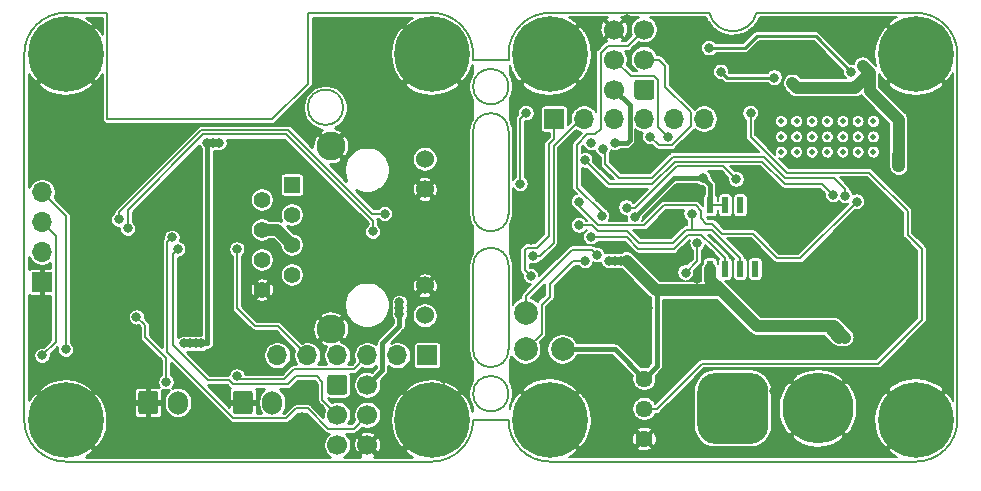
<source format=gbr>
%TF.GenerationSoftware,KiCad,Pcbnew,(5.1.8-0-10_14)*%
%TF.CreationDate,2021-02-10T22:24:42+01:00*%
%TF.ProjectId,ethersweep,65746865-7273-4776-9565-702e6b696361,rev?*%
%TF.SameCoordinates,Original*%
%TF.FileFunction,Copper,L2,Bot*%
%TF.FilePolarity,Positive*%
%FSLAX46Y46*%
G04 Gerber Fmt 4.6, Leading zero omitted, Abs format (unit mm)*
G04 Created by KiCad (PCBNEW (5.1.8-0-10_14)) date 2021-02-10 22:24:42*
%MOMM*%
%LPD*%
G01*
G04 APERTURE LIST*
%TA.AperFunction,Profile*%
%ADD10C,0.150000*%
%TD*%
%TA.AperFunction,ComponentPad*%
%ADD11C,1.700000*%
%TD*%
%TA.AperFunction,ComponentPad*%
%ADD12C,6.400000*%
%TD*%
%TA.AperFunction,ComponentPad*%
%ADD13C,0.800000*%
%TD*%
%TA.AperFunction,ComponentPad*%
%ADD14R,1.700000X1.700000*%
%TD*%
%TA.AperFunction,ComponentPad*%
%ADD15O,1.700000X1.700000*%
%TD*%
%TA.AperFunction,ComponentPad*%
%ADD16O,1.700000X2.000000*%
%TD*%
%TA.AperFunction,ComponentPad*%
%ADD17R,1.398000X1.398000*%
%TD*%
%TA.AperFunction,ComponentPad*%
%ADD18C,1.398000*%
%TD*%
%TA.AperFunction,ComponentPad*%
%ADD19C,1.530000*%
%TD*%
%TA.AperFunction,ComponentPad*%
%ADD20C,2.445000*%
%TD*%
%TA.AperFunction,ComponentPad*%
%ADD21C,1.440000*%
%TD*%
%TA.AperFunction,ComponentPad*%
%ADD22C,0.500000*%
%TD*%
%TA.AperFunction,SMDPad,CuDef*%
%ADD23R,0.600000X1.400000*%
%TD*%
%TA.AperFunction,ComponentPad*%
%ADD24C,6.000000*%
%TD*%
%TA.AperFunction,SMDPad,CuDef*%
%ADD25C,2.000000*%
%TD*%
%TA.AperFunction,ViaPad*%
%ADD26C,0.800000*%
%TD*%
%TA.AperFunction,Conductor*%
%ADD27C,0.200000*%
%TD*%
%TA.AperFunction,Conductor*%
%ADD28C,0.400000*%
%TD*%
%TA.AperFunction,Conductor*%
%ADD29C,0.250000*%
%TD*%
%TA.AperFunction,Conductor*%
%ADD30C,1.000000*%
%TD*%
%TA.AperFunction,Conductor*%
%ADD31C,0.100000*%
%TD*%
%TA.AperFunction,Conductor*%
%ADD32C,0.220000*%
%TD*%
G04 APERTURE END LIST*
D10*
X163500000Y-98000000D02*
G75*
G02*
X160500000Y-98000000I-1500000J0D01*
G01*
X160500000Y-91000000D02*
G75*
G02*
X163500000Y-91000000I1500000J0D01*
G01*
X163500000Y-98000000D02*
X163500000Y-91000000D01*
X160500000Y-91000000D02*
X160500000Y-98000000D01*
X160500000Y-102400000D02*
G75*
G02*
X163500000Y-102400000I1500000J0D01*
G01*
X160500000Y-102400000D02*
X160500000Y-109500000D01*
X163500000Y-109500000D02*
X163500000Y-102400000D01*
X163500000Y-109500000D02*
G75*
G02*
X160500000Y-109500000I-1500000J0D01*
G01*
X163500000Y-87250000D02*
G75*
G03*
X163500000Y-87250000I-1500000J0D01*
G01*
X163500000Y-113250000D02*
G75*
G03*
X163500000Y-113250000I-1500000J0D01*
G01*
X160500000Y-84500000D02*
X160500000Y-85000000D01*
X163500000Y-84500000D02*
X163500000Y-85000000D01*
X160500000Y-115500000D02*
X163500000Y-115500000D01*
X163500000Y-85000000D02*
X160500000Y-85000000D01*
X149500000Y-89000000D02*
G75*
G03*
X149500000Y-89000000I-1500000J0D01*
G01*
X129500000Y-90000000D02*
X129500000Y-81000000D01*
X126000000Y-81000000D02*
X129500000Y-81000000D01*
X126000000Y-81000000D02*
G75*
G03*
X122500000Y-84500000I0J-3500000D01*
G01*
X146500000Y-81000000D02*
X157000000Y-81000000D01*
X143500000Y-90000000D02*
X129500000Y-90000000D01*
X146500000Y-87000000D02*
X143500000Y-90000000D01*
X146500000Y-81000000D02*
X146500000Y-87000000D01*
X180500000Y-81000000D02*
X167000000Y-81000000D01*
X184500000Y-81000000D02*
X198000000Y-81000000D01*
X184500000Y-81000000D02*
G75*
G02*
X180500000Y-81000000I-2000000J500000D01*
G01*
X163500000Y-84500000D02*
G75*
G02*
X167000000Y-81000000I3500000J0D01*
G01*
X201500000Y-115500000D02*
G75*
G02*
X198000000Y-119000000I-3500000J0D01*
G01*
X167000000Y-119000000D02*
G75*
G02*
X163500000Y-115500000I0J3500000D01*
G01*
X167000000Y-119000000D02*
X198000000Y-119000000D01*
X198000000Y-81000000D02*
G75*
G02*
X201500000Y-84500000I0J-3500000D01*
G01*
X201500000Y-115500000D02*
X201500000Y-84500000D01*
X122500000Y-115500000D02*
X122500000Y-84500000D01*
X160500000Y-84500000D02*
G75*
G03*
X157000000Y-81000000I-3500000J0D01*
G01*
X157000000Y-119000000D02*
G75*
G03*
X160500000Y-115500000I0J3500000D01*
G01*
X122500000Y-115500000D02*
G75*
G03*
X126000000Y-119000000I3500000J0D01*
G01*
X157000000Y-119000000D02*
X126000000Y-119000000D01*
%TA.AperFunction,ComponentPad*%
G36*
G01*
X148150000Y-113100000D02*
X148150000Y-111900000D01*
G75*
G02*
X148400000Y-111650000I250000J0D01*
G01*
X149600000Y-111650000D01*
G75*
G02*
X149850000Y-111900000I0J-250000D01*
G01*
X149850000Y-113100000D01*
G75*
G02*
X149600000Y-113350000I-250000J0D01*
G01*
X148400000Y-113350000D01*
G75*
G02*
X148150000Y-113100000I0J250000D01*
G01*
G37*
%TD.AperFunction*%
D11*
X149000000Y-115040000D03*
X149000000Y-117580000D03*
X151540000Y-112500000D03*
X151540000Y-115040000D03*
X151540000Y-117580000D03*
%TA.AperFunction,ComponentPad*%
G36*
G01*
X175850000Y-86900000D02*
X175850000Y-88100000D01*
G75*
G02*
X175600000Y-88350000I-250000J0D01*
G01*
X174400000Y-88350000D01*
G75*
G02*
X174150000Y-88100000I0J250000D01*
G01*
X174150000Y-86900000D01*
G75*
G02*
X174400000Y-86650000I250000J0D01*
G01*
X175600000Y-86650000D01*
G75*
G02*
X175850000Y-86900000I0J-250000D01*
G01*
G37*
%TD.AperFunction*%
X175000000Y-84960000D03*
X175000000Y-82420000D03*
X172460000Y-87500000D03*
X172460000Y-84960000D03*
X172460000Y-82420000D03*
D12*
X167000000Y-115500000D03*
D13*
X169400000Y-115500000D03*
X168697056Y-117197056D03*
X167000000Y-117900000D03*
X165302944Y-117197056D03*
X164600000Y-115500000D03*
X165302944Y-113802944D03*
X167000000Y-113100000D03*
X168697056Y-113802944D03*
X199697056Y-113777945D03*
X198000000Y-113075001D03*
X196302944Y-113777945D03*
X195600000Y-115475001D03*
X196302944Y-117172057D03*
X198000000Y-117875001D03*
X199697056Y-117172057D03*
X200400000Y-115475001D03*
D12*
X198000000Y-115475001D03*
X198000000Y-84500000D03*
D13*
X200400000Y-84500000D03*
X199697056Y-86197056D03*
X198000000Y-86900000D03*
X196302944Y-86197056D03*
X195600000Y-84500000D03*
X196302944Y-82802944D03*
X198000000Y-82100000D03*
X199697056Y-82802944D03*
X168697056Y-82802944D03*
X167000000Y-82100000D03*
X165302944Y-82802944D03*
X164600000Y-84500000D03*
X165302944Y-86197056D03*
X167000000Y-86900000D03*
X168697056Y-86197056D03*
X169400000Y-84500000D03*
D12*
X167000000Y-84500000D03*
D14*
X124000000Y-103800000D03*
D15*
X124000000Y-101260000D03*
X124000000Y-98720000D03*
X124000000Y-96180000D03*
%TA.AperFunction,ComponentPad*%
G36*
G01*
X132150000Y-114750000D02*
X132150000Y-113250000D01*
G75*
G02*
X132400000Y-113000000I250000J0D01*
G01*
X133600000Y-113000000D01*
G75*
G02*
X133850000Y-113250000I0J-250000D01*
G01*
X133850000Y-114750000D01*
G75*
G02*
X133600000Y-115000000I-250000J0D01*
G01*
X132400000Y-115000000D01*
G75*
G02*
X132150000Y-114750000I0J250000D01*
G01*
G37*
%TD.AperFunction*%
D16*
X135500000Y-114000000D03*
X143500000Y-114000000D03*
%TA.AperFunction,ComponentPad*%
G36*
G01*
X140150000Y-114750000D02*
X140150000Y-113250000D01*
G75*
G02*
X140400000Y-113000000I250000J0D01*
G01*
X141600000Y-113000000D01*
G75*
G02*
X141850000Y-113250000I0J-250000D01*
G01*
X141850000Y-114750000D01*
G75*
G02*
X141600000Y-115000000I-250000J0D01*
G01*
X140400000Y-115000000D01*
G75*
G02*
X140150000Y-114750000I0J250000D01*
G01*
G37*
%TD.AperFunction*%
D17*
X145150000Y-95550000D03*
D18*
X142610000Y-96820000D03*
X145150000Y-98090000D03*
X142610000Y-99360000D03*
X145150000Y-100630000D03*
X142610000Y-101900000D03*
X145150000Y-103170000D03*
X142610000Y-104440000D03*
D19*
X156400000Y-93375000D03*
X156400000Y-95915000D03*
X156400000Y-106625000D03*
X156400000Y-104085000D03*
D20*
X148450000Y-92255000D03*
X148450000Y-107745000D03*
D21*
X175000000Y-112000000D03*
X175000000Y-114540000D03*
X175000000Y-117080000D03*
D22*
X190500000Y-91500000D03*
X191800000Y-91500000D03*
X193100000Y-91500000D03*
X194400000Y-91500000D03*
X189200000Y-91500000D03*
X187900000Y-91500000D03*
X186600000Y-91500000D03*
X194400000Y-90200000D03*
X194400000Y-92800000D03*
X193100000Y-90200000D03*
X193100000Y-92800000D03*
X191800000Y-92800000D03*
X191800000Y-90200000D03*
X190500000Y-90200000D03*
X190500000Y-92800000D03*
X189200000Y-90200000D03*
X189200000Y-92800000D03*
X187900000Y-90200000D03*
X187900000Y-92800000D03*
X186600000Y-90200000D03*
X186600000Y-92800000D03*
D23*
X180595000Y-97300000D03*
X181865000Y-97300000D03*
X183135000Y-97300000D03*
X184405000Y-97300000D03*
X184405000Y-102700000D03*
X183135000Y-102700000D03*
X181865000Y-102700000D03*
X180595000Y-102700000D03*
D24*
X189700000Y-114500000D03*
%TA.AperFunction,ComponentPad*%
G36*
G01*
X179500000Y-116000000D02*
X179500000Y-113000000D01*
G75*
G02*
X181000000Y-111500000I1500000J0D01*
G01*
X184000000Y-111500000D01*
G75*
G02*
X185500000Y-113000000I0J-1500000D01*
G01*
X185500000Y-116000000D01*
G75*
G02*
X184000000Y-117500000I-1500000J0D01*
G01*
X181000000Y-117500000D01*
G75*
G02*
X179500000Y-116000000I0J1500000D01*
G01*
G37*
%TD.AperFunction*%
D12*
X126000000Y-115500000D03*
D13*
X128400000Y-115500000D03*
X127697056Y-113802944D03*
X126000000Y-113100000D03*
X124302944Y-113802944D03*
X123600000Y-115500000D03*
X124302944Y-117197056D03*
X126000000Y-117900000D03*
X127697056Y-117197056D03*
X158697056Y-117197056D03*
X157000000Y-117900000D03*
X155302944Y-117197056D03*
X154600000Y-115500000D03*
X155302944Y-113802944D03*
X157000000Y-113100000D03*
X158697056Y-113802944D03*
X159400000Y-115500000D03*
D12*
X157000000Y-115500000D03*
X157000000Y-84500000D03*
D13*
X159400000Y-84500000D03*
X158697056Y-82802944D03*
X157000000Y-82100000D03*
X155302944Y-82802944D03*
X154600000Y-84500000D03*
X155302944Y-86197056D03*
X157000000Y-86900000D03*
X158697056Y-86197056D03*
X127697056Y-86197056D03*
X126000000Y-86900000D03*
X124302944Y-86197056D03*
X123600000Y-84500000D03*
X124302944Y-82802944D03*
X126000000Y-82100000D03*
X127697056Y-82802944D03*
X128400000Y-84500000D03*
D12*
X126000000Y-84500000D03*
D25*
X164974999Y-109500000D03*
X165000000Y-106400000D03*
D15*
X143920000Y-110000000D03*
X146460000Y-110000000D03*
X149000000Y-110000000D03*
X151540000Y-110000000D03*
X154080000Y-110000000D03*
D14*
X156620000Y-110000000D03*
X167380000Y-90000000D03*
D15*
X169920000Y-90000000D03*
X172460000Y-90000000D03*
X175000000Y-90000000D03*
X177540000Y-90000000D03*
X180080000Y-90000000D03*
D25*
X168100000Y-109500000D03*
X168100000Y-106400000D03*
D26*
X167900000Y-106300000D03*
X185000000Y-89000000D03*
X188962500Y-82037500D03*
X189462500Y-82037500D03*
X185537500Y-82037500D03*
X185962500Y-82037500D03*
X185000000Y-90000000D03*
X200500000Y-93000000D03*
X200500000Y-95000000D03*
X200500000Y-98500000D03*
X198000000Y-98500000D03*
X196500000Y-100500000D03*
X199250000Y-102250000D03*
X197700000Y-110800000D03*
X188000000Y-110000000D03*
X187000000Y-109000000D03*
X178550000Y-105950000D03*
X194000000Y-96000000D03*
X186500000Y-98500000D03*
X186500000Y-101000000D03*
X171000000Y-93500000D03*
X200500000Y-89000000D03*
X199500000Y-89000000D03*
X199500000Y-90000000D03*
X200500000Y-90000000D03*
X179500000Y-82000000D03*
X178500000Y-86000000D03*
X177500000Y-83500000D03*
X177500000Y-82000000D03*
X181000000Y-88000000D03*
X181000000Y-85000000D03*
X177500000Y-108000000D03*
X179000000Y-108000000D03*
X179000000Y-109500000D03*
X177500000Y-109500000D03*
X171500000Y-113500000D03*
X171500000Y-115500000D03*
X171500000Y-117500000D03*
X169500000Y-111500000D03*
X167500000Y-111500000D03*
X165500000Y-111500000D03*
X177600000Y-115800000D03*
X177000000Y-117500000D03*
X187000000Y-112000000D03*
X193000000Y-112500000D03*
X193500000Y-114000000D03*
X193500000Y-116500000D03*
X192000000Y-118000000D03*
X187000000Y-118000000D03*
X186500000Y-116500000D03*
X186000000Y-113000000D03*
X166000000Y-105000000D03*
X179500000Y-103500000D03*
X185000000Y-97000000D03*
X132000000Y-109500000D03*
X129500000Y-109500000D03*
X130925000Y-105925000D03*
X135490000Y-94990000D03*
X136924990Y-95075010D03*
X137000000Y-102000000D03*
X130925000Y-102075000D03*
X139500000Y-109000000D03*
X150000000Y-98500000D03*
X149000000Y-98500000D03*
X151500000Y-84000000D03*
X144000000Y-92500000D03*
X131900000Y-91500000D03*
X131000000Y-92000000D03*
X125500000Y-95500000D03*
X125500000Y-93000000D03*
X183000000Y-99000000D03*
X147000000Y-96000000D03*
X145500000Y-90000000D03*
X151000000Y-91000000D03*
X155000000Y-91500000D03*
X157000000Y-90000000D03*
X148500000Y-97000000D03*
X139500000Y-100000000D03*
X147500000Y-105000000D03*
X145000000Y-105000000D03*
X157500000Y-101000000D03*
X154500000Y-97500000D03*
X157500000Y-97500000D03*
X154500000Y-94000000D03*
X129500000Y-113500000D03*
X132500000Y-116500000D03*
X133000000Y-102000000D03*
X128000000Y-102000000D03*
X127000000Y-104000000D03*
X128500000Y-104500000D03*
X127000000Y-107000000D03*
X123500000Y-108000000D03*
X123500000Y-112000000D03*
X128500000Y-110000000D03*
X130500000Y-110500000D03*
X129000000Y-118000000D03*
X134500000Y-118000000D03*
X136500000Y-117000000D03*
X138500000Y-116000000D03*
X153000000Y-117000000D03*
X160000000Y-112000000D03*
X159000000Y-112000000D03*
X159500000Y-102000000D03*
X159500000Y-97500000D03*
X159500000Y-92000000D03*
X159500000Y-88500000D03*
X154500000Y-88500000D03*
X142500000Y-95000000D03*
X140500000Y-96500000D03*
X137000000Y-100000000D03*
X139500000Y-104500000D03*
X142000000Y-106000000D03*
X128000000Y-89000000D03*
X127500000Y-90500000D03*
X124500000Y-89000000D03*
X124000000Y-91500000D03*
X135500000Y-91000000D03*
X129500000Y-91000000D03*
X128000000Y-92000000D03*
X123500000Y-93000000D03*
X159500000Y-108000000D03*
X158000000Y-112000000D03*
X177000000Y-103250000D03*
X146000000Y-115250000D03*
X141750000Y-117500000D03*
X144500000Y-117750000D03*
X146750000Y-117500000D03*
X153250000Y-112000000D03*
X150750000Y-108250000D03*
X145250000Y-107250000D03*
X140750000Y-109000000D03*
X141750000Y-111250000D03*
X133250000Y-106750000D03*
X139750000Y-105500000D03*
X140500000Y-107500000D03*
X143000000Y-108250000D03*
X155500000Y-108250000D03*
X147500000Y-114500000D03*
X146000000Y-113250000D03*
X175250000Y-94250000D03*
X172750000Y-98250000D03*
X170500000Y-81750000D03*
X171000000Y-83000000D03*
X173500000Y-81500000D03*
X170250000Y-87250000D03*
X164500000Y-87750000D03*
X164250000Y-88750000D03*
X165500000Y-95200000D03*
X164200000Y-104000000D03*
X179200000Y-92200000D03*
X180800000Y-92200000D03*
X176200000Y-83800000D03*
X181200000Y-95200000D03*
X185000000Y-110000000D03*
X196000000Y-110800000D03*
X185000000Y-118200000D03*
X179400000Y-118200000D03*
X179800000Y-86000000D03*
X177800000Y-99000000D03*
X164200000Y-100000000D03*
X165400000Y-100200000D03*
X176400000Y-113000000D03*
X177400000Y-111200000D03*
X173200000Y-115600000D03*
X187200000Y-106400000D03*
X139200000Y-113100000D03*
X131100000Y-113100000D03*
X130500000Y-115700000D03*
X130800000Y-107700000D03*
X141600000Y-100600000D03*
X145500000Y-93700000D03*
X151700000Y-85200000D03*
X150300000Y-85000000D03*
X149500000Y-83600000D03*
X153700000Y-81800000D03*
X158900000Y-90000000D03*
X196300000Y-99300000D03*
X195400000Y-100300000D03*
X196400000Y-101800000D03*
X199300000Y-98000000D03*
X175300000Y-106000000D03*
X177100000Y-105700000D03*
X175000000Y-109800000D03*
X171500000Y-107500000D03*
X169600000Y-105500000D03*
X184200000Y-95300000D03*
X178300000Y-96000000D03*
X157700000Y-94600000D03*
X171200000Y-96700000D03*
X172300000Y-100800000D03*
X183200000Y-104300000D03*
X185500000Y-102100000D03*
X170500000Y-100000000D03*
X124000000Y-110000000D03*
X140500000Y-111750000D03*
X169500000Y-99000000D03*
X179000000Y-98000000D03*
X170500000Y-92000000D03*
X126000000Y-109500000D03*
X169500000Y-99000000D03*
X179500000Y-100500000D03*
X178500000Y-103000000D03*
X173500000Y-97500000D03*
X182800000Y-95100000D03*
X191000000Y-96425000D03*
X170000000Y-93500000D03*
X192000000Y-96500000D03*
X171500000Y-92500000D03*
X193000000Y-97000000D03*
X169500000Y-97000000D03*
X193500000Y-85500000D03*
X187537500Y-86962500D03*
X196550000Y-94000000D03*
X196500000Y-93000000D03*
X192000000Y-108500000D03*
X191500000Y-108500000D03*
X190850000Y-107550000D03*
X181500000Y-104500000D03*
X173500000Y-102000000D03*
X172000000Y-102000000D03*
X173000000Y-102000000D03*
X172500000Y-102000000D03*
X174200001Y-98299999D03*
X180000000Y-95000000D03*
X172500000Y-92000000D03*
X154250000Y-106500000D03*
X154250000Y-106000000D03*
X154250000Y-105500000D03*
X164500000Y-95500000D03*
X165000000Y-89500000D03*
X137500000Y-109000000D03*
X136000000Y-109000000D03*
X138000000Y-92000000D03*
X139000000Y-92000000D03*
X138500000Y-92000000D03*
X136500000Y-109000000D03*
X137000000Y-109000000D03*
X132000000Y-106750000D03*
X134500000Y-112250000D03*
X135500000Y-101000000D03*
X175500000Y-91500000D03*
X171400000Y-98200000D03*
X177000000Y-91500000D03*
X135000000Y-100000000D03*
X165400000Y-103300000D03*
X165600000Y-101600000D03*
X170000000Y-102000000D03*
X171000000Y-101500000D03*
X140500000Y-101000000D03*
X192500000Y-86000000D03*
X180500000Y-84000000D03*
X181500000Y-86000000D03*
X186000000Y-86500000D03*
X130500000Y-98500000D03*
X153000000Y-98000000D03*
X131250000Y-99250000D03*
X152000000Y-99500000D03*
X184000000Y-89500000D03*
D27*
X184405000Y-97300000D02*
X184700000Y-97300000D01*
X184700000Y-97300000D02*
X185000000Y-97000000D01*
X185000000Y-97000000D02*
X185000000Y-97000000D01*
D28*
X158000000Y-112000000D02*
X157909999Y-111909999D01*
D27*
X170500000Y-100000000D02*
X170500000Y-100000000D01*
X144500000Y-112000000D02*
X142000000Y-112000000D01*
X140750000Y-112000000D02*
X140500000Y-111750000D01*
X144500000Y-112000000D02*
X140750000Y-112000000D01*
X150389999Y-111150001D02*
X151540000Y-110000000D01*
X145349999Y-111150001D02*
X150389999Y-111150001D01*
X144500000Y-112000000D02*
X145349999Y-111150001D01*
X174500000Y-101000000D02*
X173500000Y-100000000D01*
X173500000Y-100000000D02*
X170500000Y-100000000D01*
X178700001Y-99799999D02*
X177500000Y-101000000D01*
X179836001Y-99799999D02*
X178700001Y-99799999D01*
X180803502Y-100767500D02*
X179836001Y-99799999D01*
X180832500Y-100767500D02*
X180803502Y-100767500D01*
X177500000Y-101000000D02*
X174500000Y-101000000D01*
X181865000Y-101800000D02*
X180832500Y-100767500D01*
X181865000Y-102700000D02*
X181865000Y-101800000D01*
X125150001Y-108849999D02*
X124000000Y-110000000D01*
X125150001Y-99870001D02*
X125150001Y-108849999D01*
X124000000Y-98720000D02*
X125150001Y-99870001D01*
X169500000Y-99000000D02*
X169500000Y-99000000D01*
X169500000Y-99000000D02*
X170200001Y-99000000D01*
X171036002Y-99500000D02*
X170536002Y-99000000D01*
X183135000Y-101800000D02*
X180734989Y-99399989D01*
X170536002Y-99000000D02*
X169500000Y-99000000D01*
X183135000Y-102700000D02*
X183135000Y-101800000D01*
X169500000Y-99000000D02*
X169500000Y-99000000D01*
X179000000Y-98000000D02*
X179000000Y-99299978D01*
X178899989Y-99399989D02*
X178534313Y-99399989D01*
X179000000Y-99299978D02*
X178899989Y-99399989D01*
X178534313Y-99399989D02*
X178217151Y-99717151D01*
X178217151Y-99717151D02*
X178334310Y-99599992D01*
X178217151Y-99717151D02*
X177434302Y-100500000D01*
X177434302Y-100500000D02*
X174565698Y-100500000D01*
X174565698Y-100500000D02*
X173565698Y-99500000D01*
X173565698Y-99500000D02*
X171036002Y-99500000D01*
X180734989Y-99399989D02*
X178899989Y-99399989D01*
X126000000Y-98180000D02*
X124000000Y-96180000D01*
X126000000Y-109500000D02*
X126000000Y-99500000D01*
X126000000Y-99500000D02*
X126000000Y-98180000D01*
X126000000Y-99500000D02*
X126000000Y-99217998D01*
X179500000Y-102000000D02*
X178500000Y-103000000D01*
X179500000Y-100500000D02*
X179500000Y-102000000D01*
X174250000Y-97500000D02*
X173500000Y-97500000D01*
X177750000Y-94000000D02*
X174250000Y-97500000D01*
X181700000Y-94000000D02*
X177750000Y-94000000D01*
X182800000Y-95100000D02*
X181700000Y-94000000D01*
X190075000Y-95500000D02*
X191000000Y-96425000D01*
X184968592Y-93599990D02*
X186868603Y-95500000D01*
X186868603Y-95500000D02*
X190075000Y-95500000D01*
X177584311Y-93599990D02*
X184968592Y-93599990D01*
X175684302Y-95500000D02*
X177584311Y-93599990D01*
X172000000Y-95500000D02*
X175684302Y-95500000D01*
X170000000Y-93500000D02*
X172000000Y-95500000D01*
X192000000Y-96500000D02*
X192000000Y-95934315D01*
X191065685Y-95000000D02*
X186934301Y-95000000D01*
X192000000Y-95934315D02*
X191065685Y-95000000D01*
X185134280Y-93199980D02*
X185842150Y-93907850D01*
X173750000Y-95000000D02*
X175618603Y-95000000D01*
X186934301Y-95000000D02*
X185842150Y-93907850D01*
X177418622Y-93199980D02*
X185134280Y-93199980D01*
X175618603Y-95000000D02*
X177418622Y-93199980D01*
X173536002Y-95000000D02*
X173750000Y-95000000D01*
X171700001Y-93836001D02*
X171700001Y-92700001D01*
X172864000Y-95000000D02*
X171700001Y-93836001D01*
X174250000Y-95000000D02*
X172864000Y-95000000D01*
X174634323Y-95000000D02*
X174250000Y-95000000D01*
X171700001Y-92700001D02*
X171500000Y-92500000D01*
X174250000Y-95000000D02*
X173750000Y-95000000D01*
X169500000Y-97398300D02*
X169500000Y-97000000D01*
X175000000Y-99000000D02*
X171101700Y-99000000D01*
X184163999Y-99700001D02*
X181600699Y-99700001D01*
X176700001Y-97299999D02*
X175000000Y-99000000D01*
X179800000Y-97763998D02*
X179336001Y-97299999D01*
X180750349Y-98849651D02*
X180249651Y-98849651D01*
X179336001Y-97299999D02*
X176700001Y-97299999D01*
X171101700Y-99000000D02*
X169500000Y-97398300D01*
X179800000Y-98400000D02*
X179800000Y-97763998D01*
X180249651Y-98849651D02*
X179800000Y-98400000D01*
X181600699Y-99700001D02*
X180750349Y-98849651D01*
X188200000Y-101800000D02*
X186263998Y-101800000D01*
X186263998Y-101800000D02*
X184163999Y-99700001D01*
X193000000Y-97000000D02*
X188200000Y-101800000D01*
D29*
X192610502Y-86962500D02*
X193500000Y-86073002D01*
X193500000Y-86073002D02*
X193500000Y-85500000D01*
X187537500Y-86962500D02*
X192610502Y-86962500D01*
D30*
X194099999Y-86099999D02*
X194099999Y-87599999D01*
X193500000Y-85500000D02*
X194099999Y-86099999D01*
X196550000Y-90050000D02*
X196550000Y-94000000D01*
X194099999Y-87599999D02*
X196550000Y-90050000D01*
X196500000Y-93950000D02*
X196550000Y-94000000D01*
X196500000Y-93000000D02*
X196500000Y-93950000D01*
X192837499Y-87362499D02*
X194099999Y-86099999D01*
X187937499Y-87362499D02*
X192837499Y-87362499D01*
X187537500Y-86962500D02*
X187937499Y-87362499D01*
X180595000Y-102700000D02*
X180595000Y-103595000D01*
X180595000Y-103595000D02*
X181500000Y-104500000D01*
X181500000Y-104500000D02*
X181500000Y-104500000D01*
D27*
X181865000Y-97300000D02*
X180595000Y-97300000D01*
D30*
X184550000Y-107550000D02*
X190850000Y-107550000D01*
X181500000Y-104500000D02*
X184550000Y-107550000D01*
X191050000Y-107550000D02*
X192000000Y-108500000D01*
X190850000Y-107550000D02*
X191050000Y-107550000D01*
X190850000Y-107850000D02*
X191500000Y-108500000D01*
X190850000Y-107550000D02*
X190850000Y-107850000D01*
X181500000Y-104500000D02*
X176000000Y-104500000D01*
X176000000Y-104500000D02*
X173500000Y-102000000D01*
D28*
X177500000Y-95000000D02*
X174200001Y-98299999D01*
X180000000Y-95000000D02*
X177500000Y-95000000D01*
X172460000Y-87500000D02*
X173750001Y-88790001D01*
D30*
X143880000Y-99360000D02*
X145150000Y-100630000D01*
X142610000Y-99360000D02*
X143880000Y-99360000D01*
D28*
X180595000Y-95595000D02*
X180000000Y-95000000D01*
X180595000Y-97300000D02*
X180595000Y-95595000D01*
X173750001Y-88790001D02*
X173750001Y-91749999D01*
X173750001Y-91749999D02*
X173500000Y-92000000D01*
X173500000Y-92000000D02*
X172500000Y-92000000D01*
X172500000Y-92000000D02*
X172500000Y-92000000D01*
X154250000Y-105500000D02*
X154250000Y-107500000D01*
X152790001Y-108959999D02*
X152790001Y-111249999D01*
X152790001Y-111249999D02*
X151540000Y-112500000D01*
X154250000Y-107500000D02*
X152790001Y-108959999D01*
D27*
X165000000Y-89500000D02*
X165000000Y-89500000D01*
X164500000Y-95500000D02*
X164500000Y-90000000D01*
X164500000Y-90000000D02*
X165000000Y-89500000D01*
D28*
X172500000Y-109500000D02*
X175000000Y-112000000D01*
X168100000Y-109500000D02*
X172500000Y-109500000D01*
X176100001Y-104600001D02*
X176000000Y-104500000D01*
X176100001Y-110899999D02*
X176100001Y-104600001D01*
X175000000Y-112000000D02*
X176100001Y-110899999D01*
X138000000Y-92000000D02*
X138000000Y-109000000D01*
X138000000Y-109000000D02*
X137500000Y-109000000D01*
X138000000Y-109000000D02*
X137000000Y-109000000D01*
X136500000Y-109000000D02*
X136000000Y-109000000D01*
X137000000Y-109000000D02*
X136500000Y-109000000D01*
X138000000Y-92000000D02*
X139000000Y-92000000D01*
D27*
X132700001Y-107450001D02*
X132700001Y-108450001D01*
X132000000Y-106750000D02*
X132700001Y-107450001D01*
X134500000Y-110250000D02*
X132700001Y-108450001D01*
X134500000Y-112250000D02*
X134500000Y-110250000D01*
X148839999Y-115200001D02*
X149000000Y-115040000D01*
X149000000Y-114963998D02*
X149000000Y-115040000D01*
X176202081Y-84960000D02*
X176750000Y-85507919D01*
X175000000Y-84960000D02*
X176202081Y-84960000D01*
X176750000Y-85507919D02*
X176750000Y-87250000D01*
X177336001Y-92200001D02*
X176200001Y-92200001D01*
X178929999Y-89429999D02*
X178929999Y-90606003D01*
X178929999Y-90606003D02*
X177336001Y-92200001D01*
X176750000Y-87250000D02*
X178929999Y-89429999D01*
X176200001Y-92200001D02*
X175500000Y-91500000D01*
X175500000Y-91500000D02*
X175500000Y-91500000D01*
X147750000Y-113790000D02*
X149000000Y-115040000D01*
X147750000Y-112250000D02*
X147750000Y-113790000D01*
X144799999Y-112450001D02*
X145500000Y-111750000D01*
X145500000Y-111750000D02*
X147250000Y-111750000D01*
X140163999Y-112450001D02*
X144799999Y-112450001D01*
X147250000Y-111750000D02*
X147750000Y-112250000D01*
X139831999Y-112118001D02*
X140163999Y-112450001D01*
X138081999Y-112118001D02*
X139831999Y-112118001D01*
X135100001Y-109136003D02*
X138081999Y-112118001D01*
X135100001Y-101399999D02*
X135100001Y-109136003D01*
X135500000Y-101000000D02*
X135100001Y-101399999D01*
X171907999Y-83809999D02*
X171309999Y-84407999D01*
X173610001Y-83809999D02*
X171907999Y-83809999D01*
X175000000Y-82420000D02*
X173610001Y-83809999D01*
X169299999Y-92163999D02*
X169299999Y-95799999D01*
X170163999Y-91299999D02*
X169299999Y-92163999D01*
X171309999Y-90826001D02*
X170836001Y-91299999D01*
X170836001Y-91299999D02*
X170163999Y-91299999D01*
X171309999Y-90826001D02*
X171309999Y-84407999D01*
X169336001Y-95799999D02*
X171400000Y-97863998D01*
X171400000Y-97863998D02*
X171400000Y-98200000D01*
X169299999Y-95799999D02*
X169336001Y-95799999D01*
X150974301Y-115040000D02*
X151540000Y-115040000D01*
X134600001Y-100399999D02*
X134600001Y-109727835D01*
X135000000Y-100000000D02*
X134600001Y-100399999D01*
X176190001Y-90690001D02*
X177000000Y-91500000D01*
X175827824Y-86349990D02*
X176190001Y-86712167D01*
X173849990Y-86349990D02*
X175827824Y-86349990D01*
X176190001Y-86712167D02*
X176190001Y-90690001D01*
X172460000Y-84960000D02*
X173849990Y-86349990D01*
X151540000Y-115040000D02*
X150379999Y-116200001D01*
X139311083Y-114438917D02*
X140172176Y-115300010D01*
X140172176Y-115300010D02*
X144699990Y-115300010D01*
X134600001Y-109727835D02*
X139311083Y-114438917D01*
X144699990Y-115300010D02*
X145500000Y-114500000D01*
X145500000Y-114500000D02*
X146500000Y-114500000D01*
X148200001Y-116200001D02*
X148799999Y-116200001D01*
X146500000Y-114500000D02*
X148200001Y-116200001D01*
X150379999Y-116200001D02*
X148799999Y-116200001D01*
X166909991Y-92144312D02*
X166909991Y-99890009D01*
X167380000Y-90000000D02*
X167380000Y-91674304D01*
X165900001Y-100899999D02*
X165100001Y-100899999D01*
X167380000Y-91674304D02*
X166909991Y-92144312D01*
X166909991Y-99890009D02*
X165900001Y-100899999D01*
X164899999Y-102799999D02*
X165400000Y-103300000D01*
X164899999Y-101100001D02*
X164899999Y-102799999D01*
X165100001Y-100899999D02*
X164899999Y-101100001D01*
X169620002Y-90000000D02*
X169920000Y-90000000D01*
X167310001Y-92310001D02*
X169620002Y-90000000D01*
X167310001Y-100455684D02*
X167310001Y-98489999D01*
X166165685Y-101600000D02*
X167310001Y-100455684D01*
X165600000Y-101600000D02*
X166165685Y-101600000D01*
X167310001Y-98489999D02*
X167310001Y-98689999D01*
X167310001Y-92310001D02*
X167310001Y-98489999D01*
X170000000Y-102000000D02*
X169000000Y-102000000D01*
X169000000Y-102000000D02*
X167000000Y-104000000D01*
X166300001Y-108174998D02*
X164974999Y-109500000D01*
X167000000Y-105036002D02*
X166300001Y-105736001D01*
X166300001Y-105736001D02*
X166300001Y-108174998D01*
X167000000Y-104000000D02*
X167000000Y-105036002D01*
X168885784Y-101100001D02*
X164974999Y-105010786D01*
X164974999Y-105010786D02*
X164974999Y-106424999D01*
X170600001Y-101100001D02*
X168885784Y-101100001D01*
X171000000Y-101500000D02*
X170600001Y-101100001D01*
X142000000Y-107500000D02*
X140500000Y-106000000D01*
X140500000Y-106000000D02*
X140500000Y-101000000D01*
X143960000Y-107500000D02*
X142000000Y-107500000D01*
X146460000Y-110000000D02*
X143960000Y-107500000D01*
D29*
X180500000Y-84000000D02*
X183500000Y-84000000D01*
X183500000Y-84000000D02*
X184500000Y-83000000D01*
X189500000Y-83000000D02*
X192500000Y-86000000D01*
X184500000Y-83000000D02*
X189500000Y-83000000D01*
X182000000Y-86500000D02*
X181500000Y-86000000D01*
X186000000Y-86500000D02*
X182000000Y-86500000D01*
D27*
X137498310Y-90899989D02*
X144841687Y-90899989D01*
X144841687Y-90899989D02*
X151941698Y-98000000D01*
X130500000Y-97898299D02*
X137498310Y-90899989D01*
X130500000Y-98500000D02*
X130500000Y-97898299D01*
X151941698Y-98000000D02*
X153000000Y-98000000D01*
X153000000Y-98000000D02*
X153000000Y-98000000D01*
X131250000Y-97713998D02*
X137663999Y-91299999D01*
X131250000Y-99250000D02*
X131250000Y-97713998D01*
X144675999Y-91299999D02*
X152000000Y-98624000D01*
X140700001Y-91299999D02*
X144675999Y-91299999D01*
X137663999Y-91299999D02*
X140700001Y-91299999D01*
X140700001Y-91299999D02*
X142838001Y-91299999D01*
X152000000Y-99500000D02*
X152000000Y-99500000D01*
X152000000Y-98624000D02*
X152000000Y-99500000D01*
X184000000Y-89500000D02*
X184000000Y-89500000D01*
X179899999Y-110700001D02*
X176060000Y-114540000D01*
X198500000Y-107000000D02*
X194799999Y-110700001D01*
X198500000Y-101000000D02*
X198500000Y-107000000D01*
X194799999Y-110700001D02*
X179899999Y-110700001D01*
X197299999Y-99799999D02*
X198500000Y-101000000D01*
X187040692Y-94540692D02*
X194040692Y-94540692D01*
X194040692Y-94540692D02*
X197299999Y-97799999D01*
X197299999Y-97799999D02*
X197299999Y-99799999D01*
X176060000Y-114540000D02*
X175000000Y-114540000D01*
X184000000Y-91500000D02*
X187040692Y-94540692D01*
X184000000Y-89500000D02*
X184000000Y-91500000D01*
X180227879Y-81376829D02*
X180230138Y-81381552D01*
X180406285Y-81743289D01*
X180424070Y-81772239D01*
X180441461Y-81801455D01*
X180444595Y-81805650D01*
X180687649Y-82126283D01*
X180710762Y-82151274D01*
X180733453Y-82176508D01*
X180737336Y-82180009D01*
X180737341Y-82180014D01*
X180737347Y-82180018D01*
X181038046Y-82447331D01*
X181065539Y-82467333D01*
X181092732Y-82487702D01*
X181097227Y-82490386D01*
X181444126Y-82694206D01*
X181475006Y-82708498D01*
X181505614Y-82723187D01*
X181510545Y-82724947D01*
X181890426Y-82857505D01*
X181923465Y-82865520D01*
X181956371Y-82873991D01*
X181961551Y-82874760D01*
X182359944Y-82931006D01*
X182393908Y-82932451D01*
X182427834Y-82934369D01*
X182433064Y-82934117D01*
X182433066Y-82934117D01*
X182834796Y-82911912D01*
X182868383Y-82906735D01*
X182902047Y-82902025D01*
X182907129Y-82900762D01*
X183296896Y-82800950D01*
X183328866Y-82789337D01*
X183360946Y-82778188D01*
X183365676Y-82775965D01*
X183365685Y-82775962D01*
X183365693Y-82775957D01*
X183728642Y-82602344D01*
X183757745Y-82584744D01*
X183787051Y-82567575D01*
X183791268Y-82564471D01*
X184113590Y-82323661D01*
X184138712Y-82300750D01*
X184164134Y-82278208D01*
X184167668Y-82274344D01*
X184437078Y-81975514D01*
X184457297Y-81948126D01*
X184477830Y-81921110D01*
X184480546Y-81916633D01*
X184686782Y-81571165D01*
X184701286Y-81540392D01*
X184716190Y-81509883D01*
X184717985Y-81504964D01*
X184764356Y-81375000D01*
X196379876Y-81375000D01*
X196067382Y-81537640D01*
X196002717Y-81580847D01*
X195627243Y-81985822D01*
X198000000Y-84358579D01*
X198014143Y-84344437D01*
X198155564Y-84485858D01*
X198141421Y-84500000D01*
X200514178Y-86872757D01*
X200919153Y-86497283D01*
X201125001Y-86122147D01*
X201125000Y-113854877D01*
X200962360Y-113542383D01*
X200919153Y-113477718D01*
X200514178Y-113102244D01*
X198141421Y-115475001D01*
X198155564Y-115489144D01*
X198014143Y-115630565D01*
X198000000Y-115616422D01*
X195627243Y-117989179D01*
X196002717Y-118394154D01*
X196423409Y-118625000D01*
X168620124Y-118625000D01*
X168932618Y-118462360D01*
X168997283Y-118419153D01*
X169372757Y-118014178D01*
X167000000Y-115641421D01*
X166985858Y-115655564D01*
X166844437Y-115514143D01*
X166858579Y-115500000D01*
X167141421Y-115500000D01*
X169514178Y-117872757D01*
X169560922Y-117829418D01*
X174392003Y-117829418D01*
X174469466Y-117980348D01*
X174655309Y-118066550D01*
X174854399Y-118114839D01*
X175059084Y-118123359D01*
X175261498Y-118091785D01*
X175453863Y-118021328D01*
X175530534Y-117980348D01*
X175607997Y-117829418D01*
X175000000Y-117221421D01*
X174392003Y-117829418D01*
X169560922Y-117829418D01*
X169919153Y-117497283D01*
X170115707Y-117139084D01*
X173956641Y-117139084D01*
X173988215Y-117341498D01*
X174058672Y-117533863D01*
X174099652Y-117610534D01*
X174250582Y-117687997D01*
X174858579Y-117080000D01*
X175141421Y-117080000D01*
X175749418Y-117687997D01*
X175900348Y-117610534D01*
X175986550Y-117424691D01*
X176034839Y-117225601D01*
X176043359Y-117020916D01*
X176011785Y-116818502D01*
X175941328Y-116626137D01*
X175900348Y-116549466D01*
X175749418Y-116472003D01*
X175141421Y-117080000D01*
X174858579Y-117080000D01*
X174250582Y-116472003D01*
X174099652Y-116549466D01*
X174013450Y-116735309D01*
X173965161Y-116934399D01*
X173956641Y-117139084D01*
X170115707Y-117139084D01*
X170252712Y-116889407D01*
X170428961Y-116330582D01*
X174392003Y-116330582D01*
X175000000Y-116938579D01*
X175607997Y-116330582D01*
X175530534Y-116179652D01*
X175344691Y-116093450D01*
X175145601Y-116045161D01*
X174940916Y-116036641D01*
X174738502Y-116068215D01*
X174546137Y-116138672D01*
X174469466Y-116179652D01*
X174392003Y-116330582D01*
X170428961Y-116330582D01*
X170461272Y-116228138D01*
X170536817Y-115538886D01*
X170476445Y-114848140D01*
X170282474Y-114182444D01*
X169962360Y-113567382D01*
X169919153Y-113502717D01*
X169514178Y-113127243D01*
X167141421Y-115500000D01*
X166858579Y-115500000D01*
X164485822Y-113127243D01*
X164080847Y-113502717D01*
X163747288Y-114110593D01*
X163600000Y-114577590D01*
X163600000Y-114249917D01*
X163671241Y-114143297D01*
X163813402Y-113800089D01*
X163885875Y-113435742D01*
X163885875Y-113064258D01*
X163870274Y-112985822D01*
X164627243Y-112985822D01*
X167000000Y-115358579D01*
X169372757Y-112985822D01*
X168997283Y-112580847D01*
X168389407Y-112247288D01*
X167728138Y-112038728D01*
X167038886Y-111963183D01*
X166348140Y-112023555D01*
X165682444Y-112217526D01*
X165067382Y-112537640D01*
X165002717Y-112580847D01*
X164627243Y-112985822D01*
X163870274Y-112985822D01*
X163813402Y-112699911D01*
X163671241Y-112356703D01*
X163600000Y-112250083D01*
X163600000Y-110469440D01*
X163717924Y-110247658D01*
X163730890Y-110216201D01*
X163744265Y-110184995D01*
X163745814Y-110179993D01*
X163789549Y-110035135D01*
X163822954Y-110115781D01*
X163965223Y-110328702D01*
X164146297Y-110509776D01*
X164359218Y-110652045D01*
X164595803Y-110750042D01*
X164846960Y-110800000D01*
X165103038Y-110800000D01*
X165354195Y-110750042D01*
X165590780Y-110652045D01*
X165803701Y-110509776D01*
X165984775Y-110328702D01*
X166127044Y-110115781D01*
X166225041Y-109879196D01*
X166274999Y-109628039D01*
X166274999Y-109371961D01*
X166225041Y-109120804D01*
X166135661Y-108905023D01*
X166568954Y-108471731D01*
X166584212Y-108459209D01*
X166634198Y-108398301D01*
X166671341Y-108328812D01*
X166694213Y-108253412D01*
X166700001Y-108194645D01*
X166701936Y-108174998D01*
X166700001Y-108155351D01*
X166700001Y-105901686D01*
X167268953Y-105332735D01*
X167284211Y-105320213D01*
X167297624Y-105303870D01*
X167310300Y-105288423D01*
X167334197Y-105259305D01*
X167371340Y-105189816D01*
X167394212Y-105114416D01*
X167400000Y-105055649D01*
X167400000Y-105055639D01*
X167401934Y-105036003D01*
X167400000Y-105016367D01*
X167400000Y-104165685D01*
X169165686Y-102400000D01*
X169425388Y-102400000D01*
X169456274Y-102446224D01*
X169553776Y-102543726D01*
X169668426Y-102620332D01*
X169795818Y-102673099D01*
X169931056Y-102700000D01*
X170068944Y-102700000D01*
X170204182Y-102673099D01*
X170331574Y-102620332D01*
X170446224Y-102543726D01*
X170543726Y-102446224D01*
X170620332Y-102331574D01*
X170673099Y-102204182D01*
X170688153Y-102128503D01*
X170795818Y-102173099D01*
X170931056Y-102200000D01*
X171068944Y-102200000D01*
X171204182Y-102173099D01*
X171311847Y-102128503D01*
X171326901Y-102204182D01*
X171379668Y-102331574D01*
X171456274Y-102446224D01*
X171553776Y-102543726D01*
X171668426Y-102620332D01*
X171795818Y-102673099D01*
X171931056Y-102700000D01*
X172068944Y-102700000D01*
X172204182Y-102673099D01*
X172250000Y-102654121D01*
X172295818Y-102673099D01*
X172431056Y-102700000D01*
X172568944Y-102700000D01*
X172704182Y-102673099D01*
X172750000Y-102654121D01*
X172795818Y-102673099D01*
X172931056Y-102700000D01*
X173068630Y-102700000D01*
X175406530Y-105037901D01*
X175431578Y-105068422D01*
X175462098Y-105093469D01*
X175553393Y-105168393D01*
X175600002Y-105193306D01*
X175600001Y-110692892D01*
X175277649Y-111015245D01*
X175100461Y-110980000D01*
X174899539Y-110980000D01*
X174722351Y-111015245D01*
X172870929Y-109163824D01*
X172855264Y-109144736D01*
X172779129Y-109082254D01*
X172692267Y-109035825D01*
X172598017Y-109007235D01*
X172524560Y-109000000D01*
X172500000Y-108997581D01*
X172475440Y-109000000D01*
X169300003Y-109000000D01*
X169252045Y-108884219D01*
X169109776Y-108671298D01*
X168928702Y-108490224D01*
X168715781Y-108347955D01*
X168479196Y-108249958D01*
X168228039Y-108200000D01*
X167971961Y-108200000D01*
X167720804Y-108249958D01*
X167484219Y-108347955D01*
X167271298Y-108490224D01*
X167090224Y-108671298D01*
X166947955Y-108884219D01*
X166849958Y-109120804D01*
X166800000Y-109371961D01*
X166800000Y-109628039D01*
X166849958Y-109879196D01*
X166947955Y-110115781D01*
X167090224Y-110328702D01*
X167271298Y-110509776D01*
X167484219Y-110652045D01*
X167720804Y-110750042D01*
X167971961Y-110800000D01*
X168228039Y-110800000D01*
X168479196Y-110750042D01*
X168715781Y-110652045D01*
X168928702Y-110509776D01*
X169109776Y-110328702D01*
X169252045Y-110115781D01*
X169300003Y-110000000D01*
X172292895Y-110000000D01*
X174015245Y-111722351D01*
X173980000Y-111899539D01*
X173980000Y-112100461D01*
X174019198Y-112297523D01*
X174096088Y-112483151D01*
X174207715Y-112650212D01*
X174349788Y-112792285D01*
X174516849Y-112903912D01*
X174702477Y-112980802D01*
X174899539Y-113020000D01*
X175100461Y-113020000D01*
X175297523Y-112980802D01*
X175483151Y-112903912D01*
X175650212Y-112792285D01*
X175792285Y-112650212D01*
X175903912Y-112483151D01*
X175980802Y-112297523D01*
X176020000Y-112100461D01*
X176020000Y-111899539D01*
X175984755Y-111722351D01*
X176436188Y-111270919D01*
X176455265Y-111255263D01*
X176517747Y-111179128D01*
X176564176Y-111092266D01*
X176592766Y-110998016D01*
X176600001Y-110924559D01*
X176600001Y-110924550D01*
X176602419Y-110900000D01*
X176600001Y-110875450D01*
X176600001Y-105300000D01*
X181168630Y-105300000D01*
X183956530Y-108087901D01*
X183981578Y-108118422D01*
X184012098Y-108143469D01*
X184103393Y-108218393D01*
X184151803Y-108244269D01*
X184242372Y-108292679D01*
X184393173Y-108338424D01*
X184510707Y-108350000D01*
X184510716Y-108350000D01*
X184549999Y-108353869D01*
X184589282Y-108350000D01*
X190225426Y-108350000D01*
X190281578Y-108418422D01*
X190312102Y-108443472D01*
X190962099Y-109093469D01*
X191053393Y-109168393D01*
X191192372Y-109242679D01*
X191343173Y-109288423D01*
X191500000Y-109303870D01*
X191656827Y-109288423D01*
X191750000Y-109260160D01*
X191843172Y-109288423D01*
X192000000Y-109303870D01*
X192156827Y-109288423D01*
X192307627Y-109242679D01*
X192446606Y-109168393D01*
X192568422Y-109068422D01*
X192668393Y-108946606D01*
X192742679Y-108807627D01*
X192788423Y-108656827D01*
X192803870Y-108500000D01*
X192788423Y-108343172D01*
X192742679Y-108192372D01*
X192668393Y-108053393D01*
X192593469Y-107962099D01*
X191643473Y-107012103D01*
X191618422Y-106981578D01*
X191496606Y-106881607D01*
X191357628Y-106807321D01*
X191206827Y-106761576D01*
X191089293Y-106750000D01*
X191089291Y-106750000D01*
X191050000Y-106746130D01*
X191010709Y-106750000D01*
X190889293Y-106750000D01*
X190850000Y-106746130D01*
X190810707Y-106750000D01*
X184881371Y-106750000D01*
X182093473Y-103962103D01*
X182093469Y-103962098D01*
X182068422Y-103931578D01*
X182037902Y-103906531D01*
X181832822Y-103701451D01*
X182165000Y-103701451D01*
X182223810Y-103695659D01*
X182280360Y-103678504D01*
X182332477Y-103650647D01*
X182378158Y-103613158D01*
X182415647Y-103567477D01*
X182443504Y-103515360D01*
X182460659Y-103458810D01*
X182466451Y-103400000D01*
X182466451Y-102000000D01*
X182460659Y-101941190D01*
X182443504Y-101884640D01*
X182415647Y-101832523D01*
X182378158Y-101786842D01*
X182332477Y-101749353D01*
X182280360Y-101721496D01*
X182257039Y-101714421D01*
X182236340Y-101646186D01*
X182199197Y-101576697D01*
X182180386Y-101553776D01*
X182149211Y-101515789D01*
X182133948Y-101503263D01*
X181129237Y-100498552D01*
X181116711Y-100483289D01*
X181055803Y-100433303D01*
X181011092Y-100409404D01*
X180401676Y-99799989D01*
X180569304Y-99799989D01*
X182592234Y-101822920D01*
X182584353Y-101832523D01*
X182556496Y-101884640D01*
X182539341Y-101941190D01*
X182533549Y-102000000D01*
X182533549Y-103400000D01*
X182539341Y-103458810D01*
X182556496Y-103515360D01*
X182584353Y-103567477D01*
X182621842Y-103613158D01*
X182667523Y-103650647D01*
X182719640Y-103678504D01*
X182776190Y-103695659D01*
X182835000Y-103701451D01*
X183435000Y-103701451D01*
X183493810Y-103695659D01*
X183550360Y-103678504D01*
X183602477Y-103650647D01*
X183648158Y-103613158D01*
X183685647Y-103567477D01*
X183713504Y-103515360D01*
X183730659Y-103458810D01*
X183736451Y-103400000D01*
X183736451Y-102000000D01*
X183803549Y-102000000D01*
X183803549Y-103400000D01*
X183809341Y-103458810D01*
X183826496Y-103515360D01*
X183854353Y-103567477D01*
X183891842Y-103613158D01*
X183937523Y-103650647D01*
X183989640Y-103678504D01*
X184046190Y-103695659D01*
X184105000Y-103701451D01*
X184705000Y-103701451D01*
X184763810Y-103695659D01*
X184820360Y-103678504D01*
X184872477Y-103650647D01*
X184918158Y-103613158D01*
X184955647Y-103567477D01*
X184983504Y-103515360D01*
X185000659Y-103458810D01*
X185006451Y-103400000D01*
X185006451Y-102000000D01*
X185000659Y-101941190D01*
X184983504Y-101884640D01*
X184955647Y-101832523D01*
X184918158Y-101786842D01*
X184872477Y-101749353D01*
X184820360Y-101721496D01*
X184763810Y-101704341D01*
X184705000Y-101698549D01*
X184105000Y-101698549D01*
X184046190Y-101704341D01*
X183989640Y-101721496D01*
X183937523Y-101749353D01*
X183891842Y-101786842D01*
X183854353Y-101832523D01*
X183826496Y-101884640D01*
X183809341Y-101941190D01*
X183803549Y-102000000D01*
X183736451Y-102000000D01*
X183730659Y-101941190D01*
X183713504Y-101884640D01*
X183685647Y-101832523D01*
X183648158Y-101786842D01*
X183602477Y-101749353D01*
X183550360Y-101721496D01*
X183527039Y-101714421D01*
X183506340Y-101646186D01*
X183469197Y-101576697D01*
X183438630Y-101539451D01*
X183431735Y-101531049D01*
X183431733Y-101531047D01*
X183419211Y-101515789D01*
X183403953Y-101503267D01*
X182000686Y-100100001D01*
X183998314Y-100100001D01*
X185967265Y-102068953D01*
X185979787Y-102084211D01*
X185995045Y-102096733D01*
X185995047Y-102096735D01*
X186037504Y-102131578D01*
X186040695Y-102134197D01*
X186110184Y-102171340D01*
X186185584Y-102194212D01*
X186244351Y-102200000D01*
X186244353Y-102200000D01*
X186263997Y-102201935D01*
X186283641Y-102200000D01*
X188180354Y-102200000D01*
X188200000Y-102201935D01*
X188219646Y-102200000D01*
X188219647Y-102200000D01*
X188278414Y-102194212D01*
X188353814Y-102171340D01*
X188423303Y-102134197D01*
X188484211Y-102084211D01*
X188496737Y-102068948D01*
X192876532Y-97689154D01*
X192931056Y-97700000D01*
X193068944Y-97700000D01*
X193204182Y-97673099D01*
X193331574Y-97620332D01*
X193446224Y-97543726D01*
X193543726Y-97446224D01*
X193620332Y-97331574D01*
X193673099Y-97204182D01*
X193700000Y-97068944D01*
X193700000Y-96931056D01*
X193673099Y-96795818D01*
X193620332Y-96668426D01*
X193543726Y-96553776D01*
X193446224Y-96456274D01*
X193331574Y-96379668D01*
X193204182Y-96326901D01*
X193068944Y-96300000D01*
X192931056Y-96300000D01*
X192795818Y-96326901D01*
X192688153Y-96371497D01*
X192673099Y-96295818D01*
X192620332Y-96168426D01*
X192543726Y-96053776D01*
X192446224Y-95956274D01*
X192401130Y-95926144D01*
X192394212Y-95855901D01*
X192387628Y-95834196D01*
X192371340Y-95780501D01*
X192334197Y-95711012D01*
X192284211Y-95650104D01*
X192268953Y-95637582D01*
X191572062Y-94940692D01*
X193875007Y-94940692D01*
X196899999Y-97965685D01*
X196900000Y-99780343D01*
X196898064Y-99799999D01*
X196905787Y-99878412D01*
X196928660Y-99953813D01*
X196965802Y-100023301D01*
X197003264Y-100068949D01*
X197003267Y-100068952D01*
X197015789Y-100084210D01*
X197031047Y-100096732D01*
X198100000Y-101165685D01*
X198100001Y-106834314D01*
X194634314Y-110300001D01*
X179919646Y-110300001D01*
X179899999Y-110298066D01*
X179880352Y-110300001D01*
X179821585Y-110305789D01*
X179746185Y-110328661D01*
X179676696Y-110365804D01*
X179615788Y-110415790D01*
X179603264Y-110431051D01*
X175925456Y-114108859D01*
X175903912Y-114056849D01*
X175792285Y-113889788D01*
X175650212Y-113747715D01*
X175483151Y-113636088D01*
X175297523Y-113559198D01*
X175100461Y-113520000D01*
X174899539Y-113520000D01*
X174702477Y-113559198D01*
X174516849Y-113636088D01*
X174349788Y-113747715D01*
X174207715Y-113889788D01*
X174096088Y-114056849D01*
X174019198Y-114242477D01*
X173980000Y-114439539D01*
X173980000Y-114640461D01*
X174019198Y-114837523D01*
X174096088Y-115023151D01*
X174207715Y-115190212D01*
X174349788Y-115332285D01*
X174516849Y-115443912D01*
X174702477Y-115520802D01*
X174899539Y-115560000D01*
X175100461Y-115560000D01*
X175297523Y-115520802D01*
X175483151Y-115443912D01*
X175650212Y-115332285D01*
X175792285Y-115190212D01*
X175903912Y-115023151D01*
X175938354Y-114940000D01*
X176040354Y-114940000D01*
X176060000Y-114941935D01*
X176079646Y-114940000D01*
X176079647Y-114940000D01*
X176138414Y-114934212D01*
X176213814Y-114911340D01*
X176283303Y-114874197D01*
X176344211Y-114824211D01*
X176356737Y-114808948D01*
X178165685Y-113000000D01*
X179198549Y-113000000D01*
X179198549Y-116000000D01*
X179233163Y-116351446D01*
X179335676Y-116689385D01*
X179502148Y-117000833D01*
X179726182Y-117273818D01*
X179999167Y-117497852D01*
X180310615Y-117664324D01*
X180648554Y-117766837D01*
X181000000Y-117801451D01*
X184000000Y-117801451D01*
X184351446Y-117766837D01*
X184689385Y-117664324D01*
X185000833Y-117497852D01*
X185273818Y-117273818D01*
X185497852Y-117000833D01*
X185566709Y-116872009D01*
X187469412Y-116872009D01*
X187820893Y-117256499D01*
X188394766Y-117570129D01*
X189018798Y-117765776D01*
X189669008Y-117835921D01*
X190320410Y-117777868D01*
X190947969Y-117593849D01*
X191527570Y-117290935D01*
X191579107Y-117256499D01*
X191930588Y-116872009D01*
X189700000Y-114641421D01*
X187469412Y-116872009D01*
X185566709Y-116872009D01*
X185664324Y-116689385D01*
X185766837Y-116351446D01*
X185801451Y-116000000D01*
X185801451Y-114469008D01*
X186364079Y-114469008D01*
X186422132Y-115120410D01*
X186606151Y-115747969D01*
X186909065Y-116327570D01*
X186943501Y-116379107D01*
X187327991Y-116730588D01*
X189558579Y-114500000D01*
X189841421Y-114500000D01*
X192072009Y-116730588D01*
X192456499Y-116379107D01*
X192770129Y-115805234D01*
X192885855Y-115436115D01*
X194463183Y-115436115D01*
X194523555Y-116126861D01*
X194717526Y-116792557D01*
X195037640Y-117407619D01*
X195080847Y-117472284D01*
X195485822Y-117847758D01*
X197858579Y-115475001D01*
X195485822Y-113102244D01*
X195080847Y-113477718D01*
X194747288Y-114085594D01*
X194538728Y-114746863D01*
X194463183Y-115436115D01*
X192885855Y-115436115D01*
X192965776Y-115181202D01*
X193035921Y-114530992D01*
X192977868Y-113879590D01*
X192793849Y-113252031D01*
X192641657Y-112960823D01*
X195627243Y-112960823D01*
X198000000Y-115333580D01*
X200372757Y-112960823D01*
X199997283Y-112555848D01*
X199389407Y-112222289D01*
X198728138Y-112013729D01*
X198038886Y-111938184D01*
X197348140Y-111998556D01*
X196682444Y-112192527D01*
X196067382Y-112512641D01*
X196002717Y-112555848D01*
X195627243Y-112960823D01*
X192641657Y-112960823D01*
X192490935Y-112672430D01*
X192456499Y-112620893D01*
X192072009Y-112269412D01*
X189841421Y-114500000D01*
X189558579Y-114500000D01*
X187327991Y-112269412D01*
X186943501Y-112620893D01*
X186629871Y-113194766D01*
X186434224Y-113818798D01*
X186364079Y-114469008D01*
X185801451Y-114469008D01*
X185801451Y-113000000D01*
X185766837Y-112648554D01*
X185664324Y-112310615D01*
X185566710Y-112127991D01*
X187469412Y-112127991D01*
X189700000Y-114358579D01*
X191930588Y-112127991D01*
X191579107Y-111743501D01*
X191005234Y-111429871D01*
X190381202Y-111234224D01*
X189730992Y-111164079D01*
X189079590Y-111222132D01*
X188452031Y-111406151D01*
X187872430Y-111709065D01*
X187820893Y-111743501D01*
X187469412Y-112127991D01*
X185566710Y-112127991D01*
X185497852Y-111999167D01*
X185273818Y-111726182D01*
X185000833Y-111502148D01*
X184689385Y-111335676D01*
X184351446Y-111233163D01*
X184000000Y-111198549D01*
X181000000Y-111198549D01*
X180648554Y-111233163D01*
X180310615Y-111335676D01*
X179999167Y-111502148D01*
X179726182Y-111726182D01*
X179502148Y-111999167D01*
X179335676Y-112310615D01*
X179233163Y-112648554D01*
X179198549Y-113000000D01*
X178165685Y-113000000D01*
X180065684Y-111100001D01*
X194780353Y-111100001D01*
X194799999Y-111101936D01*
X194819645Y-111100001D01*
X194819646Y-111100001D01*
X194878413Y-111094213D01*
X194953813Y-111071341D01*
X195023302Y-111034198D01*
X195084210Y-110984212D01*
X195096736Y-110968949D01*
X198768948Y-107296737D01*
X198784211Y-107284211D01*
X198834197Y-107223303D01*
X198871340Y-107153814D01*
X198894212Y-107078414D01*
X198900000Y-107019647D01*
X198901935Y-107000000D01*
X198900000Y-106980353D01*
X198900000Y-101019647D01*
X198901935Y-101000000D01*
X198899933Y-100979668D01*
X198894212Y-100921586D01*
X198871340Y-100846186D01*
X198834197Y-100776697D01*
X198784211Y-100715789D01*
X198768949Y-100703264D01*
X197699999Y-99634314D01*
X197699999Y-97819634D01*
X197701933Y-97799998D01*
X197699999Y-97780362D01*
X197699999Y-97780352D01*
X197694211Y-97721585D01*
X197671339Y-97646185D01*
X197634196Y-97576696D01*
X197584210Y-97515788D01*
X197568953Y-97503267D01*
X194337429Y-94271744D01*
X194324903Y-94256481D01*
X194263995Y-94206495D01*
X194194506Y-94169352D01*
X194119106Y-94146480D01*
X194060339Y-94140692D01*
X194060338Y-94140692D01*
X194040692Y-94138757D01*
X194021046Y-94140692D01*
X187206378Y-94140692D01*
X186362714Y-93297028D01*
X186439571Y-93328864D01*
X186545830Y-93350000D01*
X186654170Y-93350000D01*
X186760429Y-93328864D01*
X186860523Y-93287403D01*
X186950604Y-93227213D01*
X187027213Y-93150604D01*
X187087403Y-93060523D01*
X187128864Y-92960429D01*
X187150000Y-92854170D01*
X187150000Y-92745830D01*
X187350000Y-92745830D01*
X187350000Y-92854170D01*
X187371136Y-92960429D01*
X187412597Y-93060523D01*
X187472787Y-93150604D01*
X187549396Y-93227213D01*
X187639477Y-93287403D01*
X187739571Y-93328864D01*
X187845830Y-93350000D01*
X187954170Y-93350000D01*
X188060429Y-93328864D01*
X188160523Y-93287403D01*
X188250604Y-93227213D01*
X188327213Y-93150604D01*
X188387403Y-93060523D01*
X188428864Y-92960429D01*
X188450000Y-92854170D01*
X188450000Y-92745830D01*
X188650000Y-92745830D01*
X188650000Y-92854170D01*
X188671136Y-92960429D01*
X188712597Y-93060523D01*
X188772787Y-93150604D01*
X188849396Y-93227213D01*
X188939477Y-93287403D01*
X189039571Y-93328864D01*
X189145830Y-93350000D01*
X189254170Y-93350000D01*
X189360429Y-93328864D01*
X189460523Y-93287403D01*
X189550604Y-93227213D01*
X189627213Y-93150604D01*
X189687403Y-93060523D01*
X189728864Y-92960429D01*
X189750000Y-92854170D01*
X189750000Y-92745830D01*
X189950000Y-92745830D01*
X189950000Y-92854170D01*
X189971136Y-92960429D01*
X190012597Y-93060523D01*
X190072787Y-93150604D01*
X190149396Y-93227213D01*
X190239477Y-93287403D01*
X190339571Y-93328864D01*
X190445830Y-93350000D01*
X190554170Y-93350000D01*
X190660429Y-93328864D01*
X190760523Y-93287403D01*
X190850604Y-93227213D01*
X190927213Y-93150604D01*
X190987403Y-93060523D01*
X191028864Y-92960429D01*
X191050000Y-92854170D01*
X191050000Y-92745830D01*
X191250000Y-92745830D01*
X191250000Y-92854170D01*
X191271136Y-92960429D01*
X191312597Y-93060523D01*
X191372787Y-93150604D01*
X191449396Y-93227213D01*
X191539477Y-93287403D01*
X191639571Y-93328864D01*
X191745830Y-93350000D01*
X191854170Y-93350000D01*
X191960429Y-93328864D01*
X192060523Y-93287403D01*
X192150604Y-93227213D01*
X192227213Y-93150604D01*
X192287403Y-93060523D01*
X192328864Y-92960429D01*
X192350000Y-92854170D01*
X192350000Y-92745830D01*
X192550000Y-92745830D01*
X192550000Y-92854170D01*
X192571136Y-92960429D01*
X192612597Y-93060523D01*
X192672787Y-93150604D01*
X192749396Y-93227213D01*
X192839477Y-93287403D01*
X192939571Y-93328864D01*
X193045830Y-93350000D01*
X193154170Y-93350000D01*
X193260429Y-93328864D01*
X193360523Y-93287403D01*
X193450604Y-93227213D01*
X193527213Y-93150604D01*
X193587403Y-93060523D01*
X193628864Y-92960429D01*
X193650000Y-92854170D01*
X193650000Y-92745830D01*
X193850000Y-92745830D01*
X193850000Y-92854170D01*
X193871136Y-92960429D01*
X193912597Y-93060523D01*
X193972787Y-93150604D01*
X194049396Y-93227213D01*
X194139477Y-93287403D01*
X194239571Y-93328864D01*
X194345830Y-93350000D01*
X194454170Y-93350000D01*
X194560429Y-93328864D01*
X194660523Y-93287403D01*
X194750604Y-93227213D01*
X194827213Y-93150604D01*
X194887403Y-93060523D01*
X194928864Y-92960429D01*
X194950000Y-92854170D01*
X194950000Y-92745830D01*
X194928864Y-92639571D01*
X194887403Y-92539477D01*
X194827213Y-92449396D01*
X194750604Y-92372787D01*
X194660523Y-92312597D01*
X194560429Y-92271136D01*
X194454170Y-92250000D01*
X194345830Y-92250000D01*
X194239571Y-92271136D01*
X194139477Y-92312597D01*
X194049396Y-92372787D01*
X193972787Y-92449396D01*
X193912597Y-92539477D01*
X193871136Y-92639571D01*
X193850000Y-92745830D01*
X193650000Y-92745830D01*
X193628864Y-92639571D01*
X193587403Y-92539477D01*
X193527213Y-92449396D01*
X193450604Y-92372787D01*
X193360523Y-92312597D01*
X193260429Y-92271136D01*
X193154170Y-92250000D01*
X193045830Y-92250000D01*
X192939571Y-92271136D01*
X192839477Y-92312597D01*
X192749396Y-92372787D01*
X192672787Y-92449396D01*
X192612597Y-92539477D01*
X192571136Y-92639571D01*
X192550000Y-92745830D01*
X192350000Y-92745830D01*
X192328864Y-92639571D01*
X192287403Y-92539477D01*
X192227213Y-92449396D01*
X192150604Y-92372787D01*
X192060523Y-92312597D01*
X191960429Y-92271136D01*
X191854170Y-92250000D01*
X191745830Y-92250000D01*
X191639571Y-92271136D01*
X191539477Y-92312597D01*
X191449396Y-92372787D01*
X191372787Y-92449396D01*
X191312597Y-92539477D01*
X191271136Y-92639571D01*
X191250000Y-92745830D01*
X191050000Y-92745830D01*
X191028864Y-92639571D01*
X190987403Y-92539477D01*
X190927213Y-92449396D01*
X190850604Y-92372787D01*
X190760523Y-92312597D01*
X190660429Y-92271136D01*
X190554170Y-92250000D01*
X190445830Y-92250000D01*
X190339571Y-92271136D01*
X190239477Y-92312597D01*
X190149396Y-92372787D01*
X190072787Y-92449396D01*
X190012597Y-92539477D01*
X189971136Y-92639571D01*
X189950000Y-92745830D01*
X189750000Y-92745830D01*
X189728864Y-92639571D01*
X189687403Y-92539477D01*
X189627213Y-92449396D01*
X189550604Y-92372787D01*
X189460523Y-92312597D01*
X189360429Y-92271136D01*
X189254170Y-92250000D01*
X189145830Y-92250000D01*
X189039571Y-92271136D01*
X188939477Y-92312597D01*
X188849396Y-92372787D01*
X188772787Y-92449396D01*
X188712597Y-92539477D01*
X188671136Y-92639571D01*
X188650000Y-92745830D01*
X188450000Y-92745830D01*
X188428864Y-92639571D01*
X188387403Y-92539477D01*
X188327213Y-92449396D01*
X188250604Y-92372787D01*
X188160523Y-92312597D01*
X188060429Y-92271136D01*
X187954170Y-92250000D01*
X187845830Y-92250000D01*
X187739571Y-92271136D01*
X187639477Y-92312597D01*
X187549396Y-92372787D01*
X187472787Y-92449396D01*
X187412597Y-92539477D01*
X187371136Y-92639571D01*
X187350000Y-92745830D01*
X187150000Y-92745830D01*
X187128864Y-92639571D01*
X187087403Y-92539477D01*
X187027213Y-92449396D01*
X186950604Y-92372787D01*
X186860523Y-92312597D01*
X186760429Y-92271136D01*
X186654170Y-92250000D01*
X186545830Y-92250000D01*
X186439571Y-92271136D01*
X186339477Y-92312597D01*
X186249396Y-92372787D01*
X186172787Y-92449396D01*
X186112597Y-92539477D01*
X186071136Y-92639571D01*
X186050000Y-92745830D01*
X186050000Y-92854170D01*
X186071136Y-92960429D01*
X186102972Y-93037286D01*
X184511516Y-91445830D01*
X186050000Y-91445830D01*
X186050000Y-91554170D01*
X186071136Y-91660429D01*
X186112597Y-91760523D01*
X186172787Y-91850604D01*
X186249396Y-91927213D01*
X186339477Y-91987403D01*
X186439571Y-92028864D01*
X186545830Y-92050000D01*
X186654170Y-92050000D01*
X186760429Y-92028864D01*
X186860523Y-91987403D01*
X186950604Y-91927213D01*
X187027213Y-91850604D01*
X187087403Y-91760523D01*
X187128864Y-91660429D01*
X187150000Y-91554170D01*
X187150000Y-91445830D01*
X187350000Y-91445830D01*
X187350000Y-91554170D01*
X187371136Y-91660429D01*
X187412597Y-91760523D01*
X187472787Y-91850604D01*
X187549396Y-91927213D01*
X187639477Y-91987403D01*
X187739571Y-92028864D01*
X187845830Y-92050000D01*
X187954170Y-92050000D01*
X188060429Y-92028864D01*
X188160523Y-91987403D01*
X188250604Y-91927213D01*
X188327213Y-91850604D01*
X188387403Y-91760523D01*
X188428864Y-91660429D01*
X188450000Y-91554170D01*
X188450000Y-91445830D01*
X188650000Y-91445830D01*
X188650000Y-91554170D01*
X188671136Y-91660429D01*
X188712597Y-91760523D01*
X188772787Y-91850604D01*
X188849396Y-91927213D01*
X188939477Y-91987403D01*
X189039571Y-92028864D01*
X189145830Y-92050000D01*
X189254170Y-92050000D01*
X189360429Y-92028864D01*
X189460523Y-91987403D01*
X189550604Y-91927213D01*
X189627213Y-91850604D01*
X189687403Y-91760523D01*
X189728864Y-91660429D01*
X189750000Y-91554170D01*
X189750000Y-91445830D01*
X189950000Y-91445830D01*
X189950000Y-91554170D01*
X189971136Y-91660429D01*
X190012597Y-91760523D01*
X190072787Y-91850604D01*
X190149396Y-91927213D01*
X190239477Y-91987403D01*
X190339571Y-92028864D01*
X190445830Y-92050000D01*
X190554170Y-92050000D01*
X190660429Y-92028864D01*
X190760523Y-91987403D01*
X190850604Y-91927213D01*
X190927213Y-91850604D01*
X190987403Y-91760523D01*
X191028864Y-91660429D01*
X191050000Y-91554170D01*
X191050000Y-91445830D01*
X191250000Y-91445830D01*
X191250000Y-91554170D01*
X191271136Y-91660429D01*
X191312597Y-91760523D01*
X191372787Y-91850604D01*
X191449396Y-91927213D01*
X191539477Y-91987403D01*
X191639571Y-92028864D01*
X191745830Y-92050000D01*
X191854170Y-92050000D01*
X191960429Y-92028864D01*
X192060523Y-91987403D01*
X192150604Y-91927213D01*
X192227213Y-91850604D01*
X192287403Y-91760523D01*
X192328864Y-91660429D01*
X192350000Y-91554170D01*
X192350000Y-91445830D01*
X192550000Y-91445830D01*
X192550000Y-91554170D01*
X192571136Y-91660429D01*
X192612597Y-91760523D01*
X192672787Y-91850604D01*
X192749396Y-91927213D01*
X192839477Y-91987403D01*
X192939571Y-92028864D01*
X193045830Y-92050000D01*
X193154170Y-92050000D01*
X193260429Y-92028864D01*
X193360523Y-91987403D01*
X193450604Y-91927213D01*
X193527213Y-91850604D01*
X193587403Y-91760523D01*
X193628864Y-91660429D01*
X193650000Y-91554170D01*
X193650000Y-91445830D01*
X193850000Y-91445830D01*
X193850000Y-91554170D01*
X193871136Y-91660429D01*
X193912597Y-91760523D01*
X193972787Y-91850604D01*
X194049396Y-91927213D01*
X194139477Y-91987403D01*
X194239571Y-92028864D01*
X194345830Y-92050000D01*
X194454170Y-92050000D01*
X194560429Y-92028864D01*
X194660523Y-91987403D01*
X194750604Y-91927213D01*
X194827213Y-91850604D01*
X194887403Y-91760523D01*
X194928864Y-91660429D01*
X194950000Y-91554170D01*
X194950000Y-91445830D01*
X194928864Y-91339571D01*
X194887403Y-91239477D01*
X194827213Y-91149396D01*
X194750604Y-91072787D01*
X194660523Y-91012597D01*
X194560429Y-90971136D01*
X194454170Y-90950000D01*
X194345830Y-90950000D01*
X194239571Y-90971136D01*
X194139477Y-91012597D01*
X194049396Y-91072787D01*
X193972787Y-91149396D01*
X193912597Y-91239477D01*
X193871136Y-91339571D01*
X193850000Y-91445830D01*
X193650000Y-91445830D01*
X193628864Y-91339571D01*
X193587403Y-91239477D01*
X193527213Y-91149396D01*
X193450604Y-91072787D01*
X193360523Y-91012597D01*
X193260429Y-90971136D01*
X193154170Y-90950000D01*
X193045830Y-90950000D01*
X192939571Y-90971136D01*
X192839477Y-91012597D01*
X192749396Y-91072787D01*
X192672787Y-91149396D01*
X192612597Y-91239477D01*
X192571136Y-91339571D01*
X192550000Y-91445830D01*
X192350000Y-91445830D01*
X192328864Y-91339571D01*
X192287403Y-91239477D01*
X192227213Y-91149396D01*
X192150604Y-91072787D01*
X192060523Y-91012597D01*
X191960429Y-90971136D01*
X191854170Y-90950000D01*
X191745830Y-90950000D01*
X191639571Y-90971136D01*
X191539477Y-91012597D01*
X191449396Y-91072787D01*
X191372787Y-91149396D01*
X191312597Y-91239477D01*
X191271136Y-91339571D01*
X191250000Y-91445830D01*
X191050000Y-91445830D01*
X191028864Y-91339571D01*
X190987403Y-91239477D01*
X190927213Y-91149396D01*
X190850604Y-91072787D01*
X190760523Y-91012597D01*
X190660429Y-90971136D01*
X190554170Y-90950000D01*
X190445830Y-90950000D01*
X190339571Y-90971136D01*
X190239477Y-91012597D01*
X190149396Y-91072787D01*
X190072787Y-91149396D01*
X190012597Y-91239477D01*
X189971136Y-91339571D01*
X189950000Y-91445830D01*
X189750000Y-91445830D01*
X189728864Y-91339571D01*
X189687403Y-91239477D01*
X189627213Y-91149396D01*
X189550604Y-91072787D01*
X189460523Y-91012597D01*
X189360429Y-90971136D01*
X189254170Y-90950000D01*
X189145830Y-90950000D01*
X189039571Y-90971136D01*
X188939477Y-91012597D01*
X188849396Y-91072787D01*
X188772787Y-91149396D01*
X188712597Y-91239477D01*
X188671136Y-91339571D01*
X188650000Y-91445830D01*
X188450000Y-91445830D01*
X188428864Y-91339571D01*
X188387403Y-91239477D01*
X188327213Y-91149396D01*
X188250604Y-91072787D01*
X188160523Y-91012597D01*
X188060429Y-90971136D01*
X187954170Y-90950000D01*
X187845830Y-90950000D01*
X187739571Y-90971136D01*
X187639477Y-91012597D01*
X187549396Y-91072787D01*
X187472787Y-91149396D01*
X187412597Y-91239477D01*
X187371136Y-91339571D01*
X187350000Y-91445830D01*
X187150000Y-91445830D01*
X187128864Y-91339571D01*
X187087403Y-91239477D01*
X187027213Y-91149396D01*
X186950604Y-91072787D01*
X186860523Y-91012597D01*
X186760429Y-90971136D01*
X186654170Y-90950000D01*
X186545830Y-90950000D01*
X186439571Y-90971136D01*
X186339477Y-91012597D01*
X186249396Y-91072787D01*
X186172787Y-91149396D01*
X186112597Y-91239477D01*
X186071136Y-91339571D01*
X186050000Y-91445830D01*
X184511516Y-91445830D01*
X184400000Y-91334315D01*
X184400000Y-90145830D01*
X186050000Y-90145830D01*
X186050000Y-90254170D01*
X186071136Y-90360429D01*
X186112597Y-90460523D01*
X186172787Y-90550604D01*
X186249396Y-90627213D01*
X186339477Y-90687403D01*
X186439571Y-90728864D01*
X186545830Y-90750000D01*
X186654170Y-90750000D01*
X186760429Y-90728864D01*
X186860523Y-90687403D01*
X186950604Y-90627213D01*
X187027213Y-90550604D01*
X187087403Y-90460523D01*
X187128864Y-90360429D01*
X187150000Y-90254170D01*
X187150000Y-90145830D01*
X187350000Y-90145830D01*
X187350000Y-90254170D01*
X187371136Y-90360429D01*
X187412597Y-90460523D01*
X187472787Y-90550604D01*
X187549396Y-90627213D01*
X187639477Y-90687403D01*
X187739571Y-90728864D01*
X187845830Y-90750000D01*
X187954170Y-90750000D01*
X188060429Y-90728864D01*
X188160523Y-90687403D01*
X188250604Y-90627213D01*
X188327213Y-90550604D01*
X188387403Y-90460523D01*
X188428864Y-90360429D01*
X188450000Y-90254170D01*
X188450000Y-90145830D01*
X188650000Y-90145830D01*
X188650000Y-90254170D01*
X188671136Y-90360429D01*
X188712597Y-90460523D01*
X188772787Y-90550604D01*
X188849396Y-90627213D01*
X188939477Y-90687403D01*
X189039571Y-90728864D01*
X189145830Y-90750000D01*
X189254170Y-90750000D01*
X189360429Y-90728864D01*
X189460523Y-90687403D01*
X189550604Y-90627213D01*
X189627213Y-90550604D01*
X189687403Y-90460523D01*
X189728864Y-90360429D01*
X189750000Y-90254170D01*
X189750000Y-90145830D01*
X189950000Y-90145830D01*
X189950000Y-90254170D01*
X189971136Y-90360429D01*
X190012597Y-90460523D01*
X190072787Y-90550604D01*
X190149396Y-90627213D01*
X190239477Y-90687403D01*
X190339571Y-90728864D01*
X190445830Y-90750000D01*
X190554170Y-90750000D01*
X190660429Y-90728864D01*
X190760523Y-90687403D01*
X190850604Y-90627213D01*
X190927213Y-90550604D01*
X190987403Y-90460523D01*
X191028864Y-90360429D01*
X191050000Y-90254170D01*
X191050000Y-90145830D01*
X191250000Y-90145830D01*
X191250000Y-90254170D01*
X191271136Y-90360429D01*
X191312597Y-90460523D01*
X191372787Y-90550604D01*
X191449396Y-90627213D01*
X191539477Y-90687403D01*
X191639571Y-90728864D01*
X191745830Y-90750000D01*
X191854170Y-90750000D01*
X191960429Y-90728864D01*
X192060523Y-90687403D01*
X192150604Y-90627213D01*
X192227213Y-90550604D01*
X192287403Y-90460523D01*
X192328864Y-90360429D01*
X192350000Y-90254170D01*
X192350000Y-90145830D01*
X192550000Y-90145830D01*
X192550000Y-90254170D01*
X192571136Y-90360429D01*
X192612597Y-90460523D01*
X192672787Y-90550604D01*
X192749396Y-90627213D01*
X192839477Y-90687403D01*
X192939571Y-90728864D01*
X193045830Y-90750000D01*
X193154170Y-90750000D01*
X193260429Y-90728864D01*
X193360523Y-90687403D01*
X193450604Y-90627213D01*
X193527213Y-90550604D01*
X193587403Y-90460523D01*
X193628864Y-90360429D01*
X193650000Y-90254170D01*
X193650000Y-90145830D01*
X193850000Y-90145830D01*
X193850000Y-90254170D01*
X193871136Y-90360429D01*
X193912597Y-90460523D01*
X193972787Y-90550604D01*
X194049396Y-90627213D01*
X194139477Y-90687403D01*
X194239571Y-90728864D01*
X194345830Y-90750000D01*
X194454170Y-90750000D01*
X194560429Y-90728864D01*
X194660523Y-90687403D01*
X194750604Y-90627213D01*
X194827213Y-90550604D01*
X194887403Y-90460523D01*
X194928864Y-90360429D01*
X194950000Y-90254170D01*
X194950000Y-90145830D01*
X194928864Y-90039571D01*
X194887403Y-89939477D01*
X194827213Y-89849396D01*
X194750604Y-89772787D01*
X194660523Y-89712597D01*
X194560429Y-89671136D01*
X194454170Y-89650000D01*
X194345830Y-89650000D01*
X194239571Y-89671136D01*
X194139477Y-89712597D01*
X194049396Y-89772787D01*
X193972787Y-89849396D01*
X193912597Y-89939477D01*
X193871136Y-90039571D01*
X193850000Y-90145830D01*
X193650000Y-90145830D01*
X193628864Y-90039571D01*
X193587403Y-89939477D01*
X193527213Y-89849396D01*
X193450604Y-89772787D01*
X193360523Y-89712597D01*
X193260429Y-89671136D01*
X193154170Y-89650000D01*
X193045830Y-89650000D01*
X192939571Y-89671136D01*
X192839477Y-89712597D01*
X192749396Y-89772787D01*
X192672787Y-89849396D01*
X192612597Y-89939477D01*
X192571136Y-90039571D01*
X192550000Y-90145830D01*
X192350000Y-90145830D01*
X192328864Y-90039571D01*
X192287403Y-89939477D01*
X192227213Y-89849396D01*
X192150604Y-89772787D01*
X192060523Y-89712597D01*
X191960429Y-89671136D01*
X191854170Y-89650000D01*
X191745830Y-89650000D01*
X191639571Y-89671136D01*
X191539477Y-89712597D01*
X191449396Y-89772787D01*
X191372787Y-89849396D01*
X191312597Y-89939477D01*
X191271136Y-90039571D01*
X191250000Y-90145830D01*
X191050000Y-90145830D01*
X191028864Y-90039571D01*
X190987403Y-89939477D01*
X190927213Y-89849396D01*
X190850604Y-89772787D01*
X190760523Y-89712597D01*
X190660429Y-89671136D01*
X190554170Y-89650000D01*
X190445830Y-89650000D01*
X190339571Y-89671136D01*
X190239477Y-89712597D01*
X190149396Y-89772787D01*
X190072787Y-89849396D01*
X190012597Y-89939477D01*
X189971136Y-90039571D01*
X189950000Y-90145830D01*
X189750000Y-90145830D01*
X189728864Y-90039571D01*
X189687403Y-89939477D01*
X189627213Y-89849396D01*
X189550604Y-89772787D01*
X189460523Y-89712597D01*
X189360429Y-89671136D01*
X189254170Y-89650000D01*
X189145830Y-89650000D01*
X189039571Y-89671136D01*
X188939477Y-89712597D01*
X188849396Y-89772787D01*
X188772787Y-89849396D01*
X188712597Y-89939477D01*
X188671136Y-90039571D01*
X188650000Y-90145830D01*
X188450000Y-90145830D01*
X188428864Y-90039571D01*
X188387403Y-89939477D01*
X188327213Y-89849396D01*
X188250604Y-89772787D01*
X188160523Y-89712597D01*
X188060429Y-89671136D01*
X187954170Y-89650000D01*
X187845830Y-89650000D01*
X187739571Y-89671136D01*
X187639477Y-89712597D01*
X187549396Y-89772787D01*
X187472787Y-89849396D01*
X187412597Y-89939477D01*
X187371136Y-90039571D01*
X187350000Y-90145830D01*
X187150000Y-90145830D01*
X187128864Y-90039571D01*
X187087403Y-89939477D01*
X187027213Y-89849396D01*
X186950604Y-89772787D01*
X186860523Y-89712597D01*
X186760429Y-89671136D01*
X186654170Y-89650000D01*
X186545830Y-89650000D01*
X186439571Y-89671136D01*
X186339477Y-89712597D01*
X186249396Y-89772787D01*
X186172787Y-89849396D01*
X186112597Y-89939477D01*
X186071136Y-90039571D01*
X186050000Y-90145830D01*
X184400000Y-90145830D01*
X184400000Y-90074612D01*
X184446224Y-90043726D01*
X184543726Y-89946224D01*
X184620332Y-89831574D01*
X184673099Y-89704182D01*
X184700000Y-89568944D01*
X184700000Y-89431056D01*
X184673099Y-89295818D01*
X184620332Y-89168426D01*
X184543726Y-89053776D01*
X184446224Y-88956274D01*
X184331574Y-88879668D01*
X184204182Y-88826901D01*
X184068944Y-88800000D01*
X183931056Y-88800000D01*
X183795818Y-88826901D01*
X183668426Y-88879668D01*
X183553776Y-88956274D01*
X183456274Y-89053776D01*
X183379668Y-89168426D01*
X183326901Y-89295818D01*
X183300000Y-89431056D01*
X183300000Y-89568944D01*
X183326901Y-89704182D01*
X183379668Y-89831574D01*
X183456274Y-89946224D01*
X183553776Y-90043726D01*
X183600000Y-90074612D01*
X183600001Y-91480344D01*
X183598065Y-91500000D01*
X183605788Y-91578413D01*
X183628661Y-91653814D01*
X183665803Y-91723302D01*
X183703265Y-91768950D01*
X183703268Y-91768953D01*
X183715790Y-91784211D01*
X183731048Y-91796733D01*
X184734295Y-92799980D01*
X177438268Y-92799980D01*
X177418621Y-92798045D01*
X177340207Y-92805768D01*
X177317335Y-92812706D01*
X177264808Y-92828640D01*
X177195319Y-92865783D01*
X177163117Y-92892211D01*
X177149671Y-92903245D01*
X177149669Y-92903247D01*
X177134411Y-92915769D01*
X177121889Y-92931027D01*
X175452918Y-94600000D01*
X173029686Y-94600000D01*
X172100001Y-93670316D01*
X172100001Y-92862002D01*
X172120332Y-92831574D01*
X172173099Y-92704182D01*
X172188153Y-92628503D01*
X172295818Y-92673099D01*
X172431056Y-92700000D01*
X172568944Y-92700000D01*
X172704182Y-92673099D01*
X172831574Y-92620332D01*
X172946224Y-92543726D01*
X172989950Y-92500000D01*
X173475440Y-92500000D01*
X173500000Y-92502419D01*
X173524560Y-92500000D01*
X173598017Y-92492765D01*
X173692267Y-92464175D01*
X173779129Y-92417746D01*
X173855264Y-92355264D01*
X173870929Y-92336177D01*
X174086182Y-92120924D01*
X174105265Y-92105263D01*
X174167747Y-92029128D01*
X174214176Y-91942266D01*
X174242766Y-91848016D01*
X174250001Y-91774559D01*
X174252420Y-91749999D01*
X174250001Y-91725439D01*
X174250001Y-90876346D01*
X174266918Y-90893263D01*
X174455271Y-91019116D01*
X174664557Y-91105806D01*
X174886735Y-91150000D01*
X174891980Y-91150000D01*
X174879668Y-91168426D01*
X174826901Y-91295818D01*
X174800000Y-91431056D01*
X174800000Y-91568944D01*
X174826901Y-91704182D01*
X174879668Y-91831574D01*
X174956274Y-91946224D01*
X175053776Y-92043726D01*
X175168426Y-92120332D01*
X175295818Y-92173099D01*
X175431056Y-92200000D01*
X175568944Y-92200000D01*
X175623469Y-92189154D01*
X175903268Y-92468954D01*
X175915790Y-92484212D01*
X175931048Y-92496734D01*
X175931050Y-92496736D01*
X175976698Y-92534198D01*
X176046186Y-92571341D01*
X176121587Y-92594213D01*
X176200001Y-92601936D01*
X176219647Y-92600001D01*
X177316355Y-92600001D01*
X177336001Y-92601936D01*
X177355647Y-92600001D01*
X177355648Y-92600001D01*
X177414415Y-92594213D01*
X177489815Y-92571341D01*
X177559304Y-92534198D01*
X177620212Y-92484212D01*
X177632738Y-92468949D01*
X179198947Y-90902740D01*
X179214210Y-90890214D01*
X179264196Y-90829306D01*
X179270732Y-90817077D01*
X179346918Y-90893263D01*
X179535271Y-91019116D01*
X179744557Y-91105806D01*
X179966735Y-91150000D01*
X180193265Y-91150000D01*
X180415443Y-91105806D01*
X180624729Y-91019116D01*
X180813082Y-90893263D01*
X180973263Y-90733082D01*
X181099116Y-90544729D01*
X181185806Y-90335443D01*
X181230000Y-90113265D01*
X181230000Y-89886735D01*
X181185806Y-89664557D01*
X181099116Y-89455271D01*
X180973263Y-89266918D01*
X180813082Y-89106737D01*
X180624729Y-88980884D01*
X180415443Y-88894194D01*
X180193265Y-88850000D01*
X179966735Y-88850000D01*
X179744557Y-88894194D01*
X179535271Y-88980884D01*
X179346918Y-89106737D01*
X179256426Y-89197229D01*
X179232718Y-89168340D01*
X179226734Y-89161048D01*
X179226732Y-89161046D01*
X179214210Y-89145788D01*
X179198953Y-89133267D01*
X177150000Y-87084315D01*
X177150000Y-85931056D01*
X180800000Y-85931056D01*
X180800000Y-86068944D01*
X180826901Y-86204182D01*
X180879668Y-86331574D01*
X180956274Y-86446224D01*
X181053776Y-86543726D01*
X181168426Y-86620332D01*
X181295818Y-86673099D01*
X181431056Y-86700000D01*
X181568944Y-86700000D01*
X181593979Y-86695020D01*
X181684721Y-86785762D01*
X181698026Y-86801974D01*
X181762740Y-86855084D01*
X181806850Y-86878661D01*
X181836572Y-86894548D01*
X181867300Y-86903869D01*
X181916686Y-86918850D01*
X181979126Y-86925000D01*
X181979133Y-86925000D01*
X182000000Y-86927055D01*
X182020867Y-86925000D01*
X185442093Y-86925000D01*
X185456274Y-86946224D01*
X185553776Y-87043726D01*
X185668426Y-87120332D01*
X185795818Y-87173099D01*
X185931056Y-87200000D01*
X186068944Y-87200000D01*
X186204182Y-87173099D01*
X186331574Y-87120332D01*
X186446224Y-87043726D01*
X186543726Y-86946224D01*
X186620332Y-86831574D01*
X186673099Y-86704182D01*
X186700000Y-86568944D01*
X186700000Y-86431056D01*
X186673099Y-86295818D01*
X186620332Y-86168426D01*
X186543726Y-86053776D01*
X186446224Y-85956274D01*
X186331574Y-85879668D01*
X186204182Y-85826901D01*
X186068944Y-85800000D01*
X185931056Y-85800000D01*
X185795818Y-85826901D01*
X185668426Y-85879668D01*
X185553776Y-85956274D01*
X185456274Y-86053776D01*
X185442093Y-86075000D01*
X182198795Y-86075000D01*
X182200000Y-86068944D01*
X182200000Y-85931056D01*
X182173099Y-85795818D01*
X182120332Y-85668426D01*
X182043726Y-85553776D01*
X181946224Y-85456274D01*
X181831574Y-85379668D01*
X181704182Y-85326901D01*
X181568944Y-85300000D01*
X181431056Y-85300000D01*
X181295818Y-85326901D01*
X181168426Y-85379668D01*
X181053776Y-85456274D01*
X180956274Y-85553776D01*
X180879668Y-85668426D01*
X180826901Y-85795818D01*
X180800000Y-85931056D01*
X177150000Y-85931056D01*
X177150000Y-85527554D01*
X177151934Y-85507918D01*
X177150000Y-85488282D01*
X177150000Y-85488272D01*
X177144212Y-85429505D01*
X177121340Y-85354105D01*
X177084197Y-85284616D01*
X177034211Y-85223708D01*
X177018949Y-85211183D01*
X176498818Y-84691052D01*
X176486292Y-84675789D01*
X176425384Y-84625803D01*
X176355895Y-84588660D01*
X176280495Y-84565788D01*
X176221728Y-84560000D01*
X176221727Y-84560000D01*
X176202081Y-84558065D01*
X176182435Y-84560000D01*
X176079065Y-84560000D01*
X176019116Y-84415271D01*
X175893263Y-84226918D01*
X175733082Y-84066737D01*
X175544729Y-83940884D01*
X175521003Y-83931056D01*
X179800000Y-83931056D01*
X179800000Y-84068944D01*
X179826901Y-84204182D01*
X179879668Y-84331574D01*
X179956274Y-84446224D01*
X180053776Y-84543726D01*
X180168426Y-84620332D01*
X180295818Y-84673099D01*
X180431056Y-84700000D01*
X180568944Y-84700000D01*
X180704182Y-84673099D01*
X180831574Y-84620332D01*
X180946224Y-84543726D01*
X181043726Y-84446224D01*
X181057907Y-84425000D01*
X183479133Y-84425000D01*
X183500000Y-84427055D01*
X183520867Y-84425000D01*
X183520874Y-84425000D01*
X183583314Y-84418850D01*
X183663427Y-84394548D01*
X183737260Y-84355084D01*
X183801974Y-84301974D01*
X183815284Y-84285756D01*
X184676040Y-83425000D01*
X189323960Y-83425000D01*
X191804980Y-85906021D01*
X191800000Y-85931056D01*
X191800000Y-86068944D01*
X191826901Y-86204182D01*
X191879668Y-86331574D01*
X191956274Y-86446224D01*
X192047550Y-86537500D01*
X188243870Y-86537500D01*
X188075401Y-86369031D01*
X187984106Y-86294107D01*
X187845127Y-86219821D01*
X187694327Y-86174077D01*
X187537500Y-86158630D01*
X187380673Y-86174077D01*
X187229873Y-86219821D01*
X187090894Y-86294107D01*
X186969079Y-86394079D01*
X186869107Y-86515894D01*
X186794821Y-86654873D01*
X186749077Y-86805673D01*
X186733630Y-86962500D01*
X186749077Y-87119327D01*
X186794821Y-87270127D01*
X186869107Y-87409106D01*
X186944031Y-87500401D01*
X187344026Y-87900396D01*
X187369077Y-87930921D01*
X187490893Y-88030892D01*
X187629871Y-88105178D01*
X187780672Y-88150923D01*
X187898206Y-88162499D01*
X187898207Y-88162499D01*
X187937498Y-88166369D01*
X187976789Y-88162499D01*
X192798208Y-88162499D01*
X192837499Y-88166369D01*
X192876790Y-88162499D01*
X192876792Y-88162499D01*
X192994326Y-88150923D01*
X193145127Y-88105178D01*
X193284105Y-88030892D01*
X193380794Y-87951542D01*
X193431606Y-88046605D01*
X193479676Y-88105178D01*
X193531578Y-88168421D01*
X193562097Y-88193467D01*
X195750000Y-90381371D01*
X195750001Y-92716505D01*
X195711576Y-92843174D01*
X195700000Y-92960708D01*
X195700001Y-93910700D01*
X195696130Y-93950000D01*
X195711577Y-94106827D01*
X195757321Y-94257627D01*
X195831607Y-94396606D01*
X195906531Y-94487901D01*
X195931579Y-94518422D01*
X195959041Y-94540960D01*
X195981579Y-94568422D01*
X196043337Y-94619105D01*
X196103394Y-94668393D01*
X196242373Y-94742679D01*
X196393174Y-94788424D01*
X196550000Y-94803870D01*
X196706827Y-94788424D01*
X196857628Y-94742679D01*
X196996606Y-94668393D01*
X197118422Y-94568422D01*
X197218393Y-94446606D01*
X197292679Y-94307628D01*
X197338424Y-94156827D01*
X197350000Y-94039293D01*
X197350000Y-94039291D01*
X197353870Y-94000000D01*
X197350000Y-93960710D01*
X197350000Y-90089291D01*
X197353870Y-90050000D01*
X197348945Y-90000000D01*
X197338424Y-89893173D01*
X197292679Y-89742372D01*
X197278470Y-89715789D01*
X197218393Y-89603393D01*
X197143470Y-89512099D01*
X197143469Y-89512098D01*
X197118422Y-89481578D01*
X197087904Y-89456533D01*
X194899999Y-87268629D01*
X194899999Y-87014178D01*
X195627243Y-87014178D01*
X196002717Y-87419153D01*
X196610593Y-87752712D01*
X197271862Y-87961272D01*
X197961114Y-88036817D01*
X198651860Y-87976445D01*
X199317556Y-87782474D01*
X199932618Y-87462360D01*
X199997283Y-87419153D01*
X200372757Y-87014178D01*
X198000000Y-84641421D01*
X195627243Y-87014178D01*
X194899999Y-87014178D01*
X194899999Y-86168157D01*
X195037640Y-86432618D01*
X195080847Y-86497283D01*
X195485822Y-86872757D01*
X197858579Y-84500000D01*
X195485822Y-82127243D01*
X195080847Y-82502717D01*
X194747288Y-83110593D01*
X194538728Y-83771862D01*
X194463183Y-84461114D01*
X194523555Y-85151860D01*
X194622375Y-85491005D01*
X194037901Y-84906531D01*
X193946606Y-84831607D01*
X193807627Y-84757321D01*
X193656827Y-84711577D01*
X193500000Y-84696130D01*
X193343173Y-84711577D01*
X193192373Y-84757321D01*
X193053394Y-84831607D01*
X192931579Y-84931579D01*
X192831607Y-85053394D01*
X192757321Y-85192373D01*
X192715137Y-85331438D01*
X192704182Y-85326901D01*
X192568944Y-85300000D01*
X192431056Y-85300000D01*
X192406021Y-85304980D01*
X189815283Y-82714243D01*
X189801974Y-82698026D01*
X189737260Y-82644916D01*
X189663427Y-82605452D01*
X189583314Y-82581150D01*
X189520874Y-82575000D01*
X189520867Y-82575000D01*
X189500000Y-82572945D01*
X189479133Y-82575000D01*
X184520874Y-82575000D01*
X184500000Y-82572944D01*
X184479126Y-82575000D01*
X184416686Y-82581150D01*
X184336573Y-82605452D01*
X184262740Y-82644916D01*
X184198026Y-82698026D01*
X184184716Y-82714244D01*
X183323960Y-83575000D01*
X181057907Y-83575000D01*
X181043726Y-83553776D01*
X180946224Y-83456274D01*
X180831574Y-83379668D01*
X180704182Y-83326901D01*
X180568944Y-83300000D01*
X180431056Y-83300000D01*
X180295818Y-83326901D01*
X180168426Y-83379668D01*
X180053776Y-83456274D01*
X179956274Y-83553776D01*
X179879668Y-83668426D01*
X179826901Y-83795818D01*
X179800000Y-83931056D01*
X175521003Y-83931056D01*
X175335443Y-83854194D01*
X175113265Y-83810000D01*
X174886735Y-83810000D01*
X174664557Y-83854194D01*
X174455271Y-83940884D01*
X174266918Y-84066737D01*
X174106737Y-84226918D01*
X173980884Y-84415271D01*
X173894194Y-84624557D01*
X173850000Y-84846735D01*
X173850000Y-85073265D01*
X173894194Y-85295443D01*
X173980884Y-85504729D01*
X174106737Y-85693082D01*
X174266918Y-85853263D01*
X174411681Y-85949990D01*
X174015675Y-85949990D01*
X173505857Y-85440172D01*
X173565806Y-85295443D01*
X173610000Y-85073265D01*
X173610000Y-84846735D01*
X173565806Y-84624557D01*
X173479116Y-84415271D01*
X173353263Y-84226918D01*
X173336344Y-84209999D01*
X173590355Y-84209999D01*
X173610001Y-84211934D01*
X173629647Y-84209999D01*
X173629648Y-84209999D01*
X173688415Y-84204211D01*
X173763815Y-84181339D01*
X173833304Y-84144196D01*
X173894212Y-84094210D01*
X173906738Y-84078947D01*
X174519828Y-83465857D01*
X174664557Y-83525806D01*
X174886735Y-83570000D01*
X175113265Y-83570000D01*
X175335443Y-83525806D01*
X175544729Y-83439116D01*
X175733082Y-83313263D01*
X175893263Y-83153082D01*
X176019116Y-82964729D01*
X176105806Y-82755443D01*
X176150000Y-82533265D01*
X176150000Y-82306735D01*
X176105806Y-82084557D01*
X176019116Y-81875271D01*
X175893263Y-81686918D01*
X175733082Y-81526737D01*
X175544729Y-81400884D01*
X175482240Y-81375000D01*
X180227229Y-81375000D01*
X180227879Y-81376829D01*
%TA.AperFunction,Conductor*%
D31*
G36*
X180227879Y-81376829D02*
G01*
X180230138Y-81381552D01*
X180406285Y-81743289D01*
X180424070Y-81772239D01*
X180441461Y-81801455D01*
X180444595Y-81805650D01*
X180687649Y-82126283D01*
X180710762Y-82151274D01*
X180733453Y-82176508D01*
X180737336Y-82180009D01*
X180737341Y-82180014D01*
X180737347Y-82180018D01*
X181038046Y-82447331D01*
X181065539Y-82467333D01*
X181092732Y-82487702D01*
X181097227Y-82490386D01*
X181444126Y-82694206D01*
X181475006Y-82708498D01*
X181505614Y-82723187D01*
X181510545Y-82724947D01*
X181890426Y-82857505D01*
X181923465Y-82865520D01*
X181956371Y-82873991D01*
X181961551Y-82874760D01*
X182359944Y-82931006D01*
X182393908Y-82932451D01*
X182427834Y-82934369D01*
X182433064Y-82934117D01*
X182433066Y-82934117D01*
X182834796Y-82911912D01*
X182868383Y-82906735D01*
X182902047Y-82902025D01*
X182907129Y-82900762D01*
X183296896Y-82800950D01*
X183328866Y-82789337D01*
X183360946Y-82778188D01*
X183365676Y-82775965D01*
X183365685Y-82775962D01*
X183365693Y-82775957D01*
X183728642Y-82602344D01*
X183757745Y-82584744D01*
X183787051Y-82567575D01*
X183791268Y-82564471D01*
X184113590Y-82323661D01*
X184138712Y-82300750D01*
X184164134Y-82278208D01*
X184167668Y-82274344D01*
X184437078Y-81975514D01*
X184457297Y-81948126D01*
X184477830Y-81921110D01*
X184480546Y-81916633D01*
X184686782Y-81571165D01*
X184701286Y-81540392D01*
X184716190Y-81509883D01*
X184717985Y-81504964D01*
X184764356Y-81375000D01*
X196379876Y-81375000D01*
X196067382Y-81537640D01*
X196002717Y-81580847D01*
X195627243Y-81985822D01*
X198000000Y-84358579D01*
X198014143Y-84344437D01*
X198155564Y-84485858D01*
X198141421Y-84500000D01*
X200514178Y-86872757D01*
X200919153Y-86497283D01*
X201125001Y-86122147D01*
X201125000Y-113854877D01*
X200962360Y-113542383D01*
X200919153Y-113477718D01*
X200514178Y-113102244D01*
X198141421Y-115475001D01*
X198155564Y-115489144D01*
X198014143Y-115630565D01*
X198000000Y-115616422D01*
X195627243Y-117989179D01*
X196002717Y-118394154D01*
X196423409Y-118625000D01*
X168620124Y-118625000D01*
X168932618Y-118462360D01*
X168997283Y-118419153D01*
X169372757Y-118014178D01*
X167000000Y-115641421D01*
X166985858Y-115655564D01*
X166844437Y-115514143D01*
X166858579Y-115500000D01*
X167141421Y-115500000D01*
X169514178Y-117872757D01*
X169560922Y-117829418D01*
X174392003Y-117829418D01*
X174469466Y-117980348D01*
X174655309Y-118066550D01*
X174854399Y-118114839D01*
X175059084Y-118123359D01*
X175261498Y-118091785D01*
X175453863Y-118021328D01*
X175530534Y-117980348D01*
X175607997Y-117829418D01*
X175000000Y-117221421D01*
X174392003Y-117829418D01*
X169560922Y-117829418D01*
X169919153Y-117497283D01*
X170115707Y-117139084D01*
X173956641Y-117139084D01*
X173988215Y-117341498D01*
X174058672Y-117533863D01*
X174099652Y-117610534D01*
X174250582Y-117687997D01*
X174858579Y-117080000D01*
X175141421Y-117080000D01*
X175749418Y-117687997D01*
X175900348Y-117610534D01*
X175986550Y-117424691D01*
X176034839Y-117225601D01*
X176043359Y-117020916D01*
X176011785Y-116818502D01*
X175941328Y-116626137D01*
X175900348Y-116549466D01*
X175749418Y-116472003D01*
X175141421Y-117080000D01*
X174858579Y-117080000D01*
X174250582Y-116472003D01*
X174099652Y-116549466D01*
X174013450Y-116735309D01*
X173965161Y-116934399D01*
X173956641Y-117139084D01*
X170115707Y-117139084D01*
X170252712Y-116889407D01*
X170428961Y-116330582D01*
X174392003Y-116330582D01*
X175000000Y-116938579D01*
X175607997Y-116330582D01*
X175530534Y-116179652D01*
X175344691Y-116093450D01*
X175145601Y-116045161D01*
X174940916Y-116036641D01*
X174738502Y-116068215D01*
X174546137Y-116138672D01*
X174469466Y-116179652D01*
X174392003Y-116330582D01*
X170428961Y-116330582D01*
X170461272Y-116228138D01*
X170536817Y-115538886D01*
X170476445Y-114848140D01*
X170282474Y-114182444D01*
X169962360Y-113567382D01*
X169919153Y-113502717D01*
X169514178Y-113127243D01*
X167141421Y-115500000D01*
X166858579Y-115500000D01*
X164485822Y-113127243D01*
X164080847Y-113502717D01*
X163747288Y-114110593D01*
X163600000Y-114577590D01*
X163600000Y-114249917D01*
X163671241Y-114143297D01*
X163813402Y-113800089D01*
X163885875Y-113435742D01*
X163885875Y-113064258D01*
X163870274Y-112985822D01*
X164627243Y-112985822D01*
X167000000Y-115358579D01*
X169372757Y-112985822D01*
X168997283Y-112580847D01*
X168389407Y-112247288D01*
X167728138Y-112038728D01*
X167038886Y-111963183D01*
X166348140Y-112023555D01*
X165682444Y-112217526D01*
X165067382Y-112537640D01*
X165002717Y-112580847D01*
X164627243Y-112985822D01*
X163870274Y-112985822D01*
X163813402Y-112699911D01*
X163671241Y-112356703D01*
X163600000Y-112250083D01*
X163600000Y-110469440D01*
X163717924Y-110247658D01*
X163730890Y-110216201D01*
X163744265Y-110184995D01*
X163745814Y-110179993D01*
X163789549Y-110035135D01*
X163822954Y-110115781D01*
X163965223Y-110328702D01*
X164146297Y-110509776D01*
X164359218Y-110652045D01*
X164595803Y-110750042D01*
X164846960Y-110800000D01*
X165103038Y-110800000D01*
X165354195Y-110750042D01*
X165590780Y-110652045D01*
X165803701Y-110509776D01*
X165984775Y-110328702D01*
X166127044Y-110115781D01*
X166225041Y-109879196D01*
X166274999Y-109628039D01*
X166274999Y-109371961D01*
X166225041Y-109120804D01*
X166135661Y-108905023D01*
X166568954Y-108471731D01*
X166584212Y-108459209D01*
X166634198Y-108398301D01*
X166671341Y-108328812D01*
X166694213Y-108253412D01*
X166700001Y-108194645D01*
X166701936Y-108174998D01*
X166700001Y-108155351D01*
X166700001Y-105901686D01*
X167268953Y-105332735D01*
X167284211Y-105320213D01*
X167297624Y-105303870D01*
X167310300Y-105288423D01*
X167334197Y-105259305D01*
X167371340Y-105189816D01*
X167394212Y-105114416D01*
X167400000Y-105055649D01*
X167400000Y-105055639D01*
X167401934Y-105036003D01*
X167400000Y-105016367D01*
X167400000Y-104165685D01*
X169165686Y-102400000D01*
X169425388Y-102400000D01*
X169456274Y-102446224D01*
X169553776Y-102543726D01*
X169668426Y-102620332D01*
X169795818Y-102673099D01*
X169931056Y-102700000D01*
X170068944Y-102700000D01*
X170204182Y-102673099D01*
X170331574Y-102620332D01*
X170446224Y-102543726D01*
X170543726Y-102446224D01*
X170620332Y-102331574D01*
X170673099Y-102204182D01*
X170688153Y-102128503D01*
X170795818Y-102173099D01*
X170931056Y-102200000D01*
X171068944Y-102200000D01*
X171204182Y-102173099D01*
X171311847Y-102128503D01*
X171326901Y-102204182D01*
X171379668Y-102331574D01*
X171456274Y-102446224D01*
X171553776Y-102543726D01*
X171668426Y-102620332D01*
X171795818Y-102673099D01*
X171931056Y-102700000D01*
X172068944Y-102700000D01*
X172204182Y-102673099D01*
X172250000Y-102654121D01*
X172295818Y-102673099D01*
X172431056Y-102700000D01*
X172568944Y-102700000D01*
X172704182Y-102673099D01*
X172750000Y-102654121D01*
X172795818Y-102673099D01*
X172931056Y-102700000D01*
X173068630Y-102700000D01*
X175406530Y-105037901D01*
X175431578Y-105068422D01*
X175462098Y-105093469D01*
X175553393Y-105168393D01*
X175600002Y-105193306D01*
X175600001Y-110692892D01*
X175277649Y-111015245D01*
X175100461Y-110980000D01*
X174899539Y-110980000D01*
X174722351Y-111015245D01*
X172870929Y-109163824D01*
X172855264Y-109144736D01*
X172779129Y-109082254D01*
X172692267Y-109035825D01*
X172598017Y-109007235D01*
X172524560Y-109000000D01*
X172500000Y-108997581D01*
X172475440Y-109000000D01*
X169300003Y-109000000D01*
X169252045Y-108884219D01*
X169109776Y-108671298D01*
X168928702Y-108490224D01*
X168715781Y-108347955D01*
X168479196Y-108249958D01*
X168228039Y-108200000D01*
X167971961Y-108200000D01*
X167720804Y-108249958D01*
X167484219Y-108347955D01*
X167271298Y-108490224D01*
X167090224Y-108671298D01*
X166947955Y-108884219D01*
X166849958Y-109120804D01*
X166800000Y-109371961D01*
X166800000Y-109628039D01*
X166849958Y-109879196D01*
X166947955Y-110115781D01*
X167090224Y-110328702D01*
X167271298Y-110509776D01*
X167484219Y-110652045D01*
X167720804Y-110750042D01*
X167971961Y-110800000D01*
X168228039Y-110800000D01*
X168479196Y-110750042D01*
X168715781Y-110652045D01*
X168928702Y-110509776D01*
X169109776Y-110328702D01*
X169252045Y-110115781D01*
X169300003Y-110000000D01*
X172292895Y-110000000D01*
X174015245Y-111722351D01*
X173980000Y-111899539D01*
X173980000Y-112100461D01*
X174019198Y-112297523D01*
X174096088Y-112483151D01*
X174207715Y-112650212D01*
X174349788Y-112792285D01*
X174516849Y-112903912D01*
X174702477Y-112980802D01*
X174899539Y-113020000D01*
X175100461Y-113020000D01*
X175297523Y-112980802D01*
X175483151Y-112903912D01*
X175650212Y-112792285D01*
X175792285Y-112650212D01*
X175903912Y-112483151D01*
X175980802Y-112297523D01*
X176020000Y-112100461D01*
X176020000Y-111899539D01*
X175984755Y-111722351D01*
X176436188Y-111270919D01*
X176455265Y-111255263D01*
X176517747Y-111179128D01*
X176564176Y-111092266D01*
X176592766Y-110998016D01*
X176600001Y-110924559D01*
X176600001Y-110924550D01*
X176602419Y-110900000D01*
X176600001Y-110875450D01*
X176600001Y-105300000D01*
X181168630Y-105300000D01*
X183956530Y-108087901D01*
X183981578Y-108118422D01*
X184012098Y-108143469D01*
X184103393Y-108218393D01*
X184151803Y-108244269D01*
X184242372Y-108292679D01*
X184393173Y-108338424D01*
X184510707Y-108350000D01*
X184510716Y-108350000D01*
X184549999Y-108353869D01*
X184589282Y-108350000D01*
X190225426Y-108350000D01*
X190281578Y-108418422D01*
X190312102Y-108443472D01*
X190962099Y-109093469D01*
X191053393Y-109168393D01*
X191192372Y-109242679D01*
X191343173Y-109288423D01*
X191500000Y-109303870D01*
X191656827Y-109288423D01*
X191750000Y-109260160D01*
X191843172Y-109288423D01*
X192000000Y-109303870D01*
X192156827Y-109288423D01*
X192307627Y-109242679D01*
X192446606Y-109168393D01*
X192568422Y-109068422D01*
X192668393Y-108946606D01*
X192742679Y-108807627D01*
X192788423Y-108656827D01*
X192803870Y-108500000D01*
X192788423Y-108343172D01*
X192742679Y-108192372D01*
X192668393Y-108053393D01*
X192593469Y-107962099D01*
X191643473Y-107012103D01*
X191618422Y-106981578D01*
X191496606Y-106881607D01*
X191357628Y-106807321D01*
X191206827Y-106761576D01*
X191089293Y-106750000D01*
X191089291Y-106750000D01*
X191050000Y-106746130D01*
X191010709Y-106750000D01*
X190889293Y-106750000D01*
X190850000Y-106746130D01*
X190810707Y-106750000D01*
X184881371Y-106750000D01*
X182093473Y-103962103D01*
X182093469Y-103962098D01*
X182068422Y-103931578D01*
X182037902Y-103906531D01*
X181832822Y-103701451D01*
X182165000Y-103701451D01*
X182223810Y-103695659D01*
X182280360Y-103678504D01*
X182332477Y-103650647D01*
X182378158Y-103613158D01*
X182415647Y-103567477D01*
X182443504Y-103515360D01*
X182460659Y-103458810D01*
X182466451Y-103400000D01*
X182466451Y-102000000D01*
X182460659Y-101941190D01*
X182443504Y-101884640D01*
X182415647Y-101832523D01*
X182378158Y-101786842D01*
X182332477Y-101749353D01*
X182280360Y-101721496D01*
X182257039Y-101714421D01*
X182236340Y-101646186D01*
X182199197Y-101576697D01*
X182180386Y-101553776D01*
X182149211Y-101515789D01*
X182133948Y-101503263D01*
X181129237Y-100498552D01*
X181116711Y-100483289D01*
X181055803Y-100433303D01*
X181011092Y-100409404D01*
X180401676Y-99799989D01*
X180569304Y-99799989D01*
X182592234Y-101822920D01*
X182584353Y-101832523D01*
X182556496Y-101884640D01*
X182539341Y-101941190D01*
X182533549Y-102000000D01*
X182533549Y-103400000D01*
X182539341Y-103458810D01*
X182556496Y-103515360D01*
X182584353Y-103567477D01*
X182621842Y-103613158D01*
X182667523Y-103650647D01*
X182719640Y-103678504D01*
X182776190Y-103695659D01*
X182835000Y-103701451D01*
X183435000Y-103701451D01*
X183493810Y-103695659D01*
X183550360Y-103678504D01*
X183602477Y-103650647D01*
X183648158Y-103613158D01*
X183685647Y-103567477D01*
X183713504Y-103515360D01*
X183730659Y-103458810D01*
X183736451Y-103400000D01*
X183736451Y-102000000D01*
X183803549Y-102000000D01*
X183803549Y-103400000D01*
X183809341Y-103458810D01*
X183826496Y-103515360D01*
X183854353Y-103567477D01*
X183891842Y-103613158D01*
X183937523Y-103650647D01*
X183989640Y-103678504D01*
X184046190Y-103695659D01*
X184105000Y-103701451D01*
X184705000Y-103701451D01*
X184763810Y-103695659D01*
X184820360Y-103678504D01*
X184872477Y-103650647D01*
X184918158Y-103613158D01*
X184955647Y-103567477D01*
X184983504Y-103515360D01*
X185000659Y-103458810D01*
X185006451Y-103400000D01*
X185006451Y-102000000D01*
X185000659Y-101941190D01*
X184983504Y-101884640D01*
X184955647Y-101832523D01*
X184918158Y-101786842D01*
X184872477Y-101749353D01*
X184820360Y-101721496D01*
X184763810Y-101704341D01*
X184705000Y-101698549D01*
X184105000Y-101698549D01*
X184046190Y-101704341D01*
X183989640Y-101721496D01*
X183937523Y-101749353D01*
X183891842Y-101786842D01*
X183854353Y-101832523D01*
X183826496Y-101884640D01*
X183809341Y-101941190D01*
X183803549Y-102000000D01*
X183736451Y-102000000D01*
X183730659Y-101941190D01*
X183713504Y-101884640D01*
X183685647Y-101832523D01*
X183648158Y-101786842D01*
X183602477Y-101749353D01*
X183550360Y-101721496D01*
X183527039Y-101714421D01*
X183506340Y-101646186D01*
X183469197Y-101576697D01*
X183438630Y-101539451D01*
X183431735Y-101531049D01*
X183431733Y-101531047D01*
X183419211Y-101515789D01*
X183403953Y-101503267D01*
X182000686Y-100100001D01*
X183998314Y-100100001D01*
X185967265Y-102068953D01*
X185979787Y-102084211D01*
X185995045Y-102096733D01*
X185995047Y-102096735D01*
X186037504Y-102131578D01*
X186040695Y-102134197D01*
X186110184Y-102171340D01*
X186185584Y-102194212D01*
X186244351Y-102200000D01*
X186244353Y-102200000D01*
X186263997Y-102201935D01*
X186283641Y-102200000D01*
X188180354Y-102200000D01*
X188200000Y-102201935D01*
X188219646Y-102200000D01*
X188219647Y-102200000D01*
X188278414Y-102194212D01*
X188353814Y-102171340D01*
X188423303Y-102134197D01*
X188484211Y-102084211D01*
X188496737Y-102068948D01*
X192876532Y-97689154D01*
X192931056Y-97700000D01*
X193068944Y-97700000D01*
X193204182Y-97673099D01*
X193331574Y-97620332D01*
X193446224Y-97543726D01*
X193543726Y-97446224D01*
X193620332Y-97331574D01*
X193673099Y-97204182D01*
X193700000Y-97068944D01*
X193700000Y-96931056D01*
X193673099Y-96795818D01*
X193620332Y-96668426D01*
X193543726Y-96553776D01*
X193446224Y-96456274D01*
X193331574Y-96379668D01*
X193204182Y-96326901D01*
X193068944Y-96300000D01*
X192931056Y-96300000D01*
X192795818Y-96326901D01*
X192688153Y-96371497D01*
X192673099Y-96295818D01*
X192620332Y-96168426D01*
X192543726Y-96053776D01*
X192446224Y-95956274D01*
X192401130Y-95926144D01*
X192394212Y-95855901D01*
X192387628Y-95834196D01*
X192371340Y-95780501D01*
X192334197Y-95711012D01*
X192284211Y-95650104D01*
X192268953Y-95637582D01*
X191572062Y-94940692D01*
X193875007Y-94940692D01*
X196899999Y-97965685D01*
X196900000Y-99780343D01*
X196898064Y-99799999D01*
X196905787Y-99878412D01*
X196928660Y-99953813D01*
X196965802Y-100023301D01*
X197003264Y-100068949D01*
X197003267Y-100068952D01*
X197015789Y-100084210D01*
X197031047Y-100096732D01*
X198100000Y-101165685D01*
X198100001Y-106834314D01*
X194634314Y-110300001D01*
X179919646Y-110300001D01*
X179899999Y-110298066D01*
X179880352Y-110300001D01*
X179821585Y-110305789D01*
X179746185Y-110328661D01*
X179676696Y-110365804D01*
X179615788Y-110415790D01*
X179603264Y-110431051D01*
X175925456Y-114108859D01*
X175903912Y-114056849D01*
X175792285Y-113889788D01*
X175650212Y-113747715D01*
X175483151Y-113636088D01*
X175297523Y-113559198D01*
X175100461Y-113520000D01*
X174899539Y-113520000D01*
X174702477Y-113559198D01*
X174516849Y-113636088D01*
X174349788Y-113747715D01*
X174207715Y-113889788D01*
X174096088Y-114056849D01*
X174019198Y-114242477D01*
X173980000Y-114439539D01*
X173980000Y-114640461D01*
X174019198Y-114837523D01*
X174096088Y-115023151D01*
X174207715Y-115190212D01*
X174349788Y-115332285D01*
X174516849Y-115443912D01*
X174702477Y-115520802D01*
X174899539Y-115560000D01*
X175100461Y-115560000D01*
X175297523Y-115520802D01*
X175483151Y-115443912D01*
X175650212Y-115332285D01*
X175792285Y-115190212D01*
X175903912Y-115023151D01*
X175938354Y-114940000D01*
X176040354Y-114940000D01*
X176060000Y-114941935D01*
X176079646Y-114940000D01*
X176079647Y-114940000D01*
X176138414Y-114934212D01*
X176213814Y-114911340D01*
X176283303Y-114874197D01*
X176344211Y-114824211D01*
X176356737Y-114808948D01*
X178165685Y-113000000D01*
X179198549Y-113000000D01*
X179198549Y-116000000D01*
X179233163Y-116351446D01*
X179335676Y-116689385D01*
X179502148Y-117000833D01*
X179726182Y-117273818D01*
X179999167Y-117497852D01*
X180310615Y-117664324D01*
X180648554Y-117766837D01*
X181000000Y-117801451D01*
X184000000Y-117801451D01*
X184351446Y-117766837D01*
X184689385Y-117664324D01*
X185000833Y-117497852D01*
X185273818Y-117273818D01*
X185497852Y-117000833D01*
X185566709Y-116872009D01*
X187469412Y-116872009D01*
X187820893Y-117256499D01*
X188394766Y-117570129D01*
X189018798Y-117765776D01*
X189669008Y-117835921D01*
X190320410Y-117777868D01*
X190947969Y-117593849D01*
X191527570Y-117290935D01*
X191579107Y-117256499D01*
X191930588Y-116872009D01*
X189700000Y-114641421D01*
X187469412Y-116872009D01*
X185566709Y-116872009D01*
X185664324Y-116689385D01*
X185766837Y-116351446D01*
X185801451Y-116000000D01*
X185801451Y-114469008D01*
X186364079Y-114469008D01*
X186422132Y-115120410D01*
X186606151Y-115747969D01*
X186909065Y-116327570D01*
X186943501Y-116379107D01*
X187327991Y-116730588D01*
X189558579Y-114500000D01*
X189841421Y-114500000D01*
X192072009Y-116730588D01*
X192456499Y-116379107D01*
X192770129Y-115805234D01*
X192885855Y-115436115D01*
X194463183Y-115436115D01*
X194523555Y-116126861D01*
X194717526Y-116792557D01*
X195037640Y-117407619D01*
X195080847Y-117472284D01*
X195485822Y-117847758D01*
X197858579Y-115475001D01*
X195485822Y-113102244D01*
X195080847Y-113477718D01*
X194747288Y-114085594D01*
X194538728Y-114746863D01*
X194463183Y-115436115D01*
X192885855Y-115436115D01*
X192965776Y-115181202D01*
X193035921Y-114530992D01*
X192977868Y-113879590D01*
X192793849Y-113252031D01*
X192641657Y-112960823D01*
X195627243Y-112960823D01*
X198000000Y-115333580D01*
X200372757Y-112960823D01*
X199997283Y-112555848D01*
X199389407Y-112222289D01*
X198728138Y-112013729D01*
X198038886Y-111938184D01*
X197348140Y-111998556D01*
X196682444Y-112192527D01*
X196067382Y-112512641D01*
X196002717Y-112555848D01*
X195627243Y-112960823D01*
X192641657Y-112960823D01*
X192490935Y-112672430D01*
X192456499Y-112620893D01*
X192072009Y-112269412D01*
X189841421Y-114500000D01*
X189558579Y-114500000D01*
X187327991Y-112269412D01*
X186943501Y-112620893D01*
X186629871Y-113194766D01*
X186434224Y-113818798D01*
X186364079Y-114469008D01*
X185801451Y-114469008D01*
X185801451Y-113000000D01*
X185766837Y-112648554D01*
X185664324Y-112310615D01*
X185566710Y-112127991D01*
X187469412Y-112127991D01*
X189700000Y-114358579D01*
X191930588Y-112127991D01*
X191579107Y-111743501D01*
X191005234Y-111429871D01*
X190381202Y-111234224D01*
X189730992Y-111164079D01*
X189079590Y-111222132D01*
X188452031Y-111406151D01*
X187872430Y-111709065D01*
X187820893Y-111743501D01*
X187469412Y-112127991D01*
X185566710Y-112127991D01*
X185497852Y-111999167D01*
X185273818Y-111726182D01*
X185000833Y-111502148D01*
X184689385Y-111335676D01*
X184351446Y-111233163D01*
X184000000Y-111198549D01*
X181000000Y-111198549D01*
X180648554Y-111233163D01*
X180310615Y-111335676D01*
X179999167Y-111502148D01*
X179726182Y-111726182D01*
X179502148Y-111999167D01*
X179335676Y-112310615D01*
X179233163Y-112648554D01*
X179198549Y-113000000D01*
X178165685Y-113000000D01*
X180065684Y-111100001D01*
X194780353Y-111100001D01*
X194799999Y-111101936D01*
X194819645Y-111100001D01*
X194819646Y-111100001D01*
X194878413Y-111094213D01*
X194953813Y-111071341D01*
X195023302Y-111034198D01*
X195084210Y-110984212D01*
X195096736Y-110968949D01*
X198768948Y-107296737D01*
X198784211Y-107284211D01*
X198834197Y-107223303D01*
X198871340Y-107153814D01*
X198894212Y-107078414D01*
X198900000Y-107019647D01*
X198901935Y-107000000D01*
X198900000Y-106980353D01*
X198900000Y-101019647D01*
X198901935Y-101000000D01*
X198899933Y-100979668D01*
X198894212Y-100921586D01*
X198871340Y-100846186D01*
X198834197Y-100776697D01*
X198784211Y-100715789D01*
X198768949Y-100703264D01*
X197699999Y-99634314D01*
X197699999Y-97819634D01*
X197701933Y-97799998D01*
X197699999Y-97780362D01*
X197699999Y-97780352D01*
X197694211Y-97721585D01*
X197671339Y-97646185D01*
X197634196Y-97576696D01*
X197584210Y-97515788D01*
X197568953Y-97503267D01*
X194337429Y-94271744D01*
X194324903Y-94256481D01*
X194263995Y-94206495D01*
X194194506Y-94169352D01*
X194119106Y-94146480D01*
X194060339Y-94140692D01*
X194060338Y-94140692D01*
X194040692Y-94138757D01*
X194021046Y-94140692D01*
X187206378Y-94140692D01*
X186362714Y-93297028D01*
X186439571Y-93328864D01*
X186545830Y-93350000D01*
X186654170Y-93350000D01*
X186760429Y-93328864D01*
X186860523Y-93287403D01*
X186950604Y-93227213D01*
X187027213Y-93150604D01*
X187087403Y-93060523D01*
X187128864Y-92960429D01*
X187150000Y-92854170D01*
X187150000Y-92745830D01*
X187350000Y-92745830D01*
X187350000Y-92854170D01*
X187371136Y-92960429D01*
X187412597Y-93060523D01*
X187472787Y-93150604D01*
X187549396Y-93227213D01*
X187639477Y-93287403D01*
X187739571Y-93328864D01*
X187845830Y-93350000D01*
X187954170Y-93350000D01*
X188060429Y-93328864D01*
X188160523Y-93287403D01*
X188250604Y-93227213D01*
X188327213Y-93150604D01*
X188387403Y-93060523D01*
X188428864Y-92960429D01*
X188450000Y-92854170D01*
X188450000Y-92745830D01*
X188650000Y-92745830D01*
X188650000Y-92854170D01*
X188671136Y-92960429D01*
X188712597Y-93060523D01*
X188772787Y-93150604D01*
X188849396Y-93227213D01*
X188939477Y-93287403D01*
X189039571Y-93328864D01*
X189145830Y-93350000D01*
X189254170Y-93350000D01*
X189360429Y-93328864D01*
X189460523Y-93287403D01*
X189550604Y-93227213D01*
X189627213Y-93150604D01*
X189687403Y-93060523D01*
X189728864Y-92960429D01*
X189750000Y-92854170D01*
X189750000Y-92745830D01*
X189950000Y-92745830D01*
X189950000Y-92854170D01*
X189971136Y-92960429D01*
X190012597Y-93060523D01*
X190072787Y-93150604D01*
X190149396Y-93227213D01*
X190239477Y-93287403D01*
X190339571Y-93328864D01*
X190445830Y-93350000D01*
X190554170Y-93350000D01*
X190660429Y-93328864D01*
X190760523Y-93287403D01*
X190850604Y-93227213D01*
X190927213Y-93150604D01*
X190987403Y-93060523D01*
X191028864Y-92960429D01*
X191050000Y-92854170D01*
X191050000Y-92745830D01*
X191250000Y-92745830D01*
X191250000Y-92854170D01*
X191271136Y-92960429D01*
X191312597Y-93060523D01*
X191372787Y-93150604D01*
X191449396Y-93227213D01*
X191539477Y-93287403D01*
X191639571Y-93328864D01*
X191745830Y-93350000D01*
X191854170Y-93350000D01*
X191960429Y-93328864D01*
X192060523Y-93287403D01*
X192150604Y-93227213D01*
X192227213Y-93150604D01*
X192287403Y-93060523D01*
X192328864Y-92960429D01*
X192350000Y-92854170D01*
X192350000Y-92745830D01*
X192550000Y-92745830D01*
X192550000Y-92854170D01*
X192571136Y-92960429D01*
X192612597Y-93060523D01*
X192672787Y-93150604D01*
X192749396Y-93227213D01*
X192839477Y-93287403D01*
X192939571Y-93328864D01*
X193045830Y-93350000D01*
X193154170Y-93350000D01*
X193260429Y-93328864D01*
X193360523Y-93287403D01*
X193450604Y-93227213D01*
X193527213Y-93150604D01*
X193587403Y-93060523D01*
X193628864Y-92960429D01*
X193650000Y-92854170D01*
X193650000Y-92745830D01*
X193850000Y-92745830D01*
X193850000Y-92854170D01*
X193871136Y-92960429D01*
X193912597Y-93060523D01*
X193972787Y-93150604D01*
X194049396Y-93227213D01*
X194139477Y-93287403D01*
X194239571Y-93328864D01*
X194345830Y-93350000D01*
X194454170Y-93350000D01*
X194560429Y-93328864D01*
X194660523Y-93287403D01*
X194750604Y-93227213D01*
X194827213Y-93150604D01*
X194887403Y-93060523D01*
X194928864Y-92960429D01*
X194950000Y-92854170D01*
X194950000Y-92745830D01*
X194928864Y-92639571D01*
X194887403Y-92539477D01*
X194827213Y-92449396D01*
X194750604Y-92372787D01*
X194660523Y-92312597D01*
X194560429Y-92271136D01*
X194454170Y-92250000D01*
X194345830Y-92250000D01*
X194239571Y-92271136D01*
X194139477Y-92312597D01*
X194049396Y-92372787D01*
X193972787Y-92449396D01*
X193912597Y-92539477D01*
X193871136Y-92639571D01*
X193850000Y-92745830D01*
X193650000Y-92745830D01*
X193628864Y-92639571D01*
X193587403Y-92539477D01*
X193527213Y-92449396D01*
X193450604Y-92372787D01*
X193360523Y-92312597D01*
X193260429Y-92271136D01*
X193154170Y-92250000D01*
X193045830Y-92250000D01*
X192939571Y-92271136D01*
X192839477Y-92312597D01*
X192749396Y-92372787D01*
X192672787Y-92449396D01*
X192612597Y-92539477D01*
X192571136Y-92639571D01*
X192550000Y-92745830D01*
X192350000Y-92745830D01*
X192328864Y-92639571D01*
X192287403Y-92539477D01*
X192227213Y-92449396D01*
X192150604Y-92372787D01*
X192060523Y-92312597D01*
X191960429Y-92271136D01*
X191854170Y-92250000D01*
X191745830Y-92250000D01*
X191639571Y-92271136D01*
X191539477Y-92312597D01*
X191449396Y-92372787D01*
X191372787Y-92449396D01*
X191312597Y-92539477D01*
X191271136Y-92639571D01*
X191250000Y-92745830D01*
X191050000Y-92745830D01*
X191028864Y-92639571D01*
X190987403Y-92539477D01*
X190927213Y-92449396D01*
X190850604Y-92372787D01*
X190760523Y-92312597D01*
X190660429Y-92271136D01*
X190554170Y-92250000D01*
X190445830Y-92250000D01*
X190339571Y-92271136D01*
X190239477Y-92312597D01*
X190149396Y-92372787D01*
X190072787Y-92449396D01*
X190012597Y-92539477D01*
X189971136Y-92639571D01*
X189950000Y-92745830D01*
X189750000Y-92745830D01*
X189728864Y-92639571D01*
X189687403Y-92539477D01*
X189627213Y-92449396D01*
X189550604Y-92372787D01*
X189460523Y-92312597D01*
X189360429Y-92271136D01*
X189254170Y-92250000D01*
X189145830Y-92250000D01*
X189039571Y-92271136D01*
X188939477Y-92312597D01*
X188849396Y-92372787D01*
X188772787Y-92449396D01*
X188712597Y-92539477D01*
X188671136Y-92639571D01*
X188650000Y-92745830D01*
X188450000Y-92745830D01*
X188428864Y-92639571D01*
X188387403Y-92539477D01*
X188327213Y-92449396D01*
X188250604Y-92372787D01*
X188160523Y-92312597D01*
X188060429Y-92271136D01*
X187954170Y-92250000D01*
X187845830Y-92250000D01*
X187739571Y-92271136D01*
X187639477Y-92312597D01*
X187549396Y-92372787D01*
X187472787Y-92449396D01*
X187412597Y-92539477D01*
X187371136Y-92639571D01*
X187350000Y-92745830D01*
X187150000Y-92745830D01*
X187128864Y-92639571D01*
X187087403Y-92539477D01*
X187027213Y-92449396D01*
X186950604Y-92372787D01*
X186860523Y-92312597D01*
X186760429Y-92271136D01*
X186654170Y-92250000D01*
X186545830Y-92250000D01*
X186439571Y-92271136D01*
X186339477Y-92312597D01*
X186249396Y-92372787D01*
X186172787Y-92449396D01*
X186112597Y-92539477D01*
X186071136Y-92639571D01*
X186050000Y-92745830D01*
X186050000Y-92854170D01*
X186071136Y-92960429D01*
X186102972Y-93037286D01*
X184511516Y-91445830D01*
X186050000Y-91445830D01*
X186050000Y-91554170D01*
X186071136Y-91660429D01*
X186112597Y-91760523D01*
X186172787Y-91850604D01*
X186249396Y-91927213D01*
X186339477Y-91987403D01*
X186439571Y-92028864D01*
X186545830Y-92050000D01*
X186654170Y-92050000D01*
X186760429Y-92028864D01*
X186860523Y-91987403D01*
X186950604Y-91927213D01*
X187027213Y-91850604D01*
X187087403Y-91760523D01*
X187128864Y-91660429D01*
X187150000Y-91554170D01*
X187150000Y-91445830D01*
X187350000Y-91445830D01*
X187350000Y-91554170D01*
X187371136Y-91660429D01*
X187412597Y-91760523D01*
X187472787Y-91850604D01*
X187549396Y-91927213D01*
X187639477Y-91987403D01*
X187739571Y-92028864D01*
X187845830Y-92050000D01*
X187954170Y-92050000D01*
X188060429Y-92028864D01*
X188160523Y-91987403D01*
X188250604Y-91927213D01*
X188327213Y-91850604D01*
X188387403Y-91760523D01*
X188428864Y-91660429D01*
X188450000Y-91554170D01*
X188450000Y-91445830D01*
X188650000Y-91445830D01*
X188650000Y-91554170D01*
X188671136Y-91660429D01*
X188712597Y-91760523D01*
X188772787Y-91850604D01*
X188849396Y-91927213D01*
X188939477Y-91987403D01*
X189039571Y-92028864D01*
X189145830Y-92050000D01*
X189254170Y-92050000D01*
X189360429Y-92028864D01*
X189460523Y-91987403D01*
X189550604Y-91927213D01*
X189627213Y-91850604D01*
X189687403Y-91760523D01*
X189728864Y-91660429D01*
X189750000Y-91554170D01*
X189750000Y-91445830D01*
X189950000Y-91445830D01*
X189950000Y-91554170D01*
X189971136Y-91660429D01*
X190012597Y-91760523D01*
X190072787Y-91850604D01*
X190149396Y-91927213D01*
X190239477Y-91987403D01*
X190339571Y-92028864D01*
X190445830Y-92050000D01*
X190554170Y-92050000D01*
X190660429Y-92028864D01*
X190760523Y-91987403D01*
X190850604Y-91927213D01*
X190927213Y-91850604D01*
X190987403Y-91760523D01*
X191028864Y-91660429D01*
X191050000Y-91554170D01*
X191050000Y-91445830D01*
X191250000Y-91445830D01*
X191250000Y-91554170D01*
X191271136Y-91660429D01*
X191312597Y-91760523D01*
X191372787Y-91850604D01*
X191449396Y-91927213D01*
X191539477Y-91987403D01*
X191639571Y-92028864D01*
X191745830Y-92050000D01*
X191854170Y-92050000D01*
X191960429Y-92028864D01*
X192060523Y-91987403D01*
X192150604Y-91927213D01*
X192227213Y-91850604D01*
X192287403Y-91760523D01*
X192328864Y-91660429D01*
X192350000Y-91554170D01*
X192350000Y-91445830D01*
X192550000Y-91445830D01*
X192550000Y-91554170D01*
X192571136Y-91660429D01*
X192612597Y-91760523D01*
X192672787Y-91850604D01*
X192749396Y-91927213D01*
X192839477Y-91987403D01*
X192939571Y-92028864D01*
X193045830Y-92050000D01*
X193154170Y-92050000D01*
X193260429Y-92028864D01*
X193360523Y-91987403D01*
X193450604Y-91927213D01*
X193527213Y-91850604D01*
X193587403Y-91760523D01*
X193628864Y-91660429D01*
X193650000Y-91554170D01*
X193650000Y-91445830D01*
X193850000Y-91445830D01*
X193850000Y-91554170D01*
X193871136Y-91660429D01*
X193912597Y-91760523D01*
X193972787Y-91850604D01*
X194049396Y-91927213D01*
X194139477Y-91987403D01*
X194239571Y-92028864D01*
X194345830Y-92050000D01*
X194454170Y-92050000D01*
X194560429Y-92028864D01*
X194660523Y-91987403D01*
X194750604Y-91927213D01*
X194827213Y-91850604D01*
X194887403Y-91760523D01*
X194928864Y-91660429D01*
X194950000Y-91554170D01*
X194950000Y-91445830D01*
X194928864Y-91339571D01*
X194887403Y-91239477D01*
X194827213Y-91149396D01*
X194750604Y-91072787D01*
X194660523Y-91012597D01*
X194560429Y-90971136D01*
X194454170Y-90950000D01*
X194345830Y-90950000D01*
X194239571Y-90971136D01*
X194139477Y-91012597D01*
X194049396Y-91072787D01*
X193972787Y-91149396D01*
X193912597Y-91239477D01*
X193871136Y-91339571D01*
X193850000Y-91445830D01*
X193650000Y-91445830D01*
X193628864Y-91339571D01*
X193587403Y-91239477D01*
X193527213Y-91149396D01*
X193450604Y-91072787D01*
X193360523Y-91012597D01*
X193260429Y-90971136D01*
X193154170Y-90950000D01*
X193045830Y-90950000D01*
X192939571Y-90971136D01*
X192839477Y-91012597D01*
X192749396Y-91072787D01*
X192672787Y-91149396D01*
X192612597Y-91239477D01*
X192571136Y-91339571D01*
X192550000Y-91445830D01*
X192350000Y-91445830D01*
X192328864Y-91339571D01*
X192287403Y-91239477D01*
X192227213Y-91149396D01*
X192150604Y-91072787D01*
X192060523Y-91012597D01*
X191960429Y-90971136D01*
X191854170Y-90950000D01*
X191745830Y-90950000D01*
X191639571Y-90971136D01*
X191539477Y-91012597D01*
X191449396Y-91072787D01*
X191372787Y-91149396D01*
X191312597Y-91239477D01*
X191271136Y-91339571D01*
X191250000Y-91445830D01*
X191050000Y-91445830D01*
X191028864Y-91339571D01*
X190987403Y-91239477D01*
X190927213Y-91149396D01*
X190850604Y-91072787D01*
X190760523Y-91012597D01*
X190660429Y-90971136D01*
X190554170Y-90950000D01*
X190445830Y-90950000D01*
X190339571Y-90971136D01*
X190239477Y-91012597D01*
X190149396Y-91072787D01*
X190072787Y-91149396D01*
X190012597Y-91239477D01*
X189971136Y-91339571D01*
X189950000Y-91445830D01*
X189750000Y-91445830D01*
X189728864Y-91339571D01*
X189687403Y-91239477D01*
X189627213Y-91149396D01*
X189550604Y-91072787D01*
X189460523Y-91012597D01*
X189360429Y-90971136D01*
X189254170Y-90950000D01*
X189145830Y-90950000D01*
X189039571Y-90971136D01*
X188939477Y-91012597D01*
X188849396Y-91072787D01*
X188772787Y-91149396D01*
X188712597Y-91239477D01*
X188671136Y-91339571D01*
X188650000Y-91445830D01*
X188450000Y-91445830D01*
X188428864Y-91339571D01*
X188387403Y-91239477D01*
X188327213Y-91149396D01*
X188250604Y-91072787D01*
X188160523Y-91012597D01*
X188060429Y-90971136D01*
X187954170Y-90950000D01*
X187845830Y-90950000D01*
X187739571Y-90971136D01*
X187639477Y-91012597D01*
X187549396Y-91072787D01*
X187472787Y-91149396D01*
X187412597Y-91239477D01*
X187371136Y-91339571D01*
X187350000Y-91445830D01*
X187150000Y-91445830D01*
X187128864Y-91339571D01*
X187087403Y-91239477D01*
X187027213Y-91149396D01*
X186950604Y-91072787D01*
X186860523Y-91012597D01*
X186760429Y-90971136D01*
X186654170Y-90950000D01*
X186545830Y-90950000D01*
X186439571Y-90971136D01*
X186339477Y-91012597D01*
X186249396Y-91072787D01*
X186172787Y-91149396D01*
X186112597Y-91239477D01*
X186071136Y-91339571D01*
X186050000Y-91445830D01*
X184511516Y-91445830D01*
X184400000Y-91334315D01*
X184400000Y-90145830D01*
X186050000Y-90145830D01*
X186050000Y-90254170D01*
X186071136Y-90360429D01*
X186112597Y-90460523D01*
X186172787Y-90550604D01*
X186249396Y-90627213D01*
X186339477Y-90687403D01*
X186439571Y-90728864D01*
X186545830Y-90750000D01*
X186654170Y-90750000D01*
X186760429Y-90728864D01*
X186860523Y-90687403D01*
X186950604Y-90627213D01*
X187027213Y-90550604D01*
X187087403Y-90460523D01*
X187128864Y-90360429D01*
X187150000Y-90254170D01*
X187150000Y-90145830D01*
X187350000Y-90145830D01*
X187350000Y-90254170D01*
X187371136Y-90360429D01*
X187412597Y-90460523D01*
X187472787Y-90550604D01*
X187549396Y-90627213D01*
X187639477Y-90687403D01*
X187739571Y-90728864D01*
X187845830Y-90750000D01*
X187954170Y-90750000D01*
X188060429Y-90728864D01*
X188160523Y-90687403D01*
X188250604Y-90627213D01*
X188327213Y-90550604D01*
X188387403Y-90460523D01*
X188428864Y-90360429D01*
X188450000Y-90254170D01*
X188450000Y-90145830D01*
X188650000Y-90145830D01*
X188650000Y-90254170D01*
X188671136Y-90360429D01*
X188712597Y-90460523D01*
X188772787Y-90550604D01*
X188849396Y-90627213D01*
X188939477Y-90687403D01*
X189039571Y-90728864D01*
X189145830Y-90750000D01*
X189254170Y-90750000D01*
X189360429Y-90728864D01*
X189460523Y-90687403D01*
X189550604Y-90627213D01*
X189627213Y-90550604D01*
X189687403Y-90460523D01*
X189728864Y-90360429D01*
X189750000Y-90254170D01*
X189750000Y-90145830D01*
X189950000Y-90145830D01*
X189950000Y-90254170D01*
X189971136Y-90360429D01*
X190012597Y-90460523D01*
X190072787Y-90550604D01*
X190149396Y-90627213D01*
X190239477Y-90687403D01*
X190339571Y-90728864D01*
X190445830Y-90750000D01*
X190554170Y-90750000D01*
X190660429Y-90728864D01*
X190760523Y-90687403D01*
X190850604Y-90627213D01*
X190927213Y-90550604D01*
X190987403Y-90460523D01*
X191028864Y-90360429D01*
X191050000Y-90254170D01*
X191050000Y-90145830D01*
X191250000Y-90145830D01*
X191250000Y-90254170D01*
X191271136Y-90360429D01*
X191312597Y-90460523D01*
X191372787Y-90550604D01*
X191449396Y-90627213D01*
X191539477Y-90687403D01*
X191639571Y-90728864D01*
X191745830Y-90750000D01*
X191854170Y-90750000D01*
X191960429Y-90728864D01*
X192060523Y-90687403D01*
X192150604Y-90627213D01*
X192227213Y-90550604D01*
X192287403Y-90460523D01*
X192328864Y-90360429D01*
X192350000Y-90254170D01*
X192350000Y-90145830D01*
X192550000Y-90145830D01*
X192550000Y-90254170D01*
X192571136Y-90360429D01*
X192612597Y-90460523D01*
X192672787Y-90550604D01*
X192749396Y-90627213D01*
X192839477Y-90687403D01*
X192939571Y-90728864D01*
X193045830Y-90750000D01*
X193154170Y-90750000D01*
X193260429Y-90728864D01*
X193360523Y-90687403D01*
X193450604Y-90627213D01*
X193527213Y-90550604D01*
X193587403Y-90460523D01*
X193628864Y-90360429D01*
X193650000Y-90254170D01*
X193650000Y-90145830D01*
X193850000Y-90145830D01*
X193850000Y-90254170D01*
X193871136Y-90360429D01*
X193912597Y-90460523D01*
X193972787Y-90550604D01*
X194049396Y-90627213D01*
X194139477Y-90687403D01*
X194239571Y-90728864D01*
X194345830Y-90750000D01*
X194454170Y-90750000D01*
X194560429Y-90728864D01*
X194660523Y-90687403D01*
X194750604Y-90627213D01*
X194827213Y-90550604D01*
X194887403Y-90460523D01*
X194928864Y-90360429D01*
X194950000Y-90254170D01*
X194950000Y-90145830D01*
X194928864Y-90039571D01*
X194887403Y-89939477D01*
X194827213Y-89849396D01*
X194750604Y-89772787D01*
X194660523Y-89712597D01*
X194560429Y-89671136D01*
X194454170Y-89650000D01*
X194345830Y-89650000D01*
X194239571Y-89671136D01*
X194139477Y-89712597D01*
X194049396Y-89772787D01*
X193972787Y-89849396D01*
X193912597Y-89939477D01*
X193871136Y-90039571D01*
X193850000Y-90145830D01*
X193650000Y-90145830D01*
X193628864Y-90039571D01*
X193587403Y-89939477D01*
X193527213Y-89849396D01*
X193450604Y-89772787D01*
X193360523Y-89712597D01*
X193260429Y-89671136D01*
X193154170Y-89650000D01*
X193045830Y-89650000D01*
X192939571Y-89671136D01*
X192839477Y-89712597D01*
X192749396Y-89772787D01*
X192672787Y-89849396D01*
X192612597Y-89939477D01*
X192571136Y-90039571D01*
X192550000Y-90145830D01*
X192350000Y-90145830D01*
X192328864Y-90039571D01*
X192287403Y-89939477D01*
X192227213Y-89849396D01*
X192150604Y-89772787D01*
X192060523Y-89712597D01*
X191960429Y-89671136D01*
X191854170Y-89650000D01*
X191745830Y-89650000D01*
X191639571Y-89671136D01*
X191539477Y-89712597D01*
X191449396Y-89772787D01*
X191372787Y-89849396D01*
X191312597Y-89939477D01*
X191271136Y-90039571D01*
X191250000Y-90145830D01*
X191050000Y-90145830D01*
X191028864Y-90039571D01*
X190987403Y-89939477D01*
X190927213Y-89849396D01*
X190850604Y-89772787D01*
X190760523Y-89712597D01*
X190660429Y-89671136D01*
X190554170Y-89650000D01*
X190445830Y-89650000D01*
X190339571Y-89671136D01*
X190239477Y-89712597D01*
X190149396Y-89772787D01*
X190072787Y-89849396D01*
X190012597Y-89939477D01*
X189971136Y-90039571D01*
X189950000Y-90145830D01*
X189750000Y-90145830D01*
X189728864Y-90039571D01*
X189687403Y-89939477D01*
X189627213Y-89849396D01*
X189550604Y-89772787D01*
X189460523Y-89712597D01*
X189360429Y-89671136D01*
X189254170Y-89650000D01*
X189145830Y-89650000D01*
X189039571Y-89671136D01*
X188939477Y-89712597D01*
X188849396Y-89772787D01*
X188772787Y-89849396D01*
X188712597Y-89939477D01*
X188671136Y-90039571D01*
X188650000Y-90145830D01*
X188450000Y-90145830D01*
X188428864Y-90039571D01*
X188387403Y-89939477D01*
X188327213Y-89849396D01*
X188250604Y-89772787D01*
X188160523Y-89712597D01*
X188060429Y-89671136D01*
X187954170Y-89650000D01*
X187845830Y-89650000D01*
X187739571Y-89671136D01*
X187639477Y-89712597D01*
X187549396Y-89772787D01*
X187472787Y-89849396D01*
X187412597Y-89939477D01*
X187371136Y-90039571D01*
X187350000Y-90145830D01*
X187150000Y-90145830D01*
X187128864Y-90039571D01*
X187087403Y-89939477D01*
X187027213Y-89849396D01*
X186950604Y-89772787D01*
X186860523Y-89712597D01*
X186760429Y-89671136D01*
X186654170Y-89650000D01*
X186545830Y-89650000D01*
X186439571Y-89671136D01*
X186339477Y-89712597D01*
X186249396Y-89772787D01*
X186172787Y-89849396D01*
X186112597Y-89939477D01*
X186071136Y-90039571D01*
X186050000Y-90145830D01*
X184400000Y-90145830D01*
X184400000Y-90074612D01*
X184446224Y-90043726D01*
X184543726Y-89946224D01*
X184620332Y-89831574D01*
X184673099Y-89704182D01*
X184700000Y-89568944D01*
X184700000Y-89431056D01*
X184673099Y-89295818D01*
X184620332Y-89168426D01*
X184543726Y-89053776D01*
X184446224Y-88956274D01*
X184331574Y-88879668D01*
X184204182Y-88826901D01*
X184068944Y-88800000D01*
X183931056Y-88800000D01*
X183795818Y-88826901D01*
X183668426Y-88879668D01*
X183553776Y-88956274D01*
X183456274Y-89053776D01*
X183379668Y-89168426D01*
X183326901Y-89295818D01*
X183300000Y-89431056D01*
X183300000Y-89568944D01*
X183326901Y-89704182D01*
X183379668Y-89831574D01*
X183456274Y-89946224D01*
X183553776Y-90043726D01*
X183600000Y-90074612D01*
X183600001Y-91480344D01*
X183598065Y-91500000D01*
X183605788Y-91578413D01*
X183628661Y-91653814D01*
X183665803Y-91723302D01*
X183703265Y-91768950D01*
X183703268Y-91768953D01*
X183715790Y-91784211D01*
X183731048Y-91796733D01*
X184734295Y-92799980D01*
X177438268Y-92799980D01*
X177418621Y-92798045D01*
X177340207Y-92805768D01*
X177317335Y-92812706D01*
X177264808Y-92828640D01*
X177195319Y-92865783D01*
X177163117Y-92892211D01*
X177149671Y-92903245D01*
X177149669Y-92903247D01*
X177134411Y-92915769D01*
X177121889Y-92931027D01*
X175452918Y-94600000D01*
X173029686Y-94600000D01*
X172100001Y-93670316D01*
X172100001Y-92862002D01*
X172120332Y-92831574D01*
X172173099Y-92704182D01*
X172188153Y-92628503D01*
X172295818Y-92673099D01*
X172431056Y-92700000D01*
X172568944Y-92700000D01*
X172704182Y-92673099D01*
X172831574Y-92620332D01*
X172946224Y-92543726D01*
X172989950Y-92500000D01*
X173475440Y-92500000D01*
X173500000Y-92502419D01*
X173524560Y-92500000D01*
X173598017Y-92492765D01*
X173692267Y-92464175D01*
X173779129Y-92417746D01*
X173855264Y-92355264D01*
X173870929Y-92336177D01*
X174086182Y-92120924D01*
X174105265Y-92105263D01*
X174167747Y-92029128D01*
X174214176Y-91942266D01*
X174242766Y-91848016D01*
X174250001Y-91774559D01*
X174252420Y-91749999D01*
X174250001Y-91725439D01*
X174250001Y-90876346D01*
X174266918Y-90893263D01*
X174455271Y-91019116D01*
X174664557Y-91105806D01*
X174886735Y-91150000D01*
X174891980Y-91150000D01*
X174879668Y-91168426D01*
X174826901Y-91295818D01*
X174800000Y-91431056D01*
X174800000Y-91568944D01*
X174826901Y-91704182D01*
X174879668Y-91831574D01*
X174956274Y-91946224D01*
X175053776Y-92043726D01*
X175168426Y-92120332D01*
X175295818Y-92173099D01*
X175431056Y-92200000D01*
X175568944Y-92200000D01*
X175623469Y-92189154D01*
X175903268Y-92468954D01*
X175915790Y-92484212D01*
X175931048Y-92496734D01*
X175931050Y-92496736D01*
X175976698Y-92534198D01*
X176046186Y-92571341D01*
X176121587Y-92594213D01*
X176200001Y-92601936D01*
X176219647Y-92600001D01*
X177316355Y-92600001D01*
X177336001Y-92601936D01*
X177355647Y-92600001D01*
X177355648Y-92600001D01*
X177414415Y-92594213D01*
X177489815Y-92571341D01*
X177559304Y-92534198D01*
X177620212Y-92484212D01*
X177632738Y-92468949D01*
X179198947Y-90902740D01*
X179214210Y-90890214D01*
X179264196Y-90829306D01*
X179270732Y-90817077D01*
X179346918Y-90893263D01*
X179535271Y-91019116D01*
X179744557Y-91105806D01*
X179966735Y-91150000D01*
X180193265Y-91150000D01*
X180415443Y-91105806D01*
X180624729Y-91019116D01*
X180813082Y-90893263D01*
X180973263Y-90733082D01*
X181099116Y-90544729D01*
X181185806Y-90335443D01*
X181230000Y-90113265D01*
X181230000Y-89886735D01*
X181185806Y-89664557D01*
X181099116Y-89455271D01*
X180973263Y-89266918D01*
X180813082Y-89106737D01*
X180624729Y-88980884D01*
X180415443Y-88894194D01*
X180193265Y-88850000D01*
X179966735Y-88850000D01*
X179744557Y-88894194D01*
X179535271Y-88980884D01*
X179346918Y-89106737D01*
X179256426Y-89197229D01*
X179232718Y-89168340D01*
X179226734Y-89161048D01*
X179226732Y-89161046D01*
X179214210Y-89145788D01*
X179198953Y-89133267D01*
X177150000Y-87084315D01*
X177150000Y-85931056D01*
X180800000Y-85931056D01*
X180800000Y-86068944D01*
X180826901Y-86204182D01*
X180879668Y-86331574D01*
X180956274Y-86446224D01*
X181053776Y-86543726D01*
X181168426Y-86620332D01*
X181295818Y-86673099D01*
X181431056Y-86700000D01*
X181568944Y-86700000D01*
X181593979Y-86695020D01*
X181684721Y-86785762D01*
X181698026Y-86801974D01*
X181762740Y-86855084D01*
X181806850Y-86878661D01*
X181836572Y-86894548D01*
X181867300Y-86903869D01*
X181916686Y-86918850D01*
X181979126Y-86925000D01*
X181979133Y-86925000D01*
X182000000Y-86927055D01*
X182020867Y-86925000D01*
X185442093Y-86925000D01*
X185456274Y-86946224D01*
X185553776Y-87043726D01*
X185668426Y-87120332D01*
X185795818Y-87173099D01*
X185931056Y-87200000D01*
X186068944Y-87200000D01*
X186204182Y-87173099D01*
X186331574Y-87120332D01*
X186446224Y-87043726D01*
X186543726Y-86946224D01*
X186620332Y-86831574D01*
X186673099Y-86704182D01*
X186700000Y-86568944D01*
X186700000Y-86431056D01*
X186673099Y-86295818D01*
X186620332Y-86168426D01*
X186543726Y-86053776D01*
X186446224Y-85956274D01*
X186331574Y-85879668D01*
X186204182Y-85826901D01*
X186068944Y-85800000D01*
X185931056Y-85800000D01*
X185795818Y-85826901D01*
X185668426Y-85879668D01*
X185553776Y-85956274D01*
X185456274Y-86053776D01*
X185442093Y-86075000D01*
X182198795Y-86075000D01*
X182200000Y-86068944D01*
X182200000Y-85931056D01*
X182173099Y-85795818D01*
X182120332Y-85668426D01*
X182043726Y-85553776D01*
X181946224Y-85456274D01*
X181831574Y-85379668D01*
X181704182Y-85326901D01*
X181568944Y-85300000D01*
X181431056Y-85300000D01*
X181295818Y-85326901D01*
X181168426Y-85379668D01*
X181053776Y-85456274D01*
X180956274Y-85553776D01*
X180879668Y-85668426D01*
X180826901Y-85795818D01*
X180800000Y-85931056D01*
X177150000Y-85931056D01*
X177150000Y-85527554D01*
X177151934Y-85507918D01*
X177150000Y-85488282D01*
X177150000Y-85488272D01*
X177144212Y-85429505D01*
X177121340Y-85354105D01*
X177084197Y-85284616D01*
X177034211Y-85223708D01*
X177018949Y-85211183D01*
X176498818Y-84691052D01*
X176486292Y-84675789D01*
X176425384Y-84625803D01*
X176355895Y-84588660D01*
X176280495Y-84565788D01*
X176221728Y-84560000D01*
X176221727Y-84560000D01*
X176202081Y-84558065D01*
X176182435Y-84560000D01*
X176079065Y-84560000D01*
X176019116Y-84415271D01*
X175893263Y-84226918D01*
X175733082Y-84066737D01*
X175544729Y-83940884D01*
X175521003Y-83931056D01*
X179800000Y-83931056D01*
X179800000Y-84068944D01*
X179826901Y-84204182D01*
X179879668Y-84331574D01*
X179956274Y-84446224D01*
X180053776Y-84543726D01*
X180168426Y-84620332D01*
X180295818Y-84673099D01*
X180431056Y-84700000D01*
X180568944Y-84700000D01*
X180704182Y-84673099D01*
X180831574Y-84620332D01*
X180946224Y-84543726D01*
X181043726Y-84446224D01*
X181057907Y-84425000D01*
X183479133Y-84425000D01*
X183500000Y-84427055D01*
X183520867Y-84425000D01*
X183520874Y-84425000D01*
X183583314Y-84418850D01*
X183663427Y-84394548D01*
X183737260Y-84355084D01*
X183801974Y-84301974D01*
X183815284Y-84285756D01*
X184676040Y-83425000D01*
X189323960Y-83425000D01*
X191804980Y-85906021D01*
X191800000Y-85931056D01*
X191800000Y-86068944D01*
X191826901Y-86204182D01*
X191879668Y-86331574D01*
X191956274Y-86446224D01*
X192047550Y-86537500D01*
X188243870Y-86537500D01*
X188075401Y-86369031D01*
X187984106Y-86294107D01*
X187845127Y-86219821D01*
X187694327Y-86174077D01*
X187537500Y-86158630D01*
X187380673Y-86174077D01*
X187229873Y-86219821D01*
X187090894Y-86294107D01*
X186969079Y-86394079D01*
X186869107Y-86515894D01*
X186794821Y-86654873D01*
X186749077Y-86805673D01*
X186733630Y-86962500D01*
X186749077Y-87119327D01*
X186794821Y-87270127D01*
X186869107Y-87409106D01*
X186944031Y-87500401D01*
X187344026Y-87900396D01*
X187369077Y-87930921D01*
X187490893Y-88030892D01*
X187629871Y-88105178D01*
X187780672Y-88150923D01*
X187898206Y-88162499D01*
X187898207Y-88162499D01*
X187937498Y-88166369D01*
X187976789Y-88162499D01*
X192798208Y-88162499D01*
X192837499Y-88166369D01*
X192876790Y-88162499D01*
X192876792Y-88162499D01*
X192994326Y-88150923D01*
X193145127Y-88105178D01*
X193284105Y-88030892D01*
X193380794Y-87951542D01*
X193431606Y-88046605D01*
X193479676Y-88105178D01*
X193531578Y-88168421D01*
X193562097Y-88193467D01*
X195750000Y-90381371D01*
X195750001Y-92716505D01*
X195711576Y-92843174D01*
X195700000Y-92960708D01*
X195700001Y-93910700D01*
X195696130Y-93950000D01*
X195711577Y-94106827D01*
X195757321Y-94257627D01*
X195831607Y-94396606D01*
X195906531Y-94487901D01*
X195931579Y-94518422D01*
X195959041Y-94540960D01*
X195981579Y-94568422D01*
X196043337Y-94619105D01*
X196103394Y-94668393D01*
X196242373Y-94742679D01*
X196393174Y-94788424D01*
X196550000Y-94803870D01*
X196706827Y-94788424D01*
X196857628Y-94742679D01*
X196996606Y-94668393D01*
X197118422Y-94568422D01*
X197218393Y-94446606D01*
X197292679Y-94307628D01*
X197338424Y-94156827D01*
X197350000Y-94039293D01*
X197350000Y-94039291D01*
X197353870Y-94000000D01*
X197350000Y-93960710D01*
X197350000Y-90089291D01*
X197353870Y-90050000D01*
X197348945Y-90000000D01*
X197338424Y-89893173D01*
X197292679Y-89742372D01*
X197278470Y-89715789D01*
X197218393Y-89603393D01*
X197143470Y-89512099D01*
X197143469Y-89512098D01*
X197118422Y-89481578D01*
X197087904Y-89456533D01*
X194899999Y-87268629D01*
X194899999Y-87014178D01*
X195627243Y-87014178D01*
X196002717Y-87419153D01*
X196610593Y-87752712D01*
X197271862Y-87961272D01*
X197961114Y-88036817D01*
X198651860Y-87976445D01*
X199317556Y-87782474D01*
X199932618Y-87462360D01*
X199997283Y-87419153D01*
X200372757Y-87014178D01*
X198000000Y-84641421D01*
X195627243Y-87014178D01*
X194899999Y-87014178D01*
X194899999Y-86168157D01*
X195037640Y-86432618D01*
X195080847Y-86497283D01*
X195485822Y-86872757D01*
X197858579Y-84500000D01*
X195485822Y-82127243D01*
X195080847Y-82502717D01*
X194747288Y-83110593D01*
X194538728Y-83771862D01*
X194463183Y-84461114D01*
X194523555Y-85151860D01*
X194622375Y-85491005D01*
X194037901Y-84906531D01*
X193946606Y-84831607D01*
X193807627Y-84757321D01*
X193656827Y-84711577D01*
X193500000Y-84696130D01*
X193343173Y-84711577D01*
X193192373Y-84757321D01*
X193053394Y-84831607D01*
X192931579Y-84931579D01*
X192831607Y-85053394D01*
X192757321Y-85192373D01*
X192715137Y-85331438D01*
X192704182Y-85326901D01*
X192568944Y-85300000D01*
X192431056Y-85300000D01*
X192406021Y-85304980D01*
X189815283Y-82714243D01*
X189801974Y-82698026D01*
X189737260Y-82644916D01*
X189663427Y-82605452D01*
X189583314Y-82581150D01*
X189520874Y-82575000D01*
X189520867Y-82575000D01*
X189500000Y-82572945D01*
X189479133Y-82575000D01*
X184520874Y-82575000D01*
X184500000Y-82572944D01*
X184479126Y-82575000D01*
X184416686Y-82581150D01*
X184336573Y-82605452D01*
X184262740Y-82644916D01*
X184198026Y-82698026D01*
X184184716Y-82714244D01*
X183323960Y-83575000D01*
X181057907Y-83575000D01*
X181043726Y-83553776D01*
X180946224Y-83456274D01*
X180831574Y-83379668D01*
X180704182Y-83326901D01*
X180568944Y-83300000D01*
X180431056Y-83300000D01*
X180295818Y-83326901D01*
X180168426Y-83379668D01*
X180053776Y-83456274D01*
X179956274Y-83553776D01*
X179879668Y-83668426D01*
X179826901Y-83795818D01*
X179800000Y-83931056D01*
X175521003Y-83931056D01*
X175335443Y-83854194D01*
X175113265Y-83810000D01*
X174886735Y-83810000D01*
X174664557Y-83854194D01*
X174455271Y-83940884D01*
X174266918Y-84066737D01*
X174106737Y-84226918D01*
X173980884Y-84415271D01*
X173894194Y-84624557D01*
X173850000Y-84846735D01*
X173850000Y-85073265D01*
X173894194Y-85295443D01*
X173980884Y-85504729D01*
X174106737Y-85693082D01*
X174266918Y-85853263D01*
X174411681Y-85949990D01*
X174015675Y-85949990D01*
X173505857Y-85440172D01*
X173565806Y-85295443D01*
X173610000Y-85073265D01*
X173610000Y-84846735D01*
X173565806Y-84624557D01*
X173479116Y-84415271D01*
X173353263Y-84226918D01*
X173336344Y-84209999D01*
X173590355Y-84209999D01*
X173610001Y-84211934D01*
X173629647Y-84209999D01*
X173629648Y-84209999D01*
X173688415Y-84204211D01*
X173763815Y-84181339D01*
X173833304Y-84144196D01*
X173894212Y-84094210D01*
X173906738Y-84078947D01*
X174519828Y-83465857D01*
X174664557Y-83525806D01*
X174886735Y-83570000D01*
X175113265Y-83570000D01*
X175335443Y-83525806D01*
X175544729Y-83439116D01*
X175733082Y-83313263D01*
X175893263Y-83153082D01*
X176019116Y-82964729D01*
X176105806Y-82755443D01*
X176150000Y-82533265D01*
X176150000Y-82306735D01*
X176105806Y-82084557D01*
X176019116Y-81875271D01*
X175893263Y-81686918D01*
X175733082Y-81526737D01*
X175544729Y-81400884D01*
X175482240Y-81375000D01*
X180227229Y-81375000D01*
X180227879Y-81376829D01*
G37*
%TD.AperFunction*%
D27*
X171852370Y-81413539D02*
X171759195Y-81577774D01*
X172460000Y-82278579D01*
X173160805Y-81577774D01*
X173067630Y-81413539D01*
X172986816Y-81375000D01*
X174517760Y-81375000D01*
X174455271Y-81400884D01*
X174266918Y-81526737D01*
X174106737Y-81686918D01*
X173980884Y-81875271D01*
X173894194Y-82084557D01*
X173850000Y-82306735D01*
X173850000Y-82533265D01*
X173894194Y-82755443D01*
X173954143Y-82900172D01*
X173444316Y-83409999D01*
X173076969Y-83409999D01*
X173160805Y-83262226D01*
X172460000Y-82561421D01*
X171759195Y-83262226D01*
X171845429Y-83414227D01*
X171829585Y-83415787D01*
X171754185Y-83438659D01*
X171684696Y-83475802D01*
X171623788Y-83525788D01*
X171611264Y-83541049D01*
X171041047Y-84111266D01*
X171025789Y-84123788D01*
X171013267Y-84139046D01*
X171013264Y-84139049D01*
X170975802Y-84184697D01*
X170938660Y-84254185D01*
X170915787Y-84329586D01*
X170908064Y-84407999D01*
X170910000Y-84427655D01*
X170909999Y-89411695D01*
X170813263Y-89266918D01*
X170653082Y-89106737D01*
X170464729Y-88980884D01*
X170255443Y-88894194D01*
X170033265Y-88850000D01*
X169806735Y-88850000D01*
X169584557Y-88894194D01*
X169375271Y-88980884D01*
X169186918Y-89106737D01*
X169026737Y-89266918D01*
X168900884Y-89455271D01*
X168814194Y-89664557D01*
X168770000Y-89886735D01*
X168770000Y-90113265D01*
X168798379Y-90255937D01*
X168531451Y-90522865D01*
X168531451Y-89150000D01*
X168525659Y-89091190D01*
X168508504Y-89034640D01*
X168480647Y-88982523D01*
X168443158Y-88936842D01*
X168397477Y-88899353D01*
X168345360Y-88871496D01*
X168288810Y-88854341D01*
X168230000Y-88848549D01*
X166530000Y-88848549D01*
X166471190Y-88854341D01*
X166414640Y-88871496D01*
X166362523Y-88899353D01*
X166316842Y-88936842D01*
X166279353Y-88982523D01*
X166251496Y-89034640D01*
X166234341Y-89091190D01*
X166228549Y-89150000D01*
X166228549Y-90850000D01*
X166234341Y-90908810D01*
X166251496Y-90965360D01*
X166279353Y-91017477D01*
X166316842Y-91063158D01*
X166362523Y-91100647D01*
X166414640Y-91128504D01*
X166471190Y-91145659D01*
X166530000Y-91151451D01*
X166980001Y-91151451D01*
X166980001Y-91508617D01*
X166641049Y-91847570D01*
X166625780Y-91860101D01*
X166575794Y-91921010D01*
X166538651Y-91990499D01*
X166515779Y-92065899D01*
X166510418Y-92120332D01*
X166508056Y-92144312D01*
X166509991Y-92163958D01*
X166509992Y-99724323D01*
X165734316Y-100499999D01*
X165119648Y-100499999D01*
X165100001Y-100498064D01*
X165080354Y-100499999D01*
X165021587Y-100505787D01*
X164946187Y-100528659D01*
X164876698Y-100565802D01*
X164815790Y-100615788D01*
X164803260Y-100631056D01*
X164631052Y-100803263D01*
X164615788Y-100815790D01*
X164565802Y-100876699D01*
X164528659Y-100946188D01*
X164513560Y-100995965D01*
X164505787Y-101021588D01*
X164498064Y-101100001D01*
X164499999Y-101119648D01*
X164500000Y-102780343D01*
X164498064Y-102799999D01*
X164505787Y-102878412D01*
X164528660Y-102953813D01*
X164565802Y-103023301D01*
X164603264Y-103068949D01*
X164603267Y-103068952D01*
X164615789Y-103084210D01*
X164631046Y-103096731D01*
X164710846Y-103176531D01*
X164700000Y-103231056D01*
X164700000Y-103368944D01*
X164726901Y-103504182D01*
X164779668Y-103631574D01*
X164856274Y-103746224D01*
X164953776Y-103843726D01*
X165068426Y-103920332D01*
X165195818Y-103973099D01*
X165331056Y-104000000D01*
X165420100Y-104000000D01*
X164706051Y-104714049D01*
X164690788Y-104726575D01*
X164640802Y-104787484D01*
X164603659Y-104856973D01*
X164580787Y-104932372D01*
X164580787Y-104932373D01*
X164573064Y-105010786D01*
X164574999Y-105030433D01*
X164574999Y-105168931D01*
X164384219Y-105247955D01*
X164171298Y-105390224D01*
X163990224Y-105571298D01*
X163875000Y-105743743D01*
X163875000Y-102381581D01*
X163874872Y-102380279D01*
X163874845Y-102376443D01*
X163873064Y-102359497D01*
X163873064Y-102342462D01*
X163872517Y-102337255D01*
X163839884Y-102046330D01*
X163832809Y-102013048D01*
X163826215Y-101979745D01*
X163824668Y-101974743D01*
X163736150Y-101695699D01*
X163722747Y-101664429D01*
X163709808Y-101633035D01*
X163707318Y-101628429D01*
X163600000Y-101433218D01*
X163600000Y-98969440D01*
X163717924Y-98747658D01*
X163730890Y-98716201D01*
X163744265Y-98684995D01*
X163745814Y-98679993D01*
X163830428Y-98399739D01*
X163837033Y-98366378D01*
X163844096Y-98333153D01*
X163844643Y-98327945D01*
X163873210Y-98036593D01*
X163875000Y-98018419D01*
X163875000Y-95820304D01*
X163879668Y-95831574D01*
X163956274Y-95946224D01*
X164053776Y-96043726D01*
X164168426Y-96120332D01*
X164295818Y-96173099D01*
X164431056Y-96200000D01*
X164568944Y-96200000D01*
X164704182Y-96173099D01*
X164831574Y-96120332D01*
X164946224Y-96043726D01*
X165043726Y-95946224D01*
X165120332Y-95831574D01*
X165173099Y-95704182D01*
X165200000Y-95568944D01*
X165200000Y-95431056D01*
X165173099Y-95295818D01*
X165120332Y-95168426D01*
X165043726Y-95053776D01*
X164946224Y-94956274D01*
X164900000Y-94925388D01*
X164900000Y-90193822D01*
X164931056Y-90200000D01*
X165068944Y-90200000D01*
X165204182Y-90173099D01*
X165331574Y-90120332D01*
X165446224Y-90043726D01*
X165543726Y-89946224D01*
X165620332Y-89831574D01*
X165673099Y-89704182D01*
X165700000Y-89568944D01*
X165700000Y-89431056D01*
X165673099Y-89295818D01*
X165620332Y-89168426D01*
X165543726Y-89053776D01*
X165446224Y-88956274D01*
X165331574Y-88879668D01*
X165204182Y-88826901D01*
X165068944Y-88800000D01*
X164931056Y-88800000D01*
X164795818Y-88826901D01*
X164668426Y-88879668D01*
X164553776Y-88956274D01*
X164456274Y-89053776D01*
X164379668Y-89168426D01*
X164326901Y-89295818D01*
X164300000Y-89431056D01*
X164300000Y-89568944D01*
X164310846Y-89623469D01*
X164231047Y-89703268D01*
X164215790Y-89715789D01*
X164203268Y-89731047D01*
X164203265Y-89731050D01*
X164165803Y-89776698D01*
X164128661Y-89846186D01*
X164105788Y-89921587D01*
X164098065Y-90000000D01*
X164100001Y-90019656D01*
X164100000Y-94925388D01*
X164053776Y-94956274D01*
X163956274Y-95053776D01*
X163879668Y-95168426D01*
X163875000Y-95179696D01*
X163875000Y-90981581D01*
X163874872Y-90980279D01*
X163874845Y-90976443D01*
X163873064Y-90959497D01*
X163873064Y-90942462D01*
X163872517Y-90937255D01*
X163839884Y-90646330D01*
X163832809Y-90613048D01*
X163826215Y-90579745D01*
X163824668Y-90574743D01*
X163736150Y-90295699D01*
X163722747Y-90264429D01*
X163709808Y-90233035D01*
X163707318Y-90228429D01*
X163600000Y-90033218D01*
X163600000Y-88249917D01*
X163671241Y-88143297D01*
X163813402Y-87800089D01*
X163885875Y-87435742D01*
X163885875Y-87064258D01*
X163875914Y-87014178D01*
X164627243Y-87014178D01*
X165002717Y-87419153D01*
X165610593Y-87752712D01*
X166271862Y-87961272D01*
X166961114Y-88036817D01*
X167651860Y-87976445D01*
X168317556Y-87782474D01*
X168932618Y-87462360D01*
X168997283Y-87419153D01*
X169372757Y-87014178D01*
X167000000Y-84641421D01*
X164627243Y-87014178D01*
X163875914Y-87014178D01*
X163813402Y-86699911D01*
X163671241Y-86356703D01*
X163600000Y-86250083D01*
X163600000Y-85414214D01*
X163717526Y-85817556D01*
X164037640Y-86432618D01*
X164080847Y-86497283D01*
X164485822Y-86872757D01*
X166858579Y-84500000D01*
X167141421Y-84500000D01*
X169514178Y-86872757D01*
X169919153Y-86497283D01*
X170252712Y-85889407D01*
X170461272Y-85228138D01*
X170536817Y-84538886D01*
X170476445Y-83848140D01*
X170282474Y-83182444D01*
X169962360Y-82567382D01*
X169919153Y-82502717D01*
X169888110Y-82473935D01*
X171285577Y-82473935D01*
X171318665Y-82702017D01*
X171395613Y-82919261D01*
X171453539Y-83027630D01*
X171617774Y-83120805D01*
X172318579Y-82420000D01*
X172601421Y-82420000D01*
X173302226Y-83120805D01*
X173466461Y-83027630D01*
X173565665Y-82819604D01*
X173622379Y-82596221D01*
X173634423Y-82366065D01*
X173601335Y-82137983D01*
X173524387Y-81920739D01*
X173466461Y-81812370D01*
X173302226Y-81719195D01*
X172601421Y-82420000D01*
X172318579Y-82420000D01*
X171617774Y-81719195D01*
X171453539Y-81812370D01*
X171354335Y-82020396D01*
X171297621Y-82243779D01*
X171285577Y-82473935D01*
X169888110Y-82473935D01*
X169514178Y-82127243D01*
X167141421Y-84500000D01*
X166858579Y-84500000D01*
X166844437Y-84485858D01*
X166985858Y-84344437D01*
X167000000Y-84358579D01*
X169372757Y-81985822D01*
X168997283Y-81580847D01*
X168622149Y-81375000D01*
X171924469Y-81375000D01*
X171852370Y-81413539D01*
%TA.AperFunction,Conductor*%
D31*
G36*
X171852370Y-81413539D02*
G01*
X171759195Y-81577774D01*
X172460000Y-82278579D01*
X173160805Y-81577774D01*
X173067630Y-81413539D01*
X172986816Y-81375000D01*
X174517760Y-81375000D01*
X174455271Y-81400884D01*
X174266918Y-81526737D01*
X174106737Y-81686918D01*
X173980884Y-81875271D01*
X173894194Y-82084557D01*
X173850000Y-82306735D01*
X173850000Y-82533265D01*
X173894194Y-82755443D01*
X173954143Y-82900172D01*
X173444316Y-83409999D01*
X173076969Y-83409999D01*
X173160805Y-83262226D01*
X172460000Y-82561421D01*
X171759195Y-83262226D01*
X171845429Y-83414227D01*
X171829585Y-83415787D01*
X171754185Y-83438659D01*
X171684696Y-83475802D01*
X171623788Y-83525788D01*
X171611264Y-83541049D01*
X171041047Y-84111266D01*
X171025789Y-84123788D01*
X171013267Y-84139046D01*
X171013264Y-84139049D01*
X170975802Y-84184697D01*
X170938660Y-84254185D01*
X170915787Y-84329586D01*
X170908064Y-84407999D01*
X170910000Y-84427655D01*
X170909999Y-89411695D01*
X170813263Y-89266918D01*
X170653082Y-89106737D01*
X170464729Y-88980884D01*
X170255443Y-88894194D01*
X170033265Y-88850000D01*
X169806735Y-88850000D01*
X169584557Y-88894194D01*
X169375271Y-88980884D01*
X169186918Y-89106737D01*
X169026737Y-89266918D01*
X168900884Y-89455271D01*
X168814194Y-89664557D01*
X168770000Y-89886735D01*
X168770000Y-90113265D01*
X168798379Y-90255937D01*
X168531451Y-90522865D01*
X168531451Y-89150000D01*
X168525659Y-89091190D01*
X168508504Y-89034640D01*
X168480647Y-88982523D01*
X168443158Y-88936842D01*
X168397477Y-88899353D01*
X168345360Y-88871496D01*
X168288810Y-88854341D01*
X168230000Y-88848549D01*
X166530000Y-88848549D01*
X166471190Y-88854341D01*
X166414640Y-88871496D01*
X166362523Y-88899353D01*
X166316842Y-88936842D01*
X166279353Y-88982523D01*
X166251496Y-89034640D01*
X166234341Y-89091190D01*
X166228549Y-89150000D01*
X166228549Y-90850000D01*
X166234341Y-90908810D01*
X166251496Y-90965360D01*
X166279353Y-91017477D01*
X166316842Y-91063158D01*
X166362523Y-91100647D01*
X166414640Y-91128504D01*
X166471190Y-91145659D01*
X166530000Y-91151451D01*
X166980001Y-91151451D01*
X166980001Y-91508617D01*
X166641049Y-91847570D01*
X166625780Y-91860101D01*
X166575794Y-91921010D01*
X166538651Y-91990499D01*
X166515779Y-92065899D01*
X166510418Y-92120332D01*
X166508056Y-92144312D01*
X166509991Y-92163958D01*
X166509992Y-99724323D01*
X165734316Y-100499999D01*
X165119648Y-100499999D01*
X165100001Y-100498064D01*
X165080354Y-100499999D01*
X165021587Y-100505787D01*
X164946187Y-100528659D01*
X164876698Y-100565802D01*
X164815790Y-100615788D01*
X164803260Y-100631056D01*
X164631052Y-100803263D01*
X164615788Y-100815790D01*
X164565802Y-100876699D01*
X164528659Y-100946188D01*
X164513560Y-100995965D01*
X164505787Y-101021588D01*
X164498064Y-101100001D01*
X164499999Y-101119648D01*
X164500000Y-102780343D01*
X164498064Y-102799999D01*
X164505787Y-102878412D01*
X164528660Y-102953813D01*
X164565802Y-103023301D01*
X164603264Y-103068949D01*
X164603267Y-103068952D01*
X164615789Y-103084210D01*
X164631046Y-103096731D01*
X164710846Y-103176531D01*
X164700000Y-103231056D01*
X164700000Y-103368944D01*
X164726901Y-103504182D01*
X164779668Y-103631574D01*
X164856274Y-103746224D01*
X164953776Y-103843726D01*
X165068426Y-103920332D01*
X165195818Y-103973099D01*
X165331056Y-104000000D01*
X165420100Y-104000000D01*
X164706051Y-104714049D01*
X164690788Y-104726575D01*
X164640802Y-104787484D01*
X164603659Y-104856973D01*
X164580787Y-104932372D01*
X164580787Y-104932373D01*
X164573064Y-105010786D01*
X164574999Y-105030433D01*
X164574999Y-105168931D01*
X164384219Y-105247955D01*
X164171298Y-105390224D01*
X163990224Y-105571298D01*
X163875000Y-105743743D01*
X163875000Y-102381581D01*
X163874872Y-102380279D01*
X163874845Y-102376443D01*
X163873064Y-102359497D01*
X163873064Y-102342462D01*
X163872517Y-102337255D01*
X163839884Y-102046330D01*
X163832809Y-102013048D01*
X163826215Y-101979745D01*
X163824668Y-101974743D01*
X163736150Y-101695699D01*
X163722747Y-101664429D01*
X163709808Y-101633035D01*
X163707318Y-101628429D01*
X163600000Y-101433218D01*
X163600000Y-98969440D01*
X163717924Y-98747658D01*
X163730890Y-98716201D01*
X163744265Y-98684995D01*
X163745814Y-98679993D01*
X163830428Y-98399739D01*
X163837033Y-98366378D01*
X163844096Y-98333153D01*
X163844643Y-98327945D01*
X163873210Y-98036593D01*
X163875000Y-98018419D01*
X163875000Y-95820304D01*
X163879668Y-95831574D01*
X163956274Y-95946224D01*
X164053776Y-96043726D01*
X164168426Y-96120332D01*
X164295818Y-96173099D01*
X164431056Y-96200000D01*
X164568944Y-96200000D01*
X164704182Y-96173099D01*
X164831574Y-96120332D01*
X164946224Y-96043726D01*
X165043726Y-95946224D01*
X165120332Y-95831574D01*
X165173099Y-95704182D01*
X165200000Y-95568944D01*
X165200000Y-95431056D01*
X165173099Y-95295818D01*
X165120332Y-95168426D01*
X165043726Y-95053776D01*
X164946224Y-94956274D01*
X164900000Y-94925388D01*
X164900000Y-90193822D01*
X164931056Y-90200000D01*
X165068944Y-90200000D01*
X165204182Y-90173099D01*
X165331574Y-90120332D01*
X165446224Y-90043726D01*
X165543726Y-89946224D01*
X165620332Y-89831574D01*
X165673099Y-89704182D01*
X165700000Y-89568944D01*
X165700000Y-89431056D01*
X165673099Y-89295818D01*
X165620332Y-89168426D01*
X165543726Y-89053776D01*
X165446224Y-88956274D01*
X165331574Y-88879668D01*
X165204182Y-88826901D01*
X165068944Y-88800000D01*
X164931056Y-88800000D01*
X164795818Y-88826901D01*
X164668426Y-88879668D01*
X164553776Y-88956274D01*
X164456274Y-89053776D01*
X164379668Y-89168426D01*
X164326901Y-89295818D01*
X164300000Y-89431056D01*
X164300000Y-89568944D01*
X164310846Y-89623469D01*
X164231047Y-89703268D01*
X164215790Y-89715789D01*
X164203268Y-89731047D01*
X164203265Y-89731050D01*
X164165803Y-89776698D01*
X164128661Y-89846186D01*
X164105788Y-89921587D01*
X164098065Y-90000000D01*
X164100001Y-90019656D01*
X164100000Y-94925388D01*
X164053776Y-94956274D01*
X163956274Y-95053776D01*
X163879668Y-95168426D01*
X163875000Y-95179696D01*
X163875000Y-90981581D01*
X163874872Y-90980279D01*
X163874845Y-90976443D01*
X163873064Y-90959497D01*
X163873064Y-90942462D01*
X163872517Y-90937255D01*
X163839884Y-90646330D01*
X163832809Y-90613048D01*
X163826215Y-90579745D01*
X163824668Y-90574743D01*
X163736150Y-90295699D01*
X163722747Y-90264429D01*
X163709808Y-90233035D01*
X163707318Y-90228429D01*
X163600000Y-90033218D01*
X163600000Y-88249917D01*
X163671241Y-88143297D01*
X163813402Y-87800089D01*
X163885875Y-87435742D01*
X163885875Y-87064258D01*
X163875914Y-87014178D01*
X164627243Y-87014178D01*
X165002717Y-87419153D01*
X165610593Y-87752712D01*
X166271862Y-87961272D01*
X166961114Y-88036817D01*
X167651860Y-87976445D01*
X168317556Y-87782474D01*
X168932618Y-87462360D01*
X168997283Y-87419153D01*
X169372757Y-87014178D01*
X167000000Y-84641421D01*
X164627243Y-87014178D01*
X163875914Y-87014178D01*
X163813402Y-86699911D01*
X163671241Y-86356703D01*
X163600000Y-86250083D01*
X163600000Y-85414214D01*
X163717526Y-85817556D01*
X164037640Y-86432618D01*
X164080847Y-86497283D01*
X164485822Y-86872757D01*
X166858579Y-84500000D01*
X167141421Y-84500000D01*
X169514178Y-86872757D01*
X169919153Y-86497283D01*
X170252712Y-85889407D01*
X170461272Y-85228138D01*
X170536817Y-84538886D01*
X170476445Y-83848140D01*
X170282474Y-83182444D01*
X169962360Y-82567382D01*
X169919153Y-82502717D01*
X169888110Y-82473935D01*
X171285577Y-82473935D01*
X171318665Y-82702017D01*
X171395613Y-82919261D01*
X171453539Y-83027630D01*
X171617774Y-83120805D01*
X172318579Y-82420000D01*
X172601421Y-82420000D01*
X173302226Y-83120805D01*
X173466461Y-83027630D01*
X173565665Y-82819604D01*
X173622379Y-82596221D01*
X173634423Y-82366065D01*
X173601335Y-82137983D01*
X173524387Y-81920739D01*
X173466461Y-81812370D01*
X173302226Y-81719195D01*
X172601421Y-82420000D01*
X172318579Y-82420000D01*
X171617774Y-81719195D01*
X171453539Y-81812370D01*
X171354335Y-82020396D01*
X171297621Y-82243779D01*
X171285577Y-82473935D01*
X169888110Y-82473935D01*
X169514178Y-82127243D01*
X167141421Y-84500000D01*
X166858579Y-84500000D01*
X166844437Y-84485858D01*
X166985858Y-84344437D01*
X167000000Y-84358579D01*
X169372757Y-81985822D01*
X168997283Y-81580847D01*
X168622149Y-81375000D01*
X171924469Y-81375000D01*
X171852370Y-81413539D01*
G37*
%TD.AperFunction*%
D27*
X166598065Y-104000000D02*
X166600000Y-104019647D01*
X166600001Y-104870315D01*
X166031053Y-105439264D01*
X166015790Y-105451790D01*
X165965804Y-105512699D01*
X165960709Y-105522231D01*
X165828702Y-105390224D01*
X165615781Y-105247955D01*
X165394976Y-105156494D01*
X166603156Y-103948315D01*
X166598065Y-104000000D01*
%TA.AperFunction,Conductor*%
D31*
G36*
X166598065Y-104000000D02*
G01*
X166600000Y-104019647D01*
X166600001Y-104870315D01*
X166031053Y-105439264D01*
X166015790Y-105451790D01*
X165965804Y-105512699D01*
X165960709Y-105522231D01*
X165828702Y-105390224D01*
X165615781Y-105247955D01*
X165394976Y-105156494D01*
X166603156Y-103948315D01*
X166598065Y-104000000D01*
G37*
%TD.AperFunction*%
D27*
X169375271Y-91019116D02*
X169584557Y-91105806D01*
X169758006Y-91140307D01*
X169031051Y-91867262D01*
X169015788Y-91879788D01*
X168965802Y-91940697D01*
X168928659Y-92010186D01*
X168911759Y-92065898D01*
X168905787Y-92085586D01*
X168898064Y-92163999D01*
X168899999Y-92183646D01*
X168900000Y-95780342D01*
X168898064Y-95799999D01*
X168905787Y-95878413D01*
X168928659Y-95953813D01*
X168965802Y-96023302D01*
X169015788Y-96084210D01*
X169076696Y-96134196D01*
X169136455Y-96166138D01*
X169296986Y-96326669D01*
X169295818Y-96326901D01*
X169168426Y-96379668D01*
X169053776Y-96456274D01*
X168956274Y-96553776D01*
X168879668Y-96668426D01*
X168826901Y-96795818D01*
X168800000Y-96931056D01*
X168800000Y-97068944D01*
X168826901Y-97204182D01*
X168879668Y-97331574D01*
X168956274Y-97446224D01*
X169053776Y-97543726D01*
X169163290Y-97616900D01*
X169165803Y-97621602D01*
X169215789Y-97682511D01*
X169231052Y-97695037D01*
X170136014Y-98600000D01*
X170074612Y-98600000D01*
X170043726Y-98553776D01*
X169946224Y-98456274D01*
X169831574Y-98379668D01*
X169704182Y-98326901D01*
X169568944Y-98300000D01*
X169431056Y-98300000D01*
X169295818Y-98326901D01*
X169168426Y-98379668D01*
X169053776Y-98456274D01*
X168956274Y-98553776D01*
X168879668Y-98668426D01*
X168826901Y-98795818D01*
X168800000Y-98931056D01*
X168800000Y-99068944D01*
X168826901Y-99204182D01*
X168879668Y-99331574D01*
X168956274Y-99446224D01*
X169053776Y-99543726D01*
X169168426Y-99620332D01*
X169295818Y-99673099D01*
X169431056Y-99700000D01*
X169568944Y-99700000D01*
X169704182Y-99673099D01*
X169831574Y-99620332D01*
X169946224Y-99543726D01*
X170043726Y-99446224D01*
X170074612Y-99400000D01*
X170137997Y-99400000D01*
X170053776Y-99456274D01*
X169956274Y-99553776D01*
X169879668Y-99668426D01*
X169826901Y-99795818D01*
X169800000Y-99931056D01*
X169800000Y-100068944D01*
X169826901Y-100204182D01*
X169879668Y-100331574D01*
X169956274Y-100446224D01*
X170053776Y-100543726D01*
X170168426Y-100620332D01*
X170295818Y-100673099D01*
X170431056Y-100700000D01*
X170568944Y-100700000D01*
X170704182Y-100673099D01*
X170831574Y-100620332D01*
X170946224Y-100543726D01*
X171043726Y-100446224D01*
X171074612Y-100400000D01*
X173334315Y-100400000D01*
X174203263Y-101268948D01*
X174215789Y-101284211D01*
X174276697Y-101334197D01*
X174346186Y-101371340D01*
X174421586Y-101394212D01*
X174460707Y-101398065D01*
X174500000Y-101401935D01*
X174519647Y-101400000D01*
X177480354Y-101400000D01*
X177500000Y-101401935D01*
X177519646Y-101400000D01*
X177519647Y-101400000D01*
X177578414Y-101394212D01*
X177653814Y-101371340D01*
X177723303Y-101334197D01*
X177784211Y-101284211D01*
X177796737Y-101268948D01*
X178865686Y-100199999D01*
X178866590Y-100199999D01*
X178826901Y-100295818D01*
X178800000Y-100431056D01*
X178800000Y-100568944D01*
X178826901Y-100704182D01*
X178879668Y-100831574D01*
X178956274Y-100946224D01*
X179053776Y-101043726D01*
X179100000Y-101074612D01*
X179100001Y-101834314D01*
X178623469Y-102310846D01*
X178568944Y-102300000D01*
X178431056Y-102300000D01*
X178295818Y-102326901D01*
X178168426Y-102379668D01*
X178053776Y-102456274D01*
X177956274Y-102553776D01*
X177879668Y-102668426D01*
X177826901Y-102795818D01*
X177800000Y-102931056D01*
X177800000Y-103068944D01*
X177826901Y-103204182D01*
X177879668Y-103331574D01*
X177956274Y-103446224D01*
X178053776Y-103543726D01*
X178168426Y-103620332D01*
X178295818Y-103673099D01*
X178431056Y-103700000D01*
X176331371Y-103700000D01*
X174037901Y-101406531D01*
X173946606Y-101331607D01*
X173807627Y-101257321D01*
X173656827Y-101211577D01*
X173500000Y-101196130D01*
X173343173Y-101211577D01*
X173192373Y-101257321D01*
X173100706Y-101306318D01*
X173068944Y-101300000D01*
X172931056Y-101300000D01*
X172795818Y-101326901D01*
X172750000Y-101345879D01*
X172704182Y-101326901D01*
X172568944Y-101300000D01*
X172431056Y-101300000D01*
X172295818Y-101326901D01*
X172250000Y-101345879D01*
X172204182Y-101326901D01*
X172068944Y-101300000D01*
X171931056Y-101300000D01*
X171795818Y-101326901D01*
X171688153Y-101371497D01*
X171673099Y-101295818D01*
X171620332Y-101168426D01*
X171543726Y-101053776D01*
X171446224Y-100956274D01*
X171331574Y-100879668D01*
X171204182Y-100826901D01*
X171068944Y-100800000D01*
X170931056Y-100800000D01*
X170877864Y-100810581D01*
X170823304Y-100765804D01*
X170753815Y-100728661D01*
X170678415Y-100705789D01*
X170619648Y-100700001D01*
X170619647Y-100700001D01*
X170600001Y-100698066D01*
X170580355Y-100700001D01*
X168905419Y-100700001D01*
X168885783Y-100698067D01*
X168866147Y-100700001D01*
X168866137Y-100700001D01*
X168807370Y-100705789D01*
X168731970Y-100728661D01*
X168662481Y-100765804D01*
X168655665Y-100771398D01*
X168616833Y-100803266D01*
X168616831Y-100803268D01*
X168601573Y-100815790D01*
X168589051Y-100831048D01*
X166100000Y-103320100D01*
X166100000Y-103231056D01*
X166073099Y-103095818D01*
X166020332Y-102968426D01*
X165943726Y-102853776D01*
X165846224Y-102756274D01*
X165731574Y-102679668D01*
X165604182Y-102626901D01*
X165468944Y-102600000D01*
X165331056Y-102600000D01*
X165299999Y-102606178D01*
X165299999Y-102233410D01*
X165395818Y-102273099D01*
X165531056Y-102300000D01*
X165668944Y-102300000D01*
X165804182Y-102273099D01*
X165931574Y-102220332D01*
X166046224Y-102143726D01*
X166143726Y-102046224D01*
X166173856Y-102001130D01*
X166185331Y-102000000D01*
X166185332Y-102000000D01*
X166244099Y-101994212D01*
X166319499Y-101971340D01*
X166388988Y-101934197D01*
X166449896Y-101884211D01*
X166462422Y-101868948D01*
X167578955Y-100752416D01*
X167594212Y-100739895D01*
X167607269Y-100723986D01*
X167637346Y-100687336D01*
X167644198Y-100678987D01*
X167681341Y-100609498D01*
X167704213Y-100534098D01*
X167710001Y-100475331D01*
X167710001Y-100475321D01*
X167711935Y-100455685D01*
X167710001Y-100436049D01*
X167710001Y-92475686D01*
X169250165Y-90935523D01*
X169375271Y-91019116D01*
%TA.AperFunction,Conductor*%
D31*
G36*
X169375271Y-91019116D02*
G01*
X169584557Y-91105806D01*
X169758006Y-91140307D01*
X169031051Y-91867262D01*
X169015788Y-91879788D01*
X168965802Y-91940697D01*
X168928659Y-92010186D01*
X168911759Y-92065898D01*
X168905787Y-92085586D01*
X168898064Y-92163999D01*
X168899999Y-92183646D01*
X168900000Y-95780342D01*
X168898064Y-95799999D01*
X168905787Y-95878413D01*
X168928659Y-95953813D01*
X168965802Y-96023302D01*
X169015788Y-96084210D01*
X169076696Y-96134196D01*
X169136455Y-96166138D01*
X169296986Y-96326669D01*
X169295818Y-96326901D01*
X169168426Y-96379668D01*
X169053776Y-96456274D01*
X168956274Y-96553776D01*
X168879668Y-96668426D01*
X168826901Y-96795818D01*
X168800000Y-96931056D01*
X168800000Y-97068944D01*
X168826901Y-97204182D01*
X168879668Y-97331574D01*
X168956274Y-97446224D01*
X169053776Y-97543726D01*
X169163290Y-97616900D01*
X169165803Y-97621602D01*
X169215789Y-97682511D01*
X169231052Y-97695037D01*
X170136014Y-98600000D01*
X170074612Y-98600000D01*
X170043726Y-98553776D01*
X169946224Y-98456274D01*
X169831574Y-98379668D01*
X169704182Y-98326901D01*
X169568944Y-98300000D01*
X169431056Y-98300000D01*
X169295818Y-98326901D01*
X169168426Y-98379668D01*
X169053776Y-98456274D01*
X168956274Y-98553776D01*
X168879668Y-98668426D01*
X168826901Y-98795818D01*
X168800000Y-98931056D01*
X168800000Y-99068944D01*
X168826901Y-99204182D01*
X168879668Y-99331574D01*
X168956274Y-99446224D01*
X169053776Y-99543726D01*
X169168426Y-99620332D01*
X169295818Y-99673099D01*
X169431056Y-99700000D01*
X169568944Y-99700000D01*
X169704182Y-99673099D01*
X169831574Y-99620332D01*
X169946224Y-99543726D01*
X170043726Y-99446224D01*
X170074612Y-99400000D01*
X170137997Y-99400000D01*
X170053776Y-99456274D01*
X169956274Y-99553776D01*
X169879668Y-99668426D01*
X169826901Y-99795818D01*
X169800000Y-99931056D01*
X169800000Y-100068944D01*
X169826901Y-100204182D01*
X169879668Y-100331574D01*
X169956274Y-100446224D01*
X170053776Y-100543726D01*
X170168426Y-100620332D01*
X170295818Y-100673099D01*
X170431056Y-100700000D01*
X170568944Y-100700000D01*
X170704182Y-100673099D01*
X170831574Y-100620332D01*
X170946224Y-100543726D01*
X171043726Y-100446224D01*
X171074612Y-100400000D01*
X173334315Y-100400000D01*
X174203263Y-101268948D01*
X174215789Y-101284211D01*
X174276697Y-101334197D01*
X174346186Y-101371340D01*
X174421586Y-101394212D01*
X174460707Y-101398065D01*
X174500000Y-101401935D01*
X174519647Y-101400000D01*
X177480354Y-101400000D01*
X177500000Y-101401935D01*
X177519646Y-101400000D01*
X177519647Y-101400000D01*
X177578414Y-101394212D01*
X177653814Y-101371340D01*
X177723303Y-101334197D01*
X177784211Y-101284211D01*
X177796737Y-101268948D01*
X178865686Y-100199999D01*
X178866590Y-100199999D01*
X178826901Y-100295818D01*
X178800000Y-100431056D01*
X178800000Y-100568944D01*
X178826901Y-100704182D01*
X178879668Y-100831574D01*
X178956274Y-100946224D01*
X179053776Y-101043726D01*
X179100000Y-101074612D01*
X179100001Y-101834314D01*
X178623469Y-102310846D01*
X178568944Y-102300000D01*
X178431056Y-102300000D01*
X178295818Y-102326901D01*
X178168426Y-102379668D01*
X178053776Y-102456274D01*
X177956274Y-102553776D01*
X177879668Y-102668426D01*
X177826901Y-102795818D01*
X177800000Y-102931056D01*
X177800000Y-103068944D01*
X177826901Y-103204182D01*
X177879668Y-103331574D01*
X177956274Y-103446224D01*
X178053776Y-103543726D01*
X178168426Y-103620332D01*
X178295818Y-103673099D01*
X178431056Y-103700000D01*
X176331371Y-103700000D01*
X174037901Y-101406531D01*
X173946606Y-101331607D01*
X173807627Y-101257321D01*
X173656827Y-101211577D01*
X173500000Y-101196130D01*
X173343173Y-101211577D01*
X173192373Y-101257321D01*
X173100706Y-101306318D01*
X173068944Y-101300000D01*
X172931056Y-101300000D01*
X172795818Y-101326901D01*
X172750000Y-101345879D01*
X172704182Y-101326901D01*
X172568944Y-101300000D01*
X172431056Y-101300000D01*
X172295818Y-101326901D01*
X172250000Y-101345879D01*
X172204182Y-101326901D01*
X172068944Y-101300000D01*
X171931056Y-101300000D01*
X171795818Y-101326901D01*
X171688153Y-101371497D01*
X171673099Y-101295818D01*
X171620332Y-101168426D01*
X171543726Y-101053776D01*
X171446224Y-100956274D01*
X171331574Y-100879668D01*
X171204182Y-100826901D01*
X171068944Y-100800000D01*
X170931056Y-100800000D01*
X170877864Y-100810581D01*
X170823304Y-100765804D01*
X170753815Y-100728661D01*
X170678415Y-100705789D01*
X170619648Y-100700001D01*
X170619647Y-100700001D01*
X170600001Y-100698066D01*
X170580355Y-100700001D01*
X168905419Y-100700001D01*
X168885783Y-100698067D01*
X168866147Y-100700001D01*
X168866137Y-100700001D01*
X168807370Y-100705789D01*
X168731970Y-100728661D01*
X168662481Y-100765804D01*
X168655665Y-100771398D01*
X168616833Y-100803266D01*
X168616831Y-100803268D01*
X168601573Y-100815790D01*
X168589051Y-100831048D01*
X166100000Y-103320100D01*
X166100000Y-103231056D01*
X166073099Y-103095818D01*
X166020332Y-102968426D01*
X165943726Y-102853776D01*
X165846224Y-102756274D01*
X165731574Y-102679668D01*
X165604182Y-102626901D01*
X165468944Y-102600000D01*
X165331056Y-102600000D01*
X165299999Y-102606178D01*
X165299999Y-102233410D01*
X165395818Y-102273099D01*
X165531056Y-102300000D01*
X165668944Y-102300000D01*
X165804182Y-102273099D01*
X165931574Y-102220332D01*
X166046224Y-102143726D01*
X166143726Y-102046224D01*
X166173856Y-102001130D01*
X166185331Y-102000000D01*
X166185332Y-102000000D01*
X166244099Y-101994212D01*
X166319499Y-101971340D01*
X166388988Y-101934197D01*
X166449896Y-101884211D01*
X166462422Y-101868948D01*
X167578955Y-100752416D01*
X167594212Y-100739895D01*
X167607269Y-100723986D01*
X167637346Y-100687336D01*
X167644198Y-100678987D01*
X167681341Y-100609498D01*
X167704213Y-100534098D01*
X167710001Y-100475331D01*
X167710001Y-100475321D01*
X167711935Y-100455685D01*
X167710001Y-100436049D01*
X167710001Y-92475686D01*
X169250165Y-90935523D01*
X169375271Y-91019116D01*
G37*
%TD.AperFunction*%
D27*
X180506769Y-101036453D02*
X180519291Y-101051711D01*
X180534549Y-101064233D01*
X180534551Y-101064235D01*
X180562589Y-101087245D01*
X180580199Y-101101697D01*
X180624912Y-101125597D01*
X181322234Y-101822919D01*
X181314353Y-101832523D01*
X181286496Y-101884640D01*
X181269341Y-101941190D01*
X181263549Y-102000000D01*
X181263549Y-102253686D01*
X181263393Y-102253394D01*
X181196451Y-102171824D01*
X181196451Y-102000000D01*
X181190659Y-101941190D01*
X181173504Y-101884640D01*
X181145647Y-101832523D01*
X181108158Y-101786842D01*
X181062477Y-101749353D01*
X181010360Y-101721496D01*
X180953810Y-101704341D01*
X180895000Y-101698549D01*
X180295000Y-101698549D01*
X180236190Y-101704341D01*
X180179640Y-101721496D01*
X180127523Y-101749353D01*
X180081842Y-101786842D01*
X180044353Y-101832523D01*
X180016496Y-101884640D01*
X179999341Y-101941190D01*
X179993549Y-102000000D01*
X179993549Y-102171825D01*
X179926607Y-102253395D01*
X179852321Y-102392373D01*
X179806576Y-102543174D01*
X179795000Y-102660708D01*
X179795000Y-103555709D01*
X179791130Y-103595000D01*
X179795000Y-103634291D01*
X179795000Y-103634293D01*
X179801472Y-103700000D01*
X178568944Y-103700000D01*
X178704182Y-103673099D01*
X178831574Y-103620332D01*
X178946224Y-103543726D01*
X179043726Y-103446224D01*
X179120332Y-103331574D01*
X179173099Y-103204182D01*
X179200000Y-103068944D01*
X179200000Y-102931056D01*
X179189154Y-102876531D01*
X179768948Y-102296737D01*
X179784211Y-102284211D01*
X179834197Y-102223303D01*
X179871340Y-102153814D01*
X179894212Y-102078414D01*
X179900000Y-102019647D01*
X179901935Y-102000000D01*
X179900000Y-101980353D01*
X179900000Y-101074612D01*
X179946224Y-101043726D01*
X180043726Y-100946224D01*
X180120332Y-100831574D01*
X180173099Y-100704182D01*
X180173331Y-100703015D01*
X180506769Y-101036453D01*
%TA.AperFunction,Conductor*%
D31*
G36*
X180506769Y-101036453D02*
G01*
X180519291Y-101051711D01*
X180534549Y-101064233D01*
X180534551Y-101064235D01*
X180562589Y-101087245D01*
X180580199Y-101101697D01*
X180624912Y-101125597D01*
X181322234Y-101822919D01*
X181314353Y-101832523D01*
X181286496Y-101884640D01*
X181269341Y-101941190D01*
X181263549Y-102000000D01*
X181263549Y-102253686D01*
X181263393Y-102253394D01*
X181196451Y-102171824D01*
X181196451Y-102000000D01*
X181190659Y-101941190D01*
X181173504Y-101884640D01*
X181145647Y-101832523D01*
X181108158Y-101786842D01*
X181062477Y-101749353D01*
X181010360Y-101721496D01*
X180953810Y-101704341D01*
X180895000Y-101698549D01*
X180295000Y-101698549D01*
X180236190Y-101704341D01*
X180179640Y-101721496D01*
X180127523Y-101749353D01*
X180081842Y-101786842D01*
X180044353Y-101832523D01*
X180016496Y-101884640D01*
X179999341Y-101941190D01*
X179993549Y-102000000D01*
X179993549Y-102171825D01*
X179926607Y-102253395D01*
X179852321Y-102392373D01*
X179806576Y-102543174D01*
X179795000Y-102660708D01*
X179795000Y-103555709D01*
X179791130Y-103595000D01*
X179795000Y-103634291D01*
X179795000Y-103634293D01*
X179801472Y-103700000D01*
X178568944Y-103700000D01*
X178704182Y-103673099D01*
X178831574Y-103620332D01*
X178946224Y-103543726D01*
X179043726Y-103446224D01*
X179120332Y-103331574D01*
X179173099Y-103204182D01*
X179200000Y-103068944D01*
X179200000Y-102931056D01*
X179189154Y-102876531D01*
X179768948Y-102296737D01*
X179784211Y-102284211D01*
X179834197Y-102223303D01*
X179871340Y-102153814D01*
X179894212Y-102078414D01*
X179900000Y-102019647D01*
X179901935Y-102000000D01*
X179900000Y-101980353D01*
X179900000Y-101074612D01*
X179946224Y-101043726D01*
X180043726Y-100946224D01*
X180120332Y-100831574D01*
X180173099Y-100704182D01*
X180173331Y-100703015D01*
X180506769Y-101036453D01*
G37*
%TD.AperFunction*%
D27*
X186571866Y-95768948D02*
X186584392Y-95784211D01*
X186599653Y-95796735D01*
X186645300Y-95834197D01*
X186714789Y-95871340D01*
X186790189Y-95894212D01*
X186868603Y-95901935D01*
X186888250Y-95900000D01*
X189909315Y-95900000D01*
X190310846Y-96301531D01*
X190300000Y-96356056D01*
X190300000Y-96493944D01*
X190326901Y-96629182D01*
X190379668Y-96756574D01*
X190456274Y-96871224D01*
X190553776Y-96968726D01*
X190668426Y-97045332D01*
X190795818Y-97098099D01*
X190931056Y-97125000D01*
X191068944Y-97125000D01*
X191204182Y-97098099D01*
X191331574Y-97045332D01*
X191446224Y-96968726D01*
X191462500Y-96952450D01*
X191553776Y-97043726D01*
X191668426Y-97120332D01*
X191795818Y-97173099D01*
X191931056Y-97200000D01*
X192068944Y-97200000D01*
X192204182Y-97173099D01*
X192301543Y-97132771D01*
X188034315Y-101400000D01*
X186429684Y-101400000D01*
X184460734Y-99431051D01*
X184448210Y-99415790D01*
X184387302Y-99365804D01*
X184317813Y-99328661D01*
X184242413Y-99305789D01*
X184183646Y-99300001D01*
X184183645Y-99300001D01*
X184163999Y-99298066D01*
X184144353Y-99300001D01*
X181766384Y-99300001D01*
X181047084Y-98580701D01*
X181034560Y-98565440D01*
X180973652Y-98515454D01*
X180904163Y-98478311D01*
X180828763Y-98455439D01*
X180769996Y-98449651D01*
X180769995Y-98449651D01*
X180750349Y-98447716D01*
X180730703Y-98449651D01*
X180415336Y-98449651D01*
X180264092Y-98298407D01*
X180295000Y-98301451D01*
X180895000Y-98301451D01*
X180953810Y-98295659D01*
X181010360Y-98278504D01*
X181062477Y-98250647D01*
X181108158Y-98213158D01*
X181145647Y-98167477D01*
X181173504Y-98115360D01*
X181190659Y-98058810D01*
X181196451Y-98000000D01*
X181196451Y-97700000D01*
X181263549Y-97700000D01*
X181263549Y-98000000D01*
X181269341Y-98058810D01*
X181286496Y-98115360D01*
X181314353Y-98167477D01*
X181351842Y-98213158D01*
X181397523Y-98250647D01*
X181449640Y-98278504D01*
X181506190Y-98295659D01*
X181565000Y-98301451D01*
X182165000Y-98301451D01*
X182223810Y-98295659D01*
X182280360Y-98278504D01*
X182332477Y-98250647D01*
X182378158Y-98213158D01*
X182415647Y-98167477D01*
X182443504Y-98115360D01*
X182460659Y-98058810D01*
X182466451Y-98000000D01*
X182466451Y-96600000D01*
X182533549Y-96600000D01*
X182533549Y-98000000D01*
X182539341Y-98058810D01*
X182556496Y-98115360D01*
X182584353Y-98167477D01*
X182621842Y-98213158D01*
X182667523Y-98250647D01*
X182719640Y-98278504D01*
X182776190Y-98295659D01*
X182835000Y-98301451D01*
X183435000Y-98301451D01*
X183493810Y-98295659D01*
X183550360Y-98278504D01*
X183602477Y-98250647D01*
X183648158Y-98213158D01*
X183685647Y-98167477D01*
X183713504Y-98115360D01*
X183730659Y-98058810D01*
X183736451Y-98000000D01*
X183736451Y-96600000D01*
X183730659Y-96541190D01*
X183713504Y-96484640D01*
X183685647Y-96432523D01*
X183648158Y-96386842D01*
X183602477Y-96349353D01*
X183550360Y-96321496D01*
X183493810Y-96304341D01*
X183435000Y-96298549D01*
X182835000Y-96298549D01*
X182776190Y-96304341D01*
X182719640Y-96321496D01*
X182667523Y-96349353D01*
X182621842Y-96386842D01*
X182584353Y-96432523D01*
X182556496Y-96484640D01*
X182539341Y-96541190D01*
X182533549Y-96600000D01*
X182466451Y-96600000D01*
X182460659Y-96541190D01*
X182443504Y-96484640D01*
X182415647Y-96432523D01*
X182378158Y-96386842D01*
X182332477Y-96349353D01*
X182280360Y-96321496D01*
X182223810Y-96304341D01*
X182165000Y-96298549D01*
X181565000Y-96298549D01*
X181506190Y-96304341D01*
X181449640Y-96321496D01*
X181397523Y-96349353D01*
X181351842Y-96386842D01*
X181314353Y-96432523D01*
X181286496Y-96484640D01*
X181269341Y-96541190D01*
X181263549Y-96600000D01*
X181263549Y-96900000D01*
X181196451Y-96900000D01*
X181196451Y-96600000D01*
X181190659Y-96541190D01*
X181173504Y-96484640D01*
X181145647Y-96432523D01*
X181108158Y-96386842D01*
X181095000Y-96376044D01*
X181095000Y-95619557D01*
X181097419Y-95594999D01*
X181095000Y-95570440D01*
X181087765Y-95496983D01*
X181059175Y-95402733D01*
X181058749Y-95401935D01*
X181028949Y-95346185D01*
X181012746Y-95315871D01*
X180950264Y-95239736D01*
X180931181Y-95224075D01*
X180700000Y-94992894D01*
X180700000Y-94931056D01*
X180673099Y-94795818D01*
X180620332Y-94668426D01*
X180543726Y-94553776D01*
X180446224Y-94456274D01*
X180362003Y-94400000D01*
X181534315Y-94400000D01*
X182110846Y-94976531D01*
X182100000Y-95031056D01*
X182100000Y-95168944D01*
X182126901Y-95304182D01*
X182179668Y-95431574D01*
X182256274Y-95546224D01*
X182353776Y-95643726D01*
X182468426Y-95720332D01*
X182595818Y-95773099D01*
X182731056Y-95800000D01*
X182868944Y-95800000D01*
X183004182Y-95773099D01*
X183131574Y-95720332D01*
X183246224Y-95643726D01*
X183343726Y-95546224D01*
X183420332Y-95431574D01*
X183473099Y-95304182D01*
X183500000Y-95168944D01*
X183500000Y-95031056D01*
X183473099Y-94895818D01*
X183420332Y-94768426D01*
X183343726Y-94653776D01*
X183246224Y-94556274D01*
X183131574Y-94479668D01*
X183004182Y-94426901D01*
X182868944Y-94400000D01*
X182731056Y-94400000D01*
X182676531Y-94410846D01*
X182265675Y-93999990D01*
X184802907Y-93999990D01*
X186571866Y-95768948D01*
%TA.AperFunction,Conductor*%
D31*
G36*
X186571866Y-95768948D02*
G01*
X186584392Y-95784211D01*
X186599653Y-95796735D01*
X186645300Y-95834197D01*
X186714789Y-95871340D01*
X186790189Y-95894212D01*
X186868603Y-95901935D01*
X186888250Y-95900000D01*
X189909315Y-95900000D01*
X190310846Y-96301531D01*
X190300000Y-96356056D01*
X190300000Y-96493944D01*
X190326901Y-96629182D01*
X190379668Y-96756574D01*
X190456274Y-96871224D01*
X190553776Y-96968726D01*
X190668426Y-97045332D01*
X190795818Y-97098099D01*
X190931056Y-97125000D01*
X191068944Y-97125000D01*
X191204182Y-97098099D01*
X191331574Y-97045332D01*
X191446224Y-96968726D01*
X191462500Y-96952450D01*
X191553776Y-97043726D01*
X191668426Y-97120332D01*
X191795818Y-97173099D01*
X191931056Y-97200000D01*
X192068944Y-97200000D01*
X192204182Y-97173099D01*
X192301543Y-97132771D01*
X188034315Y-101400000D01*
X186429684Y-101400000D01*
X184460734Y-99431051D01*
X184448210Y-99415790D01*
X184387302Y-99365804D01*
X184317813Y-99328661D01*
X184242413Y-99305789D01*
X184183646Y-99300001D01*
X184183645Y-99300001D01*
X184163999Y-99298066D01*
X184144353Y-99300001D01*
X181766384Y-99300001D01*
X181047084Y-98580701D01*
X181034560Y-98565440D01*
X180973652Y-98515454D01*
X180904163Y-98478311D01*
X180828763Y-98455439D01*
X180769996Y-98449651D01*
X180769995Y-98449651D01*
X180750349Y-98447716D01*
X180730703Y-98449651D01*
X180415336Y-98449651D01*
X180264092Y-98298407D01*
X180295000Y-98301451D01*
X180895000Y-98301451D01*
X180953810Y-98295659D01*
X181010360Y-98278504D01*
X181062477Y-98250647D01*
X181108158Y-98213158D01*
X181145647Y-98167477D01*
X181173504Y-98115360D01*
X181190659Y-98058810D01*
X181196451Y-98000000D01*
X181196451Y-97700000D01*
X181263549Y-97700000D01*
X181263549Y-98000000D01*
X181269341Y-98058810D01*
X181286496Y-98115360D01*
X181314353Y-98167477D01*
X181351842Y-98213158D01*
X181397523Y-98250647D01*
X181449640Y-98278504D01*
X181506190Y-98295659D01*
X181565000Y-98301451D01*
X182165000Y-98301451D01*
X182223810Y-98295659D01*
X182280360Y-98278504D01*
X182332477Y-98250647D01*
X182378158Y-98213158D01*
X182415647Y-98167477D01*
X182443504Y-98115360D01*
X182460659Y-98058810D01*
X182466451Y-98000000D01*
X182466451Y-96600000D01*
X182533549Y-96600000D01*
X182533549Y-98000000D01*
X182539341Y-98058810D01*
X182556496Y-98115360D01*
X182584353Y-98167477D01*
X182621842Y-98213158D01*
X182667523Y-98250647D01*
X182719640Y-98278504D01*
X182776190Y-98295659D01*
X182835000Y-98301451D01*
X183435000Y-98301451D01*
X183493810Y-98295659D01*
X183550360Y-98278504D01*
X183602477Y-98250647D01*
X183648158Y-98213158D01*
X183685647Y-98167477D01*
X183713504Y-98115360D01*
X183730659Y-98058810D01*
X183736451Y-98000000D01*
X183736451Y-96600000D01*
X183730659Y-96541190D01*
X183713504Y-96484640D01*
X183685647Y-96432523D01*
X183648158Y-96386842D01*
X183602477Y-96349353D01*
X183550360Y-96321496D01*
X183493810Y-96304341D01*
X183435000Y-96298549D01*
X182835000Y-96298549D01*
X182776190Y-96304341D01*
X182719640Y-96321496D01*
X182667523Y-96349353D01*
X182621842Y-96386842D01*
X182584353Y-96432523D01*
X182556496Y-96484640D01*
X182539341Y-96541190D01*
X182533549Y-96600000D01*
X182466451Y-96600000D01*
X182460659Y-96541190D01*
X182443504Y-96484640D01*
X182415647Y-96432523D01*
X182378158Y-96386842D01*
X182332477Y-96349353D01*
X182280360Y-96321496D01*
X182223810Y-96304341D01*
X182165000Y-96298549D01*
X181565000Y-96298549D01*
X181506190Y-96304341D01*
X181449640Y-96321496D01*
X181397523Y-96349353D01*
X181351842Y-96386842D01*
X181314353Y-96432523D01*
X181286496Y-96484640D01*
X181269341Y-96541190D01*
X181263549Y-96600000D01*
X181263549Y-96900000D01*
X181196451Y-96900000D01*
X181196451Y-96600000D01*
X181190659Y-96541190D01*
X181173504Y-96484640D01*
X181145647Y-96432523D01*
X181108158Y-96386842D01*
X181095000Y-96376044D01*
X181095000Y-95619557D01*
X181097419Y-95594999D01*
X181095000Y-95570440D01*
X181087765Y-95496983D01*
X181059175Y-95402733D01*
X181058749Y-95401935D01*
X181028949Y-95346185D01*
X181012746Y-95315871D01*
X180950264Y-95239736D01*
X180931181Y-95224075D01*
X180700000Y-94992894D01*
X180700000Y-94931056D01*
X180673099Y-94795818D01*
X180620332Y-94668426D01*
X180543726Y-94553776D01*
X180446224Y-94456274D01*
X180362003Y-94400000D01*
X181534315Y-94400000D01*
X182110846Y-94976531D01*
X182100000Y-95031056D01*
X182100000Y-95168944D01*
X182126901Y-95304182D01*
X182179668Y-95431574D01*
X182256274Y-95546224D01*
X182353776Y-95643726D01*
X182468426Y-95720332D01*
X182595818Y-95773099D01*
X182731056Y-95800000D01*
X182868944Y-95800000D01*
X183004182Y-95773099D01*
X183131574Y-95720332D01*
X183246224Y-95643726D01*
X183343726Y-95546224D01*
X183420332Y-95431574D01*
X183473099Y-95304182D01*
X183500000Y-95168944D01*
X183500000Y-95031056D01*
X183473099Y-94895818D01*
X183420332Y-94768426D01*
X183343726Y-94653776D01*
X183246224Y-94556274D01*
X183131574Y-94479668D01*
X183004182Y-94426901D01*
X182868944Y-94400000D01*
X182731056Y-94400000D01*
X182676531Y-94410846D01*
X182265675Y-93999990D01*
X184802907Y-93999990D01*
X186571866Y-95768948D01*
G37*
%TD.AperFunction*%
D27*
X178326901Y-97795818D02*
X178300000Y-97931056D01*
X178300000Y-98068944D01*
X178326901Y-98204182D01*
X178379668Y-98331574D01*
X178456274Y-98446224D01*
X178553776Y-98543726D01*
X178600000Y-98574612D01*
X178600001Y-98999989D01*
X178553960Y-98999989D01*
X178534313Y-98998054D01*
X178514666Y-98999989D01*
X178481627Y-99003243D01*
X178455899Y-99005777D01*
X178380499Y-99028649D01*
X178311010Y-99065792D01*
X178265362Y-99103254D01*
X178265360Y-99103256D01*
X178250102Y-99115778D01*
X178237580Y-99131036D01*
X177948201Y-99420416D01*
X177268617Y-100100000D01*
X174731383Y-100100000D01*
X174031383Y-99400000D01*
X174980354Y-99400000D01*
X175000000Y-99401935D01*
X175019646Y-99400000D01*
X175019647Y-99400000D01*
X175078414Y-99394212D01*
X175153814Y-99371340D01*
X175223303Y-99334197D01*
X175284211Y-99284211D01*
X175296737Y-99268948D01*
X176865686Y-97699999D01*
X178366590Y-97699999D01*
X178326901Y-97795818D01*
%TA.AperFunction,Conductor*%
D31*
G36*
X178326901Y-97795818D02*
G01*
X178300000Y-97931056D01*
X178300000Y-98068944D01*
X178326901Y-98204182D01*
X178379668Y-98331574D01*
X178456274Y-98446224D01*
X178553776Y-98543726D01*
X178600000Y-98574612D01*
X178600001Y-98999989D01*
X178553960Y-98999989D01*
X178534313Y-98998054D01*
X178514666Y-98999989D01*
X178481627Y-99003243D01*
X178455899Y-99005777D01*
X178380499Y-99028649D01*
X178311010Y-99065792D01*
X178265362Y-99103254D01*
X178265360Y-99103256D01*
X178250102Y-99115778D01*
X178237580Y-99131036D01*
X177948201Y-99420416D01*
X177268617Y-100100000D01*
X174731383Y-100100000D01*
X174031383Y-99400000D01*
X174980354Y-99400000D01*
X175000000Y-99401935D01*
X175019646Y-99400000D01*
X175019647Y-99400000D01*
X175078414Y-99394212D01*
X175153814Y-99371340D01*
X175223303Y-99334197D01*
X175284211Y-99284211D01*
X175296737Y-99268948D01*
X176865686Y-97699999D01*
X178366590Y-97699999D01*
X178326901Y-97795818D01*
G37*
%TD.AperFunction*%
D27*
X169795818Y-94173099D02*
X169931056Y-94200000D01*
X170068944Y-94200000D01*
X170123469Y-94189154D01*
X171703267Y-95768953D01*
X171715789Y-95784211D01*
X171731047Y-95796733D01*
X171731049Y-95796735D01*
X171735028Y-95800000D01*
X171776697Y-95834197D01*
X171846186Y-95871340D01*
X171921586Y-95894212D01*
X171980353Y-95900000D01*
X171980363Y-95900000D01*
X171999999Y-95901934D01*
X172019635Y-95900000D01*
X175284315Y-95900000D01*
X174084315Y-97100000D01*
X174074612Y-97100000D01*
X174043726Y-97053776D01*
X173946224Y-96956274D01*
X173831574Y-96879668D01*
X173704182Y-96826901D01*
X173568944Y-96800000D01*
X173431056Y-96800000D01*
X173295818Y-96826901D01*
X173168426Y-96879668D01*
X173053776Y-96956274D01*
X172956274Y-97053776D01*
X172879668Y-97168426D01*
X172826901Y-97295818D01*
X172800000Y-97431056D01*
X172800000Y-97568944D01*
X172826901Y-97704182D01*
X172879668Y-97831574D01*
X172956274Y-97946224D01*
X173053776Y-98043726D01*
X173168426Y-98120332D01*
X173295818Y-98173099D01*
X173431056Y-98200000D01*
X173506178Y-98200000D01*
X173500001Y-98231055D01*
X173500001Y-98368943D01*
X173526902Y-98504181D01*
X173566591Y-98600000D01*
X171974612Y-98600000D01*
X172020332Y-98531574D01*
X172073099Y-98404182D01*
X172100000Y-98268944D01*
X172100000Y-98131056D01*
X172073099Y-97995818D01*
X172020332Y-97868426D01*
X171943726Y-97753776D01*
X171846224Y-97656274D01*
X171731574Y-97579668D01*
X171645845Y-97544158D01*
X169699999Y-95598312D01*
X169699999Y-94133410D01*
X169795818Y-94173099D01*
%TA.AperFunction,Conductor*%
D31*
G36*
X169795818Y-94173099D02*
G01*
X169931056Y-94200000D01*
X170068944Y-94200000D01*
X170123469Y-94189154D01*
X171703267Y-95768953D01*
X171715789Y-95784211D01*
X171731047Y-95796733D01*
X171731049Y-95796735D01*
X171735028Y-95800000D01*
X171776697Y-95834197D01*
X171846186Y-95871340D01*
X171921586Y-95894212D01*
X171980353Y-95900000D01*
X171980363Y-95900000D01*
X171999999Y-95901934D01*
X172019635Y-95900000D01*
X175284315Y-95900000D01*
X174084315Y-97100000D01*
X174074612Y-97100000D01*
X174043726Y-97053776D01*
X173946224Y-96956274D01*
X173831574Y-96879668D01*
X173704182Y-96826901D01*
X173568944Y-96800000D01*
X173431056Y-96800000D01*
X173295818Y-96826901D01*
X173168426Y-96879668D01*
X173053776Y-96956274D01*
X172956274Y-97053776D01*
X172879668Y-97168426D01*
X172826901Y-97295818D01*
X172800000Y-97431056D01*
X172800000Y-97568944D01*
X172826901Y-97704182D01*
X172879668Y-97831574D01*
X172956274Y-97946224D01*
X173053776Y-98043726D01*
X173168426Y-98120332D01*
X173295818Y-98173099D01*
X173431056Y-98200000D01*
X173506178Y-98200000D01*
X173500001Y-98231055D01*
X173500001Y-98368943D01*
X173526902Y-98504181D01*
X173566591Y-98600000D01*
X171974612Y-98600000D01*
X172020332Y-98531574D01*
X172073099Y-98404182D01*
X172100000Y-98268944D01*
X172100000Y-98131056D01*
X172073099Y-97995818D01*
X172020332Y-97868426D01*
X171943726Y-97753776D01*
X171846224Y-97656274D01*
X171731574Y-97579668D01*
X171645845Y-97544158D01*
X169699999Y-95598312D01*
X169699999Y-94133410D01*
X169795818Y-94173099D01*
G37*
%TD.AperFunction*%
D27*
X179553776Y-95543726D02*
X179668426Y-95620332D01*
X179795818Y-95673099D01*
X179931056Y-95700000D01*
X179992894Y-95700000D01*
X180095001Y-95802107D01*
X180095001Y-96376043D01*
X180081842Y-96386842D01*
X180044353Y-96432523D01*
X180016496Y-96484640D01*
X179999341Y-96541190D01*
X179993549Y-96600000D01*
X179993549Y-97391862D01*
X179632738Y-97031051D01*
X179620212Y-97015788D01*
X179559304Y-96965802D01*
X179489815Y-96928659D01*
X179414415Y-96905787D01*
X179355648Y-96899999D01*
X179355647Y-96899999D01*
X179336001Y-96898064D01*
X179316355Y-96899999D01*
X176719636Y-96899999D01*
X176700000Y-96898065D01*
X176680364Y-96899999D01*
X176680354Y-96899999D01*
X176621587Y-96905787D01*
X176546187Y-96928659D01*
X176476698Y-96965802D01*
X176415790Y-97015788D01*
X176403264Y-97031051D01*
X174834315Y-98600000D01*
X174833411Y-98600000D01*
X174873100Y-98504181D01*
X174900001Y-98368943D01*
X174900001Y-98307104D01*
X177707107Y-95500000D01*
X179510050Y-95500000D01*
X179553776Y-95543726D01*
%TA.AperFunction,Conductor*%
D31*
G36*
X179553776Y-95543726D02*
G01*
X179668426Y-95620332D01*
X179795818Y-95673099D01*
X179931056Y-95700000D01*
X179992894Y-95700000D01*
X180095001Y-95802107D01*
X180095001Y-96376043D01*
X180081842Y-96386842D01*
X180044353Y-96432523D01*
X180016496Y-96484640D01*
X179999341Y-96541190D01*
X179993549Y-96600000D01*
X179993549Y-97391862D01*
X179632738Y-97031051D01*
X179620212Y-97015788D01*
X179559304Y-96965802D01*
X179489815Y-96928659D01*
X179414415Y-96905787D01*
X179355648Y-96899999D01*
X179355647Y-96899999D01*
X179336001Y-96898064D01*
X179316355Y-96899999D01*
X176719636Y-96899999D01*
X176700000Y-96898065D01*
X176680364Y-96899999D01*
X176680354Y-96899999D01*
X176621587Y-96905787D01*
X176546187Y-96928659D01*
X176476698Y-96965802D01*
X176415790Y-97015788D01*
X176403264Y-97031051D01*
X174834315Y-98600000D01*
X174833411Y-98600000D01*
X174873100Y-98504181D01*
X174900001Y-98368943D01*
X174900001Y-98307104D01*
X177707107Y-95500000D01*
X179510050Y-95500000D01*
X179553776Y-95543726D01*
G37*
%TD.AperFunction*%
D27*
X169826901Y-92204182D02*
X169879668Y-92331574D01*
X169956274Y-92446224D01*
X170053776Y-92543726D01*
X170168426Y-92620332D01*
X170295818Y-92673099D01*
X170431056Y-92700000D01*
X170568944Y-92700000D01*
X170704182Y-92673099D01*
X170811847Y-92628503D01*
X170826901Y-92704182D01*
X170879668Y-92831574D01*
X170956274Y-92946224D01*
X171053776Y-93043726D01*
X171168426Y-93120332D01*
X171295818Y-93173099D01*
X171300002Y-93173931D01*
X171300001Y-93816354D01*
X171298066Y-93836001D01*
X171300001Y-93855647D01*
X171305789Y-93914414D01*
X171328661Y-93989814D01*
X171365804Y-94059303D01*
X171415790Y-94120212D01*
X171431053Y-94132738D01*
X172398314Y-95100000D01*
X172165686Y-95100000D01*
X170689154Y-93623469D01*
X170700000Y-93568944D01*
X170700000Y-93431056D01*
X170673099Y-93295818D01*
X170620332Y-93168426D01*
X170543726Y-93053776D01*
X170446224Y-92956274D01*
X170331574Y-92879668D01*
X170204182Y-92826901D01*
X170068944Y-92800000D01*
X169931056Y-92800000D01*
X169795818Y-92826901D01*
X169699999Y-92866590D01*
X169699999Y-92329684D01*
X169826669Y-92203014D01*
X169826901Y-92204182D01*
%TA.AperFunction,Conductor*%
D31*
G36*
X169826901Y-92204182D02*
G01*
X169879668Y-92331574D01*
X169956274Y-92446224D01*
X170053776Y-92543726D01*
X170168426Y-92620332D01*
X170295818Y-92673099D01*
X170431056Y-92700000D01*
X170568944Y-92700000D01*
X170704182Y-92673099D01*
X170811847Y-92628503D01*
X170826901Y-92704182D01*
X170879668Y-92831574D01*
X170956274Y-92946224D01*
X171053776Y-93043726D01*
X171168426Y-93120332D01*
X171295818Y-93173099D01*
X171300002Y-93173931D01*
X171300001Y-93816354D01*
X171298066Y-93836001D01*
X171300001Y-93855647D01*
X171305789Y-93914414D01*
X171328661Y-93989814D01*
X171365804Y-94059303D01*
X171415790Y-94120212D01*
X171431053Y-94132738D01*
X172398314Y-95100000D01*
X172165686Y-95100000D01*
X170689154Y-93623469D01*
X170700000Y-93568944D01*
X170700000Y-93431056D01*
X170673099Y-93295818D01*
X170620332Y-93168426D01*
X170543726Y-93053776D01*
X170446224Y-92956274D01*
X170331574Y-92879668D01*
X170204182Y-92826901D01*
X170068944Y-92800000D01*
X169931056Y-92800000D01*
X169795818Y-92826901D01*
X169699999Y-92866590D01*
X169699999Y-92329684D01*
X169826669Y-92203014D01*
X169826901Y-92204182D01*
G37*
%TD.AperFunction*%
D32*
X129095001Y-82800047D02*
X128976384Y-82570516D01*
X128921625Y-82488561D01*
X128512641Y-82114638D01*
X126127279Y-84500000D01*
X128512641Y-86885362D01*
X128921625Y-86511439D01*
X129095000Y-86197643D01*
X129095000Y-89980111D01*
X129093041Y-90000000D01*
X129100861Y-90079394D01*
X129124019Y-90155736D01*
X129161626Y-90226094D01*
X129210258Y-90285351D01*
X129212237Y-90287763D01*
X129273906Y-90338374D01*
X129344264Y-90375981D01*
X129420606Y-90399139D01*
X129500000Y-90406959D01*
X129519889Y-90405000D01*
X143480119Y-90405000D01*
X143500000Y-90406958D01*
X143519881Y-90405000D01*
X143519889Y-90405000D01*
X143579394Y-90399139D01*
X143655736Y-90375981D01*
X143726094Y-90338374D01*
X143787763Y-90287763D01*
X143800445Y-90272310D01*
X145261438Y-88811317D01*
X146084269Y-88811317D01*
X146084269Y-89188683D01*
X146157890Y-89558798D01*
X146302302Y-89907439D01*
X146511955Y-90221207D01*
X146778793Y-90488045D01*
X147092561Y-90697698D01*
X147441202Y-90842110D01*
X147698682Y-90893326D01*
X147607386Y-90942125D01*
X147470821Y-91148542D01*
X148450000Y-92127721D01*
X149429179Y-91148542D01*
X149292614Y-90942125D01*
X149020294Y-90802965D01*
X148802359Y-90741223D01*
X148907439Y-90697698D01*
X149221207Y-90488045D01*
X149488045Y-90221207D01*
X149697698Y-89907439D01*
X149842110Y-89558798D01*
X149915731Y-89188683D01*
X149915731Y-88811317D01*
X149842110Y-88441202D01*
X149697698Y-88092561D01*
X149488045Y-87778793D01*
X149221207Y-87511955D01*
X148907439Y-87302302D01*
X148558798Y-87157890D01*
X148188683Y-87084269D01*
X147811317Y-87084269D01*
X147441202Y-87157890D01*
X147092561Y-87302302D01*
X146778793Y-87511955D01*
X146511955Y-87778793D01*
X146302302Y-88092561D01*
X146157890Y-88441202D01*
X146084269Y-88811317D01*
X145261438Y-88811317D01*
X146772321Y-87300436D01*
X146787763Y-87287763D01*
X146800436Y-87272321D01*
X146800442Y-87272315D01*
X146838374Y-87226094D01*
X146875981Y-87155736D01*
X146899139Y-87079394D01*
X146905000Y-87019889D01*
X146905000Y-87019882D01*
X146905713Y-87012641D01*
X154614638Y-87012641D01*
X154988561Y-87421625D01*
X155597191Y-87757899D01*
X156259731Y-87968973D01*
X156950717Y-88046737D01*
X157643598Y-87988202D01*
X158311746Y-87795618D01*
X158929484Y-87476384D01*
X159011439Y-87421625D01*
X159385362Y-87012641D01*
X157000000Y-84627279D01*
X154614638Y-87012641D01*
X146905713Y-87012641D01*
X146906958Y-87000000D01*
X146905000Y-86980118D01*
X146905000Y-84450717D01*
X153453263Y-84450717D01*
X153511798Y-85143598D01*
X153704382Y-85811746D01*
X154023616Y-86429484D01*
X154078375Y-86511439D01*
X154487359Y-86885362D01*
X156872721Y-84500000D01*
X154487359Y-82114638D01*
X154078375Y-82488561D01*
X153742101Y-83097191D01*
X153531027Y-83759731D01*
X153453263Y-84450717D01*
X146905000Y-84450717D01*
X146905000Y-81405000D01*
X155300045Y-81405000D01*
X155070516Y-81523616D01*
X154988561Y-81578375D01*
X154614638Y-81987359D01*
X157000000Y-84372721D01*
X157014143Y-84358579D01*
X157141422Y-84485858D01*
X157127279Y-84500000D01*
X159512641Y-86885362D01*
X159921625Y-86511439D01*
X160257899Y-85902809D01*
X160418558Y-85398518D01*
X160420606Y-85399139D01*
X160445895Y-85401630D01*
X160445895Y-86127659D01*
X160302302Y-86342561D01*
X160157890Y-86691202D01*
X160084269Y-87061317D01*
X160084269Y-87438683D01*
X160157890Y-87808798D01*
X160302302Y-88157439D01*
X160445895Y-88372341D01*
X160445895Y-89902748D01*
X160436766Y-89913941D01*
X160416462Y-89944501D01*
X160395714Y-89974802D01*
X160393024Y-89979777D01*
X160255587Y-90238258D01*
X160241593Y-90272209D01*
X160227139Y-90305933D01*
X160225469Y-90311329D01*
X160225466Y-90311336D01*
X160225465Y-90311343D01*
X160140853Y-90591590D01*
X160133738Y-90627524D01*
X160126090Y-90663503D01*
X160125500Y-90669127D01*
X160096933Y-90960479D01*
X160096933Y-90960487D01*
X160095000Y-90980112D01*
X160095001Y-98019889D01*
X160095139Y-98021287D01*
X160095156Y-98023767D01*
X160097078Y-98042058D01*
X160097078Y-98060465D01*
X160097670Y-98066089D01*
X160130303Y-98357013D01*
X160137931Y-98392900D01*
X160145064Y-98428925D01*
X160146737Y-98434327D01*
X160235255Y-98713372D01*
X160249717Y-98747115D01*
X160263703Y-98781049D01*
X160266388Y-98786014D01*
X160266392Y-98786023D01*
X160266397Y-98786030D01*
X160407426Y-99042561D01*
X160428144Y-99072819D01*
X160445895Y-99099537D01*
X160445895Y-101302748D01*
X160436766Y-101313941D01*
X160416462Y-101344501D01*
X160395714Y-101374802D01*
X160393024Y-101379777D01*
X160255587Y-101638258D01*
X160241593Y-101672209D01*
X160227139Y-101705933D01*
X160225469Y-101711329D01*
X160225466Y-101711336D01*
X160225465Y-101711343D01*
X160140853Y-101991590D01*
X160133738Y-102027524D01*
X160126090Y-102063503D01*
X160125500Y-102069127D01*
X160096933Y-102360479D01*
X160096933Y-102360487D01*
X160095000Y-102380112D01*
X160095001Y-109519889D01*
X160095139Y-109521287D01*
X160095156Y-109523767D01*
X160097078Y-109542058D01*
X160097078Y-109560465D01*
X160097670Y-109566089D01*
X160130303Y-109857013D01*
X160137931Y-109892900D01*
X160145064Y-109928925D01*
X160146737Y-109934327D01*
X160235255Y-110213372D01*
X160249717Y-110247115D01*
X160263703Y-110281049D01*
X160266388Y-110286014D01*
X160266392Y-110286023D01*
X160266397Y-110286030D01*
X160407426Y-110542561D01*
X160428144Y-110572819D01*
X160445895Y-110599537D01*
X160445895Y-112127659D01*
X160302302Y-112342561D01*
X160157890Y-112691202D01*
X160084269Y-113061317D01*
X160084269Y-113438683D01*
X160157890Y-113808798D01*
X160302302Y-114157439D01*
X160445895Y-114372341D01*
X160445895Y-114709623D01*
X160295618Y-114188254D01*
X159976384Y-113570516D01*
X159921625Y-113488561D01*
X159512641Y-113114638D01*
X157127279Y-115500000D01*
X157141422Y-115514143D01*
X157014143Y-115641422D01*
X157000000Y-115627279D01*
X154614638Y-118012641D01*
X154988561Y-118421625D01*
X155302356Y-118595000D01*
X152151630Y-118595000D01*
X152162120Y-118589393D01*
X152253848Y-118421127D01*
X151540000Y-117707279D01*
X150826152Y-118421127D01*
X150917880Y-118589393D01*
X150929365Y-118595000D01*
X149604890Y-118595000D01*
X149752206Y-118496566D01*
X149916566Y-118332206D01*
X150045703Y-118138940D01*
X150134654Y-117924193D01*
X150180000Y-117696220D01*
X150180000Y-117623515D01*
X150355089Y-117623515D01*
X150386346Y-117853843D01*
X150461938Y-118073648D01*
X150530607Y-118202120D01*
X150698873Y-118293848D01*
X151412721Y-117580000D01*
X151667279Y-117580000D01*
X152381127Y-118293848D01*
X152549393Y-118202120D01*
X152651368Y-117993244D01*
X152710632Y-117768486D01*
X152724911Y-117536485D01*
X152693654Y-117306157D01*
X152618062Y-117086352D01*
X152549393Y-116957880D01*
X152381127Y-116866152D01*
X151667279Y-117580000D01*
X151412721Y-117580000D01*
X150698873Y-116866152D01*
X150530607Y-116957880D01*
X150428632Y-117166756D01*
X150369368Y-117391514D01*
X150355089Y-117623515D01*
X150180000Y-117623515D01*
X150180000Y-117463780D01*
X150134654Y-117235807D01*
X150045703Y-117021060D01*
X149916566Y-116827794D01*
X149827645Y-116738873D01*
X150826152Y-116738873D01*
X151540000Y-117452721D01*
X152253848Y-116738873D01*
X152162120Y-116570607D01*
X151953244Y-116468632D01*
X151728486Y-116409368D01*
X151496485Y-116395089D01*
X151266157Y-116426346D01*
X151046352Y-116501938D01*
X150917880Y-116570607D01*
X150826152Y-116738873D01*
X149827645Y-116738873D01*
X149752206Y-116663434D01*
X149702170Y-116630001D01*
X150358882Y-116630001D01*
X150379999Y-116632081D01*
X150401116Y-116630001D01*
X150401118Y-116630001D01*
X150464294Y-116623779D01*
X150545349Y-116599191D01*
X150620050Y-116559262D01*
X150685526Y-116505528D01*
X150698994Y-116489117D01*
X151066866Y-116121245D01*
X151195807Y-116174654D01*
X151423780Y-116220000D01*
X151656220Y-116220000D01*
X151884193Y-116174654D01*
X152098940Y-116085703D01*
X152292206Y-115956566D01*
X152456566Y-115792206D01*
X152585703Y-115598940D01*
X152647098Y-115450717D01*
X153453263Y-115450717D01*
X153511798Y-116143598D01*
X153704382Y-116811746D01*
X154023616Y-117429484D01*
X154078375Y-117511439D01*
X154487359Y-117885362D01*
X156872721Y-115500000D01*
X154487359Y-113114638D01*
X154078375Y-113488561D01*
X153742101Y-114097191D01*
X153531027Y-114759731D01*
X153453263Y-115450717D01*
X152647098Y-115450717D01*
X152674654Y-115384193D01*
X152720000Y-115156220D01*
X152720000Y-114923780D01*
X152674654Y-114695807D01*
X152585703Y-114481060D01*
X152456566Y-114287794D01*
X152292206Y-114123434D01*
X152098940Y-113994297D01*
X151884193Y-113905346D01*
X151656220Y-113860000D01*
X151423780Y-113860000D01*
X151195807Y-113905346D01*
X150981060Y-113994297D01*
X150787794Y-114123434D01*
X150623434Y-114287794D01*
X150494297Y-114481060D01*
X150405346Y-114695807D01*
X150360000Y-114923780D01*
X150360000Y-115156220D01*
X150405346Y-115384193D01*
X150458755Y-115513134D01*
X150201888Y-115770001D01*
X149931403Y-115770001D01*
X150045703Y-115598940D01*
X150134654Y-115384193D01*
X150180000Y-115156220D01*
X150180000Y-114923780D01*
X150134654Y-114695807D01*
X150045703Y-114481060D01*
X149916566Y-114287794D01*
X149752206Y-114123434D01*
X149558940Y-113994297D01*
X149344193Y-113905346D01*
X149116220Y-113860000D01*
X148883780Y-113860000D01*
X148655807Y-113905346D01*
X148526866Y-113958755D01*
X148217630Y-113649519D01*
X148286536Y-113670421D01*
X148400000Y-113681596D01*
X149600000Y-113681596D01*
X149713464Y-113670421D01*
X149822567Y-113637325D01*
X149923117Y-113583579D01*
X150011250Y-113511250D01*
X150083579Y-113423117D01*
X150137325Y-113322567D01*
X150170421Y-113213464D01*
X150181596Y-113100000D01*
X150181596Y-111900000D01*
X150170421Y-111786536D01*
X150137325Y-111677433D01*
X150085246Y-111580001D01*
X150368882Y-111580001D01*
X150389999Y-111582081D01*
X150411116Y-111580001D01*
X150411118Y-111580001D01*
X150474294Y-111573779D01*
X150555349Y-111549191D01*
X150630050Y-111509262D01*
X150695526Y-111455528D01*
X150708994Y-111439117D01*
X151066866Y-111081245D01*
X151195807Y-111134654D01*
X151423780Y-111180000D01*
X151656220Y-111180000D01*
X151884193Y-111134654D01*
X152098940Y-111045703D01*
X152260002Y-110938084D01*
X152260002Y-111030465D01*
X151913134Y-111377334D01*
X151884193Y-111365346D01*
X151656220Y-111320000D01*
X151423780Y-111320000D01*
X151195807Y-111365346D01*
X150981060Y-111454297D01*
X150787794Y-111583434D01*
X150623434Y-111747794D01*
X150494297Y-111941060D01*
X150405346Y-112155807D01*
X150360000Y-112383780D01*
X150360000Y-112616220D01*
X150405346Y-112844193D01*
X150494297Y-113058940D01*
X150623434Y-113252206D01*
X150787794Y-113416566D01*
X150981060Y-113545703D01*
X151195807Y-113634654D01*
X151423780Y-113680000D01*
X151656220Y-113680000D01*
X151884193Y-113634654D01*
X152098940Y-113545703D01*
X152292206Y-113416566D01*
X152456566Y-113252206D01*
X152585703Y-113058940D01*
X152615352Y-112987359D01*
X154614638Y-112987359D01*
X157000000Y-115372721D01*
X159385362Y-112987359D01*
X159011439Y-112578375D01*
X158402809Y-112242101D01*
X157740269Y-112031027D01*
X157049283Y-111953263D01*
X156356402Y-112011798D01*
X155688254Y-112204382D01*
X155070516Y-112523616D01*
X154988561Y-112578375D01*
X154614638Y-112987359D01*
X152615352Y-112987359D01*
X152674654Y-112844193D01*
X152720000Y-112616220D01*
X152720000Y-112383780D01*
X152674654Y-112155807D01*
X152662666Y-112126866D01*
X153146355Y-111643178D01*
X153166581Y-111626579D01*
X153232812Y-111545876D01*
X153282026Y-111453802D01*
X153305395Y-111376764D01*
X153312332Y-111353898D01*
X153322565Y-111250000D01*
X153320001Y-111223967D01*
X153320001Y-110908773D01*
X153327794Y-110916566D01*
X153521060Y-111045703D01*
X153735807Y-111134654D01*
X153963780Y-111180000D01*
X154196220Y-111180000D01*
X154424193Y-111134654D01*
X154638940Y-111045703D01*
X154832206Y-110916566D01*
X154996566Y-110752206D01*
X155125703Y-110558940D01*
X155214654Y-110344193D01*
X155260000Y-110116220D01*
X155260000Y-109883780D01*
X155214654Y-109655807D01*
X155125703Y-109441060D01*
X154996566Y-109247794D01*
X154898772Y-109150000D01*
X155438404Y-109150000D01*
X155438404Y-110850000D01*
X155444776Y-110914691D01*
X155463645Y-110976896D01*
X155494288Y-111034225D01*
X155535526Y-111084474D01*
X155585775Y-111125712D01*
X155643104Y-111156355D01*
X155705309Y-111175224D01*
X155770000Y-111181596D01*
X157470000Y-111181596D01*
X157534691Y-111175224D01*
X157596896Y-111156355D01*
X157654225Y-111125712D01*
X157704474Y-111084474D01*
X157745712Y-111034225D01*
X157776355Y-110976896D01*
X157795224Y-110914691D01*
X157801596Y-110850000D01*
X157801596Y-109150000D01*
X157795224Y-109085309D01*
X157776355Y-109023104D01*
X157745712Y-108965775D01*
X157704474Y-108915526D01*
X157654225Y-108874288D01*
X157596896Y-108843645D01*
X157534691Y-108824776D01*
X157470000Y-108818404D01*
X155770000Y-108818404D01*
X155705309Y-108824776D01*
X155643104Y-108843645D01*
X155585775Y-108874288D01*
X155535526Y-108915526D01*
X155494288Y-108965775D01*
X155463645Y-109023104D01*
X155444776Y-109085309D01*
X155438404Y-109150000D01*
X154898772Y-109150000D01*
X154832206Y-109083434D01*
X154638940Y-108954297D01*
X154424193Y-108865346D01*
X154196220Y-108820000D01*
X153963780Y-108820000D01*
X153735807Y-108865346D01*
X153562330Y-108937203D01*
X154606354Y-107893179D01*
X154626580Y-107876580D01*
X154692811Y-107795877D01*
X154742025Y-107703803D01*
X154772331Y-107603898D01*
X154780000Y-107526033D01*
X154782564Y-107500001D01*
X154780000Y-107473968D01*
X154780000Y-107002376D01*
X154817028Y-106965348D01*
X154896917Y-106845785D01*
X154951946Y-106712933D01*
X154980000Y-106571899D01*
X154980000Y-106517152D01*
X155305000Y-106517152D01*
X155305000Y-106732848D01*
X155347080Y-106944400D01*
X155429624Y-107143677D01*
X155549458Y-107323022D01*
X155701978Y-107475542D01*
X155881323Y-107595376D01*
X156080600Y-107677920D01*
X156292152Y-107720000D01*
X156507848Y-107720000D01*
X156719400Y-107677920D01*
X156918677Y-107595376D01*
X157098022Y-107475542D01*
X157250542Y-107323022D01*
X157370376Y-107143677D01*
X157452920Y-106944400D01*
X157495000Y-106732848D01*
X157495000Y-106517152D01*
X157452920Y-106305600D01*
X157370376Y-106106323D01*
X157250542Y-105926978D01*
X157098022Y-105774458D01*
X156918677Y-105654624D01*
X156719400Y-105572080D01*
X156507848Y-105530000D01*
X156292152Y-105530000D01*
X156080600Y-105572080D01*
X155881323Y-105654624D01*
X155701978Y-105774458D01*
X155549458Y-105926978D01*
X155429624Y-106106323D01*
X155347080Y-106305600D01*
X155305000Y-106517152D01*
X154980000Y-106517152D01*
X154980000Y-106428101D01*
X154951946Y-106287067D01*
X154936592Y-106250000D01*
X154951946Y-106212933D01*
X154980000Y-106071899D01*
X154980000Y-105928101D01*
X154951946Y-105787067D01*
X154936592Y-105750000D01*
X154951946Y-105712933D01*
X154980000Y-105571899D01*
X154980000Y-105428101D01*
X154951946Y-105287067D01*
X154896917Y-105154215D01*
X154817028Y-105034652D01*
X154715348Y-104932972D01*
X154614387Y-104865512D01*
X155746767Y-104865512D01*
X155828240Y-105025078D01*
X156022626Y-105118560D01*
X156231514Y-105172322D01*
X156446878Y-105184299D01*
X156660439Y-105154030D01*
X156863993Y-105082680D01*
X156971760Y-105025078D01*
X157053233Y-104865512D01*
X156400000Y-104212279D01*
X155746767Y-104865512D01*
X154614387Y-104865512D01*
X154595785Y-104853083D01*
X154462933Y-104798054D01*
X154321899Y-104770000D01*
X154178101Y-104770000D01*
X154037067Y-104798054D01*
X153904215Y-104853083D01*
X153784652Y-104932972D01*
X153682972Y-105034652D01*
X153603083Y-105154215D01*
X153548054Y-105287067D01*
X153520000Y-105428101D01*
X153520000Y-105571899D01*
X153548054Y-105712933D01*
X153563408Y-105750000D01*
X153548054Y-105787067D01*
X153520000Y-105928101D01*
X153520000Y-106071899D01*
X153548054Y-106212933D01*
X153563408Y-106250000D01*
X153548054Y-106287067D01*
X153520000Y-106428101D01*
X153520000Y-106571899D01*
X153548054Y-106712933D01*
X153603083Y-106845785D01*
X153682972Y-106965348D01*
X153720001Y-107002377D01*
X153720001Y-107280466D01*
X152433652Y-108566816D01*
X152413421Y-108583419D01*
X152347190Y-108664122D01*
X152297976Y-108756197D01*
X152277173Y-108824776D01*
X152267670Y-108856101D01*
X152257437Y-108959999D01*
X152260001Y-108986032D01*
X152260001Y-109061915D01*
X152098940Y-108954297D01*
X151884193Y-108865346D01*
X151656220Y-108820000D01*
X151423780Y-108820000D01*
X151195807Y-108865346D01*
X150981060Y-108954297D01*
X150787794Y-109083434D01*
X150623434Y-109247794D01*
X150494297Y-109441060D01*
X150405346Y-109655807D01*
X150360000Y-109883780D01*
X150360000Y-110116220D01*
X150405346Y-110344193D01*
X150458755Y-110473134D01*
X150211888Y-110720001D01*
X149938085Y-110720001D01*
X150045703Y-110558940D01*
X150134654Y-110344193D01*
X150180000Y-110116220D01*
X150180000Y-109883780D01*
X150134654Y-109655807D01*
X150045703Y-109441060D01*
X149916566Y-109247794D01*
X149752206Y-109083434D01*
X149558940Y-108954297D01*
X149403687Y-108889989D01*
X149429179Y-108851458D01*
X148450000Y-107872279D01*
X147470821Y-108851458D01*
X147607386Y-109057875D01*
X147879706Y-109197035D01*
X148079525Y-109253644D01*
X147954297Y-109441060D01*
X147865346Y-109655807D01*
X147820000Y-109883780D01*
X147820000Y-110116220D01*
X147865346Y-110344193D01*
X147954297Y-110558940D01*
X148061915Y-110720001D01*
X147398085Y-110720001D01*
X147505703Y-110558940D01*
X147594654Y-110344193D01*
X147640000Y-110116220D01*
X147640000Y-109883780D01*
X147594654Y-109655807D01*
X147505703Y-109441060D01*
X147376566Y-109247794D01*
X147212206Y-109083434D01*
X147018940Y-108954297D01*
X146804193Y-108865346D01*
X146576220Y-108820000D01*
X146343780Y-108820000D01*
X146115807Y-108865346D01*
X145986867Y-108918755D01*
X144841899Y-107773787D01*
X146890253Y-107773787D01*
X146925840Y-108077525D01*
X147019999Y-108368485D01*
X147137125Y-108587614D01*
X147343542Y-108724179D01*
X148322721Y-107745000D01*
X148577279Y-107745000D01*
X149556458Y-108724179D01*
X149762875Y-108587614D01*
X149902035Y-108315294D01*
X149985393Y-108021058D01*
X150009747Y-107716213D01*
X149974160Y-107412475D01*
X149880001Y-107121515D01*
X149762875Y-106902386D01*
X149556458Y-106765821D01*
X148577279Y-107745000D01*
X148322721Y-107745000D01*
X147343542Y-106765821D01*
X147137125Y-106902386D01*
X146997965Y-107174706D01*
X146914607Y-107468942D01*
X146890253Y-107773787D01*
X144841899Y-107773787D01*
X144278995Y-107210884D01*
X144265527Y-107194473D01*
X144200051Y-107140739D01*
X144125350Y-107100810D01*
X144044295Y-107076222D01*
X143981119Y-107070000D01*
X143981117Y-107070000D01*
X143960000Y-107067920D01*
X143938883Y-107070000D01*
X142178112Y-107070000D01*
X141746654Y-106638542D01*
X147470821Y-106638542D01*
X148450000Y-107617721D01*
X149429179Y-106638542D01*
X149292614Y-106432125D01*
X149020294Y-106292965D01*
X148726058Y-106209607D01*
X148421213Y-106185253D01*
X148117475Y-106220840D01*
X147826515Y-106314999D01*
X147607386Y-106432125D01*
X147470821Y-106638542D01*
X141746654Y-106638542D01*
X140930000Y-105821889D01*
X140930000Y-105522449D01*
X149545000Y-105522449D01*
X149545000Y-105907551D01*
X149620130Y-106285252D01*
X149767502Y-106641040D01*
X149981453Y-106961240D01*
X150253760Y-107233547D01*
X150573960Y-107447498D01*
X150929748Y-107594870D01*
X151307449Y-107670000D01*
X151692551Y-107670000D01*
X152070252Y-107594870D01*
X152426040Y-107447498D01*
X152746240Y-107233547D01*
X153018547Y-106961240D01*
X153232498Y-106641040D01*
X153379870Y-106285252D01*
X153455000Y-105907551D01*
X153455000Y-105522449D01*
X153379870Y-105144748D01*
X153232498Y-104
... [88334 chars truncated]
</source>
